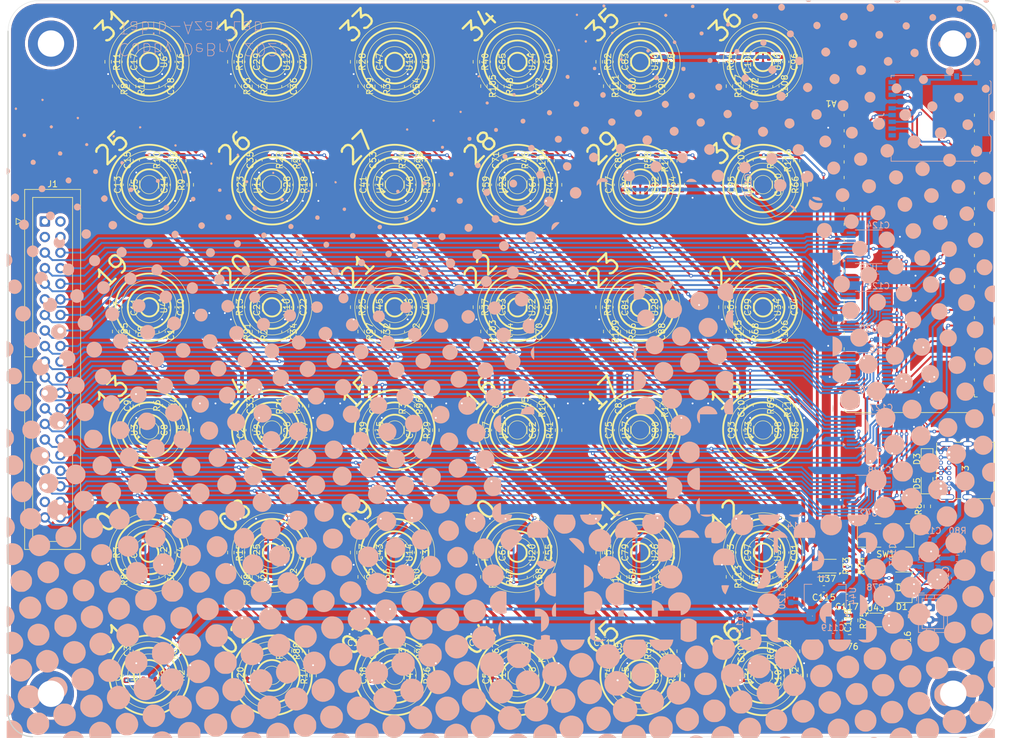
<source format=kicad_pcb>
(kicad_pcb (version 20241229) (generator "pcbnew") (generator_version "9.0")
  (layers (0 "F.Cu" signal) (2 "B.Cu" signal) (13 "F.Paste" user) (15 "B.Paste" user) (5 "F.SilkS" user "F.Silkscreen") (7 "B.SilkS" user "B.Silkscreen") (1 "F.Mask" user) (3 "B.Mask" user) (25 "Edge.Cuts" user))
  (net 0 "")
  (net 1 "+3V3")
  (net 2 "GND")
  (net 3 "Vref{slash}2")
  (net 4 "Net-(U1-OUT)")
  (net 5 "Net-(U2-OUT)")
  (net 6 "Net-(U3-OUT)")
  (net 7 "Net-(U4-OUT)")
  (net 8 "Net-(U5-OUT)")
  (net 9 "Net-(U6-OUT)")
  (net 10 "Net-(U8-OUT)")
  (net 11 "Net-(U9-OUT)")
  (net 12 "Net-(U10-OUT)")
  (net 13 "Net-(U11-OUT)")
  (net 14 "Net-(U12-OUT)")
  (net 15 "Net-(U7-OUT)")
  (net 16 "Net-(U14-OUT)")
  (net 17 "Net-(U15-OUT)")
  (net 18 "Net-(U16-OUT)")
  (net 19 "Net-(U17-OUT)")
  (net 20 "Net-(U18-OUT)")
  (net 21 "Net-(U13-OUT)")
  (net 22 "Net-(U20-OUT)")
  (net 23 "Net-(U21-OUT)")
  (net 24 "Net-(U22-OUT)")
  (net 25 "Net-(U23-OUT)")
  (net 26 "Net-(U24-OUT)")
  (net 27 "Net-(U19-OUT)")
  (net 28 "Net-(U26-OUT)")
  (net 29 "Net-(U27-OUT)")
  (net 30 "Net-(U28-OUT)")
  (net 31 "Net-(U29-OUT)")
  (net 32 "Net-(U30-OUT)")
  (net 33 "Net-(U25-OUT)")
  (net 34 "Net-(U32-OUT)")
  (net 35 "Net-(U33-OUT)")
  (net 36 "Net-(U34-OUT)")
  (net 37 "Net-(U35-OUT)")
  (net 38 "Net-(U36-OUT)")
  (net 39 "Net-(U31-OUT)")
  (net 40 "SPI1_MISO")
  (net 41 "SPI0_SCK")
  (net 44 "SPI1_MOSI")
  (net 45 "SPI0_MISO")
  (net 47 "+5v")
  (net 48 "D+")
  (net 49 "CS_5")
  (net 54 "CS_4")
  (net 55 "SPI1_SCK")
  (net 56 "Net-(C2-Pad2)")
  (net 57 "Net-(C5-Pad2)")
  (net 59 "D-")
  (net 60 "Net-(C8-Pad2)")
  (net 61 "SPI0_MOSI")
  (net 63 "CS_2")
  (net 64 "CS_1")
  (net 68 "SPI1_CS")
  (net 70 "Net-(C11-Pad2)")
  (net 73 "CS_3")
  (net 77 "Vref")
  (net 78 "Net-(U43-EN)")
  (net 80 "A1")
  (net 81 "A2")
  (net 82 "A3")
  (net 83 "A4")
  (net 84 "A5")
  (net 85 "A6")
  (net 86 "A7")
  (net 87 "A8")
  (net 88 "A9")
  (net 89 "A10")
  (net 90 "A11")
  (net 91 "A12")
  (net 92 "A13")
  (net 93 "A14")
  (net 94 "A15")
  (net 95 "A16")
  (net 96 "A17")
  (net 97 "A18")
  (net 98 "A19")
  (net 99 "A20")
  (net 100 "A21")
  (net 101 "A22")
  (net 102 "A23")
  (net 103 "A24")
  (net 104 "A25")
  (net 105 "A26")
  (net 106 "A27")
  (net 107 "A28")
  (net 108 "A29")
  (net 109 "A30")
  (net 110 "A31")
  (net 111 "A32")
  (net 112 "A33")
  (net 113 "A34")
  (net 114 "A35")
  (net 115 "A36")
  (net 116 "Net-(U37A--)")
  (net 117 "Net-(U37B-+)")
  (net 118 "Vin")
  (net 119 "Net-(J2-Pin_1)")
  (net 120 "Net-(D1-A)")
  (net 121 "Net-(D1-K)")
  (net 122 "Net-(D2-A)")
  (net 123 "Net-(D2-K)")
  (net 124 "Net-(D3-A)")
  (net 125 "Net-(C14-Pad2)")
  (net 126 "Net-(D5-A)")
  (net 127 "Net-(C17-Pad2)")
  (net 128 "Net-(C25-Pad2)")
  (net 129 "Net-(J3-CC1)")
  (net 134 "Net-(U43-SW)")
  (net 135 "Net-(U43-FB)")
  (net 136 "Net-(U45-TS)")
  (net 137 "Net-(U45-ISET)")
  (net 139 "Net-(SW1-B)")
  (net 144 "Net-(C26-Pad2)")
  (net 145 "Net-(C27-Pad2)")
  (net 146 "Net-(C28-Pad2)")
  (net 147 "Net-(C29-Pad2)")
  (net 148 "Net-(C30-Pad2)")
  (net 149 "Net-(C43-Pad2)")
  (net 150 "Net-(C44-Pad2)")
  (net 151 "Net-(C45-Pad2)")
  (net 152 "Net-(C46-Pad2)")
  (net 153 "Net-(C47-Pad2)")
  (net 154 "Net-(C48-Pad2)")
  (net 155 "Net-(C61-Pad2)")
  (net 156 "Net-(C62-Pad2)")
  (net 157 "Net-(C63-Pad2)")
  (net 158 "Net-(C64-Pad2)")
  (net 159 "Net-(C65-Pad2)")
  (net 160 "Net-(C66-Pad2)")
  (net 161 "Net-(C79-Pad2)")
  (net 162 "Net-(C80-Pad2)")
  (net 163 "Net-(C81-Pad2)")
  (net 164 "Net-(C82-Pad2)")
  (net 165 "Net-(C83-Pad2)")
  (net 166 "Net-(C84-Pad2)")
  (net 167 "Net-(C97-Pad2)")
  (net 168 "Net-(C98-Pad2)")
  (net 169 "Net-(C99-Pad2)")
  (net 170 "Net-(C100-Pad2)")
  (net 171 "Net-(C101-Pad2)")
  (net 172 "Net-(C102-Pad2)")
  (footprint "Resistor_SMD:R_0603_1608Metric" (layer "F.Cu") (at 80.843442 50.213601 90)
    (property "Reference" "R93")
    (property "Value" "1M")
  )
  (footprint "Package_TO_SOT_SMD:SOT-23" (layer "F.Cu") (at 146.309442 66.271601 90)
    (property "Reference" "U29")
    (property "Value" "DRV5055A1xDBZxQ1")
  )
  (footprint "Capacitor_SMD:C_0603_1608Metric" (layer "F.Cu") (at 170.204442 66.296601 90)
    (property "Reference" "C100")
    (property "Value" "4.7uF")
  )
  (footprint "Resistor_SMD:R_0603_1608Metric" (layer "F.Cu") (at 173.004442 66.296601 90)
    (property "Reference" "R66")
    (property "Value" "150K")
  )
  (footprint "Resistor_SMD:R_0603_1608Metric" (layer "F.Cu") (at 153.004442 146.296601 90)
    (property "Reference" "R50")
    (property "Value" "150K")
  )
  (footprint "Package_SON:WSON-6-1EP_2x2mm_P0.65mm_EP1x1.6mm" (layer "F.Cu") (at 184.676942 137.249601)
    (property "Reference" "U43")
    (property "Value" "TPS61099DRV")
  )
  (footprint "Resistor_SMD:R_0603_1608Metric" (layer "F.Cu") (at 163.614442 90.246601 -90)
    (property "Reference" "R68")
    (property "Value" "4.7K")
  )
  (footprint "Capacitor_SMD:C_0603_1608Metric" (layer "F.Cu") (at 90.014442 86.246601 -90)
    (property "Reference" "C22")
    (property "Value" ".1uF")
  )
  (footprint "Capacitor_SMD:C_0603_1608Metric" (layer "F.Cu") (at 124.204442 102.296601 90)
    (property "Reference" "C69")
    (property "Value" "68nF")
  )
  (footprint "Resistor_SMD:R_0603_1608Metric" (layer "F.Cu") (at 129.004442 142.296601 90)
    (property "Reference" "R43")
    (property "Value" "4.7K")
  )
  (footprint "Capacitor_SMD:C_0603_1608Metric" (layer "F.Cu") (at 164.204442 102.296601 90)
    (property "Reference" "C105")
    (property "Value" "68nF")
  )
  (footprint "Package_TO_SOT_SMD:SOT-23" (layer "F.Cu") (at 106.309442 46.271601 -90)
    (property "Reference" "U18")
    (property "Value" "DRV5055A1xDBZxQ1")
  )
  (footprint "Capacitor_SMD:C_0603_1608Metric" (layer "F.Cu") (at 142.604442 66.296601 90)
    (property "Reference" "C77")
    (property "Value" ".1uF")
  )
  (footprint "Capacitor_SMD:C_0603_1608Metric" (layer "F.Cu") (at 148.414442 130.246601 -90)
    (property "Reference" "C86")
    (property "Value" "68nF")
  )
  (footprint "Resistor_SMD:R_0603_1608Metric" (layer "F.Cu") (at 131.775442 62.329601 -90)
    (property "Reference" "R104")
    (property "Value" "1M")
  )
  (footprint "Button_Switch_SMD:SW_DPDT_CK_JS202011JCQN" (layer "F.Cu") (at 186.289442 123.463601 180)
    (property "Reference" "SW1")
    (property "Value" "SW_SPST")
  )
  (footprint "LED_SMD:LED_0805_2012Metric" (layer "F.Cu") (at 188.916942 130.391601 180)
    (property "Reference" "D2")
    (property "Value" "LED")
  )
  (footprint "Resistor_SMD:R_0603_1608Metric" (layer "F.Cu") (at 171.775442 102.329601 -90)
    (property "Reference" "R114")
    (property "Value" "1M")
  )
  (footprint "Capacitor_SMD:C_0603_1608Metric" (layer "F.Cu") (at 150.204442 106.296601 90)
    (property "Reference" "C80")
    (property "Value" "4.7uF")
  )
  (footprint "Resistor_SMD:R_0603_1608Metric" (layer "F.Cu") (at 111.775442 102.329601 -90)
    (property "Reference" "R96")
    (property "Value" "1M")
  )
  (footprint "Resistor_SMD:R_0603_1608Metric" (layer "F.Cu") (at 159.614442 86.246601 -90)
    (property "Reference" "R61")
    (property "Value" "150K")
  )
  (footprint "Capacitor_SMD:C_0603_1608Metric" (layer "F.Cu") (at 70.204442 66.296601 90)
    (property "Reference" "C14")
    (property "Value" "4.7uF")
  )
  (footprint "Package_TO_SOT_SMD:SOT-23" (layer "F.Cu") (at 126.309442 106.271601 90)
    (property "Reference" "U21")
    (property "Value" "DRV5055A1xDBZxQ1")
  )
  (footprint "Capacitor_SMD:C_0603_1608Metric" (layer "F.Cu") (at 148.414442 50.246601 -90)
    (property "Reference" "C90")
    (property "Value" "68nF")
  )
  (footprint "Resistor_SMD:R_0603_1608Metric" (layer "F.Cu") (at 143.614442 90.246601 -90)
    (property "Reference" "R56")
    (property "Value" "4.7K")
  )
  (footprint "Capacitor_SMD:C_0603_1608Metric" (layer "F.Cu") (at 110.014442 86.246601 -90)
    (property "Reference" "C40")
    (property "Value" ".1uF")
  )
  (footprint "Resistor_SMD:R_0603_1608Metric" (layer "F.Cu") (at 111.775442 62.329601 -90)
    (property "Reference" "R98")
    (property "Value" "1M")
  )
  (footprint "Capacitor_SMD:C_0603_1608Metric" (layer "F.Cu") (at 130.014442 126.246601 -90)
    (property "Reference" "C55")
    (property "Value" ".1uF")
  )
  (footprint "Capacitor_SMD:C_0603_1608Metric" (layer "F.Cu") (at 88.414442 130.246601 -90)
    (property "Reference" "C32")
    (property "Value" "68nF")
  )
  (footprint "Resistor_SMD:R_0603_1608Metric" (layer "F.Cu") (at 153.004442 66.296601 90)
    (property "Reference" "R54")
    (property "Value" "150K")
  )
  (footprint "Capacitor_SMD:C_0603_1608Metric" (layer "F.Cu") (at 110.204442 146.296601 90)
    (property "Reference" "C48")
    (property "Value" "4.7uF")
  )
  (footprint "Capacitor_SMD:C_0603_1608Metric" (layer "F.Cu") (at 64.204442 102.296601 90)
    (property "Reference" "C9")
    (property "Value" "68nF")
  )
  (footprint "Resistor_SMD:R_0603_1608Metric" (layer "F.Cu") (at 63.614442 130.246601 -90)
    (property "Reference" "R4")
    (property "Value" "4.7K")
  )
  (footprint "Resistor_SMD:R_0603_1608Metric" (layer "F.Cu") (at 183.795442 128.430601 90)
    (property "Reference" "R74")
    (property "Value" "150K")
  )
  (footprint "Package_TO_SOT_SMD:SOT-23" (layer "F.Cu") (at 146.309442 106.271601 90)
    (property "Reference" "U27")
    (property "Value" "DRV5055A1xDBZxQ1")
  )
  (footprint "Capacitor_SMD:C_0603_1608Metric" (layer "F.Cu") (at 122.604442 66.296601 90)
    (property "Reference" "C59")
    (property "Value" ".1uF")
  )
  (footprint "Diode_SMD:D_0805_2012Metric" (layer "F.Cu") (at 193.040442 114.994601 90)
    (property "Reference" "D5")
    (property "Value" "D_Small")
  )
  (footprint "Resistor_SMD:R_0603_1608Metric" (layer "F.Cu") (at 63.614442 50.246601 -90)
    (property "Reference" "R12")
    (property "Value" "4.7K")
  )
  (footprint "Capacitor_SMD:C_0603_1608Metric" (layer "F.Cu") (at 62.414442 86.246601 -90)
    (property "Reference" "C11")
    (property "Value" "4.7uF")
  )
  (footprint "Resistor_SMD:R_0603_1608Metric" (layer "F.Cu") (at 73.004442 106.296601 90)
    (property "Reference" "R5")
    (property "Value" "150K")
  )
  (footprint "Resistor_SMD:R_0603_1608Metric" (layer "F.Cu") (at 151.775442 142.329601 -90)
    (property "Reference" "R106")
    (property "Value" "1M")
  )
  (footprint "Capacitor_SMD:C_0603_1608Metric" (layer "F.Cu") (at 102.604442 146.296601 90)
    (property "Reference" "C38")
    (property "Value" ".1uF")
  )
  (footprint "Capacitor_SMD:C_0603_1608Metric" (layer "F.Cu") (at 110.014442 46.246601 -90)
    (property "Reference" "C42")
    (property "Value" ".1uF")
  )
  (footprint "Capacitor_SMD:C_0603_1608Metric" (layer "F.Cu") (at 142.604442 146.296601 90)
    (property "Reference" "C74")
    (property "Value" ".1uF")
  )
  (footprint "Capacitor_SMD:C_0603_1608Metric" (layer "F.Cu") (at 150.204442 146.296601 90)
    (property "Reference" "C84")
    (property "Value" "4.7uF")
  )
  (footprint "Capacitor_SMD:C_0603_1608Metric" (layer "F.Cu") (at 102.414442 46.246601 -90)
    (property "Reference" "C47")
    (property "Value" "4.7uF")
  )
  (footprint "Capacitor_SMD:C_0603_1608Metric" (layer "F.Cu") (at 142.414442 86.246601 -90)
    (property "Reference" "C81")
    (property "Value" "4.7uF")
  )
  (footprint "Capacitor_SMD:C_0603_1608Metric" (layer "F.Cu") (at 122.414442 126.246601 -90)
    (property "Reference" "C61")
    (property "Value" "4.7uF")
  )
  (footprint "Capacitor_SMD:C_0603_1608Metric" (layer "F.Cu") (at 176.222942 132.168101)
    (property "Reference" "C115")
    (property "Value" ".1uF")
  )
  (footprint "Resistor_SMD:R_0603_1608Metric" (layer "F.Cu") (at 113.004442 146.296601 90)
    (property "Reference" "R26")
    (property "Value" "150K")
  )
  (footprint "Capacitor_SMD:C_0603_1608Metric" (layer "F.Cu") (at 178.709442 137.348601 -90)
    (property "Reference" "C118")
    (property "Value" "10uF")
  )
  (footprint "Capacitor_SMD:C_0603_1608Metric" (layer "F.Cu") (at 168.414442 50.246601 -90)
    (property "Reference" "C108")
    (property "Value" "68nF")
  )
  (footprint "Package_TO_SOT_SMD:SOT-23" (layer "F.Cu") (at 126.309442 46.271601 -90)
    (property "Reference" "U24")
    (property "Value" "DRV5055A1xDBZxQ1")
  )
  (footprint "Package_DFN_QFN:DFN-8-1EP_3x2mm_P0.5mm_EP1.75x1.45mm" (layer "F.Cu") (at 176.747942 128.468101 180)
    (property "Reference" "U37")
    (property "Value" "MCP6002-xMC")
  )
  (footprint "Resistor_SMD:R_0603_1608Metric" (layer "F.Cu") (at 91.775442 102.329601 -90)
    (property "Reference" "R90")
    (property "Value" "1M")
  )
  (footprint "Resistor_SMD:R_0603_1608Metric" (layer "F.Cu") (at 160.843442 50.213601 90)
    (property "Reference" "R117")
    (property "Value" "1M")
  )
  (footprint "Connector_USB:USB_C_Receptacle_GCT_USB4085" (layer "F.Cu") (at 195.284442 115.840601 90)
    (property "Reference" "J3")
    (property "Value" "USB_C_Receptacle_USB2.0_14P")
  )
  (footprint "Resistor_SMD:R_0603_1608Metric" (layer "F.Cu") (at 133.004442 66.296601 90)
    (property "Reference" "R42")
    (property "Value" "150K")
  )
  (footprint "Package_TO_SOT_SMD:SOT-23" (layer "F.Cu") (at 166.309442 86.271601 -90)
    (property "Reference" "U34")
    (property "Value" "DRV5055A1xDBZxQ1")
  )
  (footprint "Capacitor_SMD:C_0603_1608Metric" (layer "F.Cu") (at 102.414442 86.246601 -90)
    (property "Reference" "C45")
    (property "Value" "4.7uF")
  )
  (footprint "Package_TO_SOT_SMD:SOT-23" (layer "F.Cu") (at 126.309442 86.271601 -90)
    (property "Reference" "U22")
    (property "Value" "DRV5055A1xDBZxQ1")
  )
  (footprint "Capacitor_SMD:C_0603_1608Metric" (layer "F.Cu") (at 82.604442 66.296601 90)
    (property "Reference" "C23")
    (property "Value" ".1uF")
  )
  (footprint "Resistor_SMD:R_0603_1608Metric" (layer "F.Cu") (at 83.614442 50.246601 -90)
    (property "Reference" "R24")
    (property "Value" "4.7K")
  )
  (footprint "Resistor_SMD:R_0603_1608Metric" (layer "F.Cu") (at 169.004442 142.296601 90)
    (property "Reference" "R67")
    (property "Value" "4.7K")
  )
  (footprint "Capacitor_SMD:C_0603_1608Metric" (layer "F.Cu") (at 148.414442 90.246601 -90)
    (property "Reference" "C88")
    (property "Value" "68nF")
  )
  (footprint "Package_TO_SOT_SMD:SOT-23" (layer "F.Cu") (at 86.309442 46.271601 -90)
    (property "Reference" "U12")
    (property "Value" "DRV5055A1xDBZxQ1")
  )
  (footprint "Package_TO_SOT_SMD:SOT-23" (layer "F.Cu") (at 86.309442 106.271601 90)
    (property "Reference" "U9")
    (property "Value" "DRV5055A1xDBZxQ1")
  )
  (footprint "Resistor_SMD:R_0603_1608Metric" (layer "F.Cu") (at 151.775442 102.329601 -90)
    (property "Reference" "R108")
    (property "Value" "1M")
  )
  (footprint "Capacitor_SMD:C_0603_1608Metric" (layer "F.Cu") (at 68.414442 130.246601 -90)
    (property "Reference" "C6")
    (property "Value" "68nF")
  )
  (footprint "Capacitor_SMD:C_0603_1608Metric" (layer "F.Cu") (at 150.014442 46.246601 -90)
    (property "Reference" "C78")
    (property "Value" ".1uF")
  )
  (footprint "Package_TO_SOT_SMD:SOT-23" (layer "F.Cu") (at 66.309442 86.271601 -90)
    (property "Reference" "U4")
    (property "Value" "DRV5055A1xDBZxQ1")
  )
  (footprint "Capacitor_SMD:C_0603_1608Metric" (layer "F.Cu") (at 68.414442 90.246601 -90)
    (property "Reference" "C12")
    (property "Value" "68nF")
  )
  (footprint "Capacitor_SMD:C_0603_1608Metric" (layer "F.Cu") (at 170.204442 106.296601 90)
    (property "Reference" "C98")
    (property "Value" "4.7uF")
  )
  (footprint "Package_TO_SOT_SMD:SOT-23" (layer "F.Cu") (at 106.309442 126.271601 -90)
    (property "Reference" "U14")
    (property "Value" "DRV5055A1xDBZxQ1")
  )
  (footprint "Resistor_SMD:R_0603_1608Metric" (layer "F.Cu") (at 93.004442 146.296601 90)
    (property "Reference" "R14")
    (property "Value" "150K")
  )
  (footprint "Resistor_SMD:R_0603_1608Metric" (layer "F.Cu") (at 100.843442 130.213601 90)
    (property "Reference" "R95")
    (property "Value" "1M")
  )
  (footprint "Resistor_SMD:R_0603_1608Metric" (layer "F.Cu") (at 79.614442 86.246601 -90)
    (property "Reference" "R13")
    (property "Value" "150K")
  )
  (footprint "Capacitor_SMD:C_0603_1608Metric" (layer "F.Cu") (at 70.014442 46.246601 -90)
    (property "Reference" "C16")
    (property "Value" ".1uF")
  )
  (footprint "Capacitor_SMD:C_0603_1608Metric" (layer "F.Cu") (at 110.204442 106.296601 90)
    (property "Reference" "C44")
    (property "Value" "4.7uF")
  )
  (footprint "Resistor_SMD:R_0603_1608Metric" (layer "F.Cu") (at 131.775442 142.329601 -90)
    (property "Reference" "R100")
    (property "Value" "1M")
  )
  (footprint "Capacitor_SMD:C_0603_1608Metric" (layer "F.Cu") (at 162.604442 106.296601 90)
    (property "Reference" "C93")
    (property "Value" ".1uF")
  )
  (footprint "Package_TO_SOT_SMD:SOT-23" (layer "F.Cu") (at 146.309442 146.271601 90)
    (property "Reference" "U25")
    (property "Value" "DRV5055A1xDBZxQ1")
  )
  (footprint "Resistor_SMD:R_0603_1608Metric" (layer "F.Cu") (at 59.614442 86.246601 -90)
    (property "Reference" "R7")
    (property "Value" "150K")
  )
  (footprint "Capacitor_SMD:C_0603_1608Metric" (layer "F.Cu") (at 62.604442 106.296601 90)
    (property "Reference" "C7")
    (property "Value" ".1uF")
  )
  (footprint "Capacitor_SMD:C_0603_1608Metric" (layer "F.Cu") (at 164.204442 62.296601 90)
    (property "Reference" "C107")
    (property "Value" "68nF")
  )
  (footprint "Resistor_SMD:R_0603_1608Metric" (layer "F.Cu") (at 79.614442 46.246601 -90)
    (property "Reference" "R16")
    (property "Value" "150K")
  )
  (footprint "Inductor_SMD:L_1008_2520Metric" (layer "F.Cu") (at 188.869442 136.658601 90)
    (property "Reference" "L1")
    (property "Value" "2.2uH")
  )
  (footprint "Resistor_SMD:R_0603_1608Metric" (layer "F.Cu") (at 111.775442 142.329601 -90)
    (property "Reference" "R94")
    (property "Value" "1M")
  )
  (footprint "Capacitor_SMD:C_0603_1608Metric" (layer "F.Cu") (at 122.604442 106.296601 90)
    (property "Reference" "C57")
    (property "Value" ".1uF")
  )
  (footprint "Capacitor_SMD:C_0603_1608Metric" (layer "F.Cu") (at 64.204442 142.296601 90)
    (property "Reference" "C3")
    (property "Value" "68nF")
  )
  (footprint "Capacitor_SMD:C_0603_1608Metric" (layer "F.Cu") (at 88.414442 90.246601 -90)
    (property "Reference" "C34")
    (property "Value" "68nF")
  )
  (footprint "Resistor_SMD:R_0603_1608Metric" (layer "F.Cu") (at 91.775442 62.329601 -90)
    (property "Reference" "R92")
    (property "Value" "1M")
  )
  (footprint "Capacitor_SMD:C_0603_1608Metric" (layer "F.Cu") (at 90.204442 66.296601 90)
    (property "Reference" "C28")
    (property "Value" "4.7uF")
  )
  (footprint "Resistor_SMD:R_0603_1608Metric" (layer "F.Cu") (at 119.614442 126.246601 -90)
    (property "Reference" "R39")
    (property "Value" "150K")
  )
  (footprint "Capacitor_SMD:C_0603_1608Metric" (layer "F.Cu") (at 110.204442 66.296601 90)
    (property "Reference" "C46")
    (property "Value" "4.7uF")
  )
  (footprint "Capacitor_SMD:C_0603_1608Metric" (layer "F.Cu") (at 162.604442 146.296601 90)
    (property "Reference" "C92")
    (property "Value" ".1uF")
  )
  (footprint "Package_TO_SOT_SMD:SOT-23" (layer "F.Cu") (at 166.309442 126.271601 -90)
    (property "Reference" "U32")
    (property "Value" "DRV5055A1xDBZxQ1")
  )
  (footprint "Capacitor_SMD:C_0603_1608Metric" (layer "F.Cu") (at 90.204442 146.296601 90)
    (property "Reference" "C30")
    (property "Value" "4.7uF")
  )
  (footprint "Capacitor_SMD:C_0603_1608Metric" (layer "F.Cu") (at 168.414442 90.246601 -90)
    (property "Reference" "C106")
    (property "Value" "68nF")
  )
  (footprint "Package_TO_SOT_SMD:SOT-23" (layer "F.Cu") (at 86.309442 146.271601 90)
    (property "Reference" "U7")
    (property "Value" "DRV5055A1xDBZxQ1")
  )
  (footprint "Resistor_SMD:R_0603_1608Metric" (layer "F.Cu") (at 103.614442 130.246601 -90)
    (property "Reference" "R35")
    (property "Value" "4.7K")
  )
  (footprint "Capacitor_SMD:C_0603_1608Metric" (layer "F.Cu") (at 68.414442 50.246601 -90)
    (property "Reference" "C18")
    (property "Value" "68nF")
  )
  (footprint "Resistor_SMD:R_0603_1608Metric" (layer "F.Cu") (at 93.004442 106.296601 90)
    (property "Reference" "R17")
    (property "Value" "150K")
  )
  (footprint "Capacitor_SMD:C_0603_1608Metric" (layer "F.Cu") (at 130.204442 106.296601 90)
    (property "Reference" "C62")
    (property "Value" "4.7uF")
  )
  (footprint "Resistor_SMD:R_0603_1608Metric" (layer "F.Cu") (at 180.424442 140.155601 180)
    (property "Reference" "R76")
    (property "Value" "240")
  )
  (footprint "Capacitor_SMD:C_0603_1608Metric" (layer "F.Cu") (at 62.414442 46.246601 -90)
    (property "Reference" "C17")
    (property "Value" "4.7uF")
  )
  (footprint "Resistor_SMD:R_0603_1608Metric" (layer "F.Cu") (at 71.775442 102.329601 -90)
    (property "Reference" "R84")
    (property "Value" "1M")
  )
  (footprint "Package_TO_SOT_SMD:SOT-23" (layer "F.Cu") (at 146.309442 126.271601 -90)
    (property "Reference" "U26")
    (property "Value" "DRV5055A1xDBZxQ1")
  )
  (footprint "Capacitor_SMD:C_0603_1608Metric" (layer "F.Cu") (at 90.014442 46.246601 -90)
    (property "Reference" "C24")
    (property "Value" ".1uF")
  )
  (footprint "Capacitor_SMD:C_0603_1608Metric" (layer "F.Cu") (at 70.014442 126.246601 -90)
    (property "Reference" "C4")
    (property "Value" ".1uF")
  )
  (footprint "Capacitor_SMD:C_0603_1608Metric" (layer "F.Cu") (at 110.014442 126.246601 -90)
    (property "Reference" "C37")
    (property "Value" ".1uF")
  )
  (footprint "Capacitor_SMD:C_0603_1608Metric" (layer "F.Cu") (at 170.204442 146.296601 90)
    (property "Reference" "C102")
    (property "Value" "4.7uF")
  )
  (footprint "Resistor_SMD:R_0603_1608Metric" (layer "F.Cu") (at 120.843442 130.213601 90)
    (property "Reference" "R101")
    (property "Value" "1M")
  )
  (footprint "Package_TO_SOT_SMD:SOT-23" (layer "F.Cu") (at 106.309442 106.271601 90)
    (property "Reference" "U15")
    (property "Value" "DRV5055A1xDBZxQ1")
  )
  (footprint "Capacitor_SMD:C_0603_1608Metric" (layer "F.Cu") (at 128.414442 50.246601 -90)
    (property "Reference" "C72")
    (property "Value" "68nF")
  )
  (footprint "Resistor_SMD:R_0603_1608Metric" (layer "F.Cu") (at 80.843442 130.213601 90)
    (property "Reference" "R89")
    (property "Value" "1M")
  )
  (footprint "Resistor_SMD:R_0603_1608Metric" (layer "F.Cu") (at 149.004442 62.296601 90)
    (property "Reference" "R58")
    (property "Value" "4.7K")
  )
  (footprint "Capacitor_SMD:C_0603_1608Metric" (layer "F.Cu") (at 120.289442 139.535601 180)
    (property "Reference" "C110")
    (property "Value" "1uF")
  )
  (footprint "Capacitor_SMD:C_0603_1608Metric" (layer "F.Cu") (at 104.204442 102.296601 90)
    (property "Reference" "C51")
    (property "Value" "68nF")
  )
  (footprint "Capacitor_SMD:C_0603_1608Metric" (layer "F.Cu") (at 188.361442 140.930601 -90)
    (property "Reference" "C116")
    (property "Value" "10uF")
  )
  (footprint "Resistor_SMD:R_0603_1608Metric" (layer "F.Cu") (at 193.078442 118.717601 90)
    (property "Reference" "R81")
    (property "Value" "5.1K")
  )
  (footprint "Package_TO_SOT_SMD:SOT-23" (layer "F.Cu") (at 146.309442 46.271601 -90)
    (property "Reference" "U30")
    (property "Value" "DRV5055A1xDBZxQ1")
  )
  (footprint "Resistor_SMD:R_0603_1608Metric" (layer "F.Cu") (at 89.004442 102.296601 90)
    (property "Reference" "R21")
    (property "Value" "4.7K")
  )
  (footprint "Resistor_SMD:R_0603_1608Metric" (layer "F.Cu") (at 151.775442 62.329601 -90)
    (property "Reference" "R110")
    (property "Value" "1M")
  )
  (footprint "Capacitor_SMD:C_0603_1608Metric" (layer "F.Cu") (at 90.014442 126.246601 -90)
    (property "Reference" "C19")
    (property "Value" ".1uF")
  )
  (footprint "LED_SMD:LED_0805_2012Metric" (layer "F.Cu") (at 188.916942 133.447601 180)
    (property "Reference" "D1")
    (property "Value" "LED")
  )
  (footprint "Capacitor_SMD:C_0603_1608Metric" (layer "F.Cu") (at 84.204442 142.296601 90)
    (property "Reference" "C31")
    (property "Value" "68nF")
  )
  (footprint "Resistor_SMD:R_0603_1608Metric" (layer "F.Cu") (at 120.843442 50.213601 90)
    (property "Reference" "R105")
    (property "Value" "1M")
  )
  (footprint "Resistor_SMD:R_0603_1608Metric" (layer "F.Cu") (at 123.614442 90.246601 -90)
    (property "Reference" "R44")
    (property "Value" "4.7K")
  )
  (footprint "Capacitor_SMD:C_0603_1608Metric" (layer "F.Cu") (at 104.204442 62.296601 90)
    (property "Reference" "C53")
    (property "Value" "68nF")
  )
  (footprint "Capacitor_SMD:C_0603_1608Metric" (layer "F.Cu") (at 168.414442 130.246601 -90)
    (property "Reference" "C104")
    (property "Value" "68nF")
  )
  (footprint "Capacitor_SMD:C_0603_1608Metric" (layer "F.Cu") (at 142.604442 106.296601 90)
    (property "Reference" "C75")
    (property "Value" ".1uF")
  )
  (footprint "Capacitor_SMD:C_0603_1608Metric" (layer "F.Cu") (at 82.414442 126.246601 -90)
    (property "Reference" "C25")
    (property "Value" "4.7uF")
  )
  (footprint "Package_TO_SOT_SMD:SOT-23" (layer "F.Cu") (at 166.309442 106.271601 90)
    (property "Reference" "U33")
    (property "Value" "DRV5055A1xDBZxQ1")
  )
  (footprint "MountingHole:MountingHole_4.3mm_M4_DIN965_Pad_TopBottom" (layer "F.Cu") (at 50.309442 149.271601 90)
    (property "Reference" "REF**" (hide yes))
    (property "Value" "MountingHole_4.3mm_M4_DIN965_Pad_TopBottom" (hide yes))
  )
  (footprint "MountingHole:MountingHole_4.3mm_M4_DIN965_Pad_TopBottom" (layer "F.Cu") (at 50.309442 43.271601 90)
    (property "Reference" "REF**" (hide yes))
    (property "Value" "MountingHole_4.3mm_M4_DIN965_Pad_TopBottom" (hide yes))
  )
  (footprint "Resistor_SMD:R_0603_1608Metric" (layer "F.Cu") (at 93.004442 66.296601 90)
    (property "Reference" "R18")
    (property "Value" "150K")
  )
  (footprint "Resistor_SMD:R_0603_1608Metric" (layer "F.Cu") (at 133.004442 106.296601 90)
    (property "Reference" "R41")
    (property "Value" "150K")
  )
  (footprint "Resistor_SMD:R_0603_1608Metric" (layer "F.Cu") (at 119.614442 46.246601 -90)
    (property "Reference" "R40")
    (property "Value" "150K")
  )
  (footprint "Package_TO_SOT_SMD:SOT-23" (layer "F.Cu") (at 166.309442 66.271601 90)
    (property "Reference" "U35")
    (property "Value" "DRV5055A1xDBZxQ1")
  )
  (footprint "Resistor_SMD:R_0603_1608Metric" (layer "F.Cu") (at 71.775442 142.329601 -90)
    (property "Reference" "R82")
    (property "Value" "1M")
  )
  (footprint "Capacitor_SMD:C_0603_1608Metric" (layer "F.Cu") (at 122.414442 46.246601 -90)
    (property "Reference" "C65")
    (property "Value" "4.7uF")
  )
  (footprint "Package_TO_SOT_SMD:SOT-23" (layer "F.Cu") (at 66.309442 66.271601 90)
    (property "Reference" "U5")
    (property "Value" "DRV5055A1xDBZxQ1")
  )
  (footprint "Package_TO_SOT_SMD:SOT-23" (layer "F.Cu") (at 66.309442 126.271601 -90)
    (property "Reference" "U2")
    (property "Value" "DRV5055A1xDBZxQ1")
  )
  (footprint "Capacitor_SMD:C_0603_1608Metric" (layer "F.Cu") (at 84.204442 62.296601 90)
    (property "Reference" "C35")
    (property "Value" "68nF")
  )
  (footprint "Capacitor_SMD:C_0603_1608Metric" (layer "F.Cu") (at 122.414442 86.246601 -90)
    (property "Reference" "C63")
    (property "Value" "4.7uF")
  )
  (footprint "Package_TO_SOT_SMD:SOT-23" (layer "F.Cu") (at 86.309442 126.271601 -90)
    (property "Reference" "U8")
    (property "Value" "DRV5055A1xDBZxQ1")
  )
  (footprint "Package_TO_SOT_SMD:SOT-23" (layer "F.Cu") (at 106.309442 146.271601 90)
    (property "Reference" "U13")
    (property "Value" "DRV5055A1xDBZxQ1")
  )
  (footprint "Resistor_SMD:R_0603_1608Metric" (layer "F.Cu") (at 91.775442 142.329601 -90)
    (property "Reference" "R88")
    (property "Value" "1M")
  )
  (footprint "Package_TO_SOT_SMD:SOT-23" (layer "F.Cu") (at 86.309442 66.271601 90)
    (property "Reference" "U11")
    (property "Value" "DRV5055A1xDBZxQ1")
  )
  (footprint "Capacitor_SMD:C_0603_1608Metric" (layer "F.Cu") (at 170.014442 86.246601 -90)
    (property "Reference" "C94")
    (property "Value" ".1uF")
  )
  (footprint "Capacitor_SMD:C_0603_1608Metric" (layer "F.Cu") (at 108.414442 50.246601 -90)
    (property "Reference" "C54")
    (property "Value" "68nF")
  )
  (footprint "Capacitor_SMD:C_0603_1608Metric" (layer "F.Cu") (at 108.414442 130.246601 -90)
    (property "Reference" "C50")
    (property "Value" "68nF")
  )
  (footprint "Resistor_SMD:R_0603_1608Metric" (layer "F.Cu") (at 69.004442 102.296601 90)
    (property "Reference" "R6")
    (property "Value" "4.7K")
  )
  (footprint "Capacitor_SMD:C_0603_1608Metric" (layer "F.Cu") (at 170.014442 46.246601 -90)
    (property "Reference" "C96")
    (property "Value" ".1uF")
  )
  (footprint "Capacitor_SMD:C_0603_1608Metric" (layer "F.Cu") (at 124.204442 142.296601 90)
    (property "Reference" "C67")
    (property "Value" "68nF")
  )
  (footprint "Package_TO_SOT_SMD:SOT-23" (layer "F.Cu") (at 66.309442 146.271601 90)
    (property "Reference" "U1")
    (property "Value" "DRV5055A1xDBZxQ1")
  )
  (footprint "Capacitor_SMD:C_0603_1608Metric" (layer "F.Cu") (at 82.604442 146.296601 90)
    (property "Reference" "C20")
    (property "Value" ".1uF")
  )
  (footprint "Capacitor_SMD:C_0603_1608Metric" (layer "F.Cu") (at 82.604442 106.296601 90)
    (property "Reference" "C21")
    (property "Value" ".1uF")
  )
  (footprint "Package_TO_SOT_SMD:SOT-23" (layer "F.Cu") (at 166.309442 46.271601 -90)
    (property "Reference" "U36")
    (property "Value" "DRV5055A1xDBZxQ1")
  )
  (footprint "Resistor_SMD:R_0603_1608Metric" (layer "F.Cu") (at 69.004442 142.296601 90)
    (property "Reference" "R1")
    (property "Value" "4.7K")
  )
  (footprint "Capacitor_SMD:C_0603_1608Metric" (layer "F.Cu") (at 82.414442 46.246601 -90)
    (property "Reference" "C29")
    (property "Value" "4.7uF")
  )
  (footprint "Resistor_SMD:R_0603_1608Metric" (layer "F.Cu") (at 123.614442 50.246601 -90)
    (property "Reference" "R48")
    (property "Value" "4.7K")
  )
  (footprint "Resistor_SMD:R_0603_1608Metric" (layer "F.Cu") (at 163.614442 50.246601 -90)
    (property "Reference" "R72")
    (property "Value" "4.7K")
  )
  (footprint "Resistor_SMD:R_0603_1608Metric" (layer "F.Cu") (at 120.843442 90.213601 90)
    (property "Reference" "R103")
    (property "Value" "1M")
  )
  (footprint "Resistor_SMD:R_0603_1608Metric" (layer "F.Cu") (at 80.843442 90.213601 90)
    (property "Reference" "R91")
    (property "Value" "1M")
  )
  (footprint "Capacitor_SMD:C_0603_1608Metric" (layer "F.Cu") (at 150.204442 66.296601 90)
    (property "Reference" "C82")
    (property "Value" "4.7uF")
  )
  (footprint "Capacitor_SMD:C_0603_1608Metric" (layer "F.Cu") (at 142.414442 126.246601 -90)
    (property "Reference" "C79")
    (property "Value" "4.7uF")
  )
  (footprint "Package_TO_SOT_SMD:SOT-23" (layer "F.Cu") (at 86.309442 86.271601 -90)
    (property "Reference" "U10")
    (property "Value" "DRV5055A1xDBZxQ1")
  )
  (footprint "Resistor_SMD:R_0603_1608Metric" (layer "F.Cu") (at 60.843442 50.213601 90)
    (property "Reference" "R87")
    (property "Value" "1M")
  )
  (footprint "Resistor_SMD:R_0603_1608Metric" (layer "F.Cu") (at 171.775442 142.329601 -90)
    (property "Reference" "R112")
    (property "Value" "1M")
  )
  (footprint "Capacitor_SMD:C_0603_1608Metric" (layer "F.Cu") (at 102.414442 126.246601 -90)
    (property "Reference" "C43")
    (property "Value" "4.7uF")
  )
  (footprint "Resistor_SMD:R_0603_1608Metric" (layer "F.Cu") (at 109.004442 102.296601 90)
    (property "Reference" "R33")
    (property "Value" "4.7K")
  )
  (footprint "Diode_SMD:D_0805_2012Metric" (layer "F.Cu") (at 193.040442 111.002101 -90)
    (property "Reference" "D3")
    (property "Value" "D_Small")
  )
  (footprint "Resistor_SMD:R_0603_1608Metric" (layer "F.Cu") (at 140.843442 130.213601 90)
    (property "Reference" "R107")
    (property "Value" "1M")
  )
  (footprint "Capacitor_SMD:C_0603_1608Metric" (layer "F.Cu") (at 128.414442 130.246601 -90)
    (property "Reference" "C68")
    (property "Value" "68nF")
  )
  (footprint "Resistor_SMD:R_0603_1608Metric" (layer "F.Cu") (at 149.004442 102.296601 90)
    (property "Reference" "R57")
    (property "Value" "4.7K")
  )
  (footprint "Capacitor_SMD:C_0603_1608Metric" (layer "F.Cu") (at 130.204442 66.296601 90)
    (property "Reference" "C64")
    (property "Value" "4.7uF")
  )
  (footprint "Resistor_SMD:R_0603_1608Metric" (layer "F.Cu") (at 79.614442 126.246601 -90)
    (property "Reference" "R15")
    (property "Value" "150K")
  )
  (footprint "Resistor_SMD:R_0603_1608Metric" (layer "F.Cu") (at 139.614442 86.246601 -90)
    (property "Reference" "R49")
    (property "Value" "150K")
  )
  (footprint "Resistor_SMD:R_0603_1608Metric" (layer "F.Cu") (at 169.004442 102.296601 90)
    (property "Reference" "R69")
    (property "Value" "4.7K")
  )
  (footprint "Resistor_SMD:R_0603_1608Metric" (layer "F.Cu") (at 89.004442 142.296601 90)
    (property "Reference" "R19")
    (property "Value" "4.7K")
  )
  (footprint "Resistor_SMD:R_0603_1608Metric" (layer "F.Cu") (at 139.614442 126.246601 -90)
    (property "Reference" "R51")
    (property "Value" "150K")
  )
  (footprint "Resistor_SMD:R_0603_1608Metric" (layer "F.Cu") (at 63.614442 90.246601 -90)
    (property "Reference" "R8")
    (property "Value" "4.7K")
  )
  (footprint "Resistor_SMD:R_0603_1608Metric" (layer "F.Cu") (at 149.004442 142.296601 90)
    (property "Reference" "R55")
    (property "Value" "4.7K")
  )
  (footprint "Capacitor_SMD:C_0603_1608Metric" (layer "F.Cu") (at 90.204442 106.296601 90)
    (property "Reference" "C26")
    (property "Value" "4.7uF")
  )
  (footprint "Capacitor_SMD:C_0603_1608Metric" (layer "F.Cu") (at 179.966442 133.551601)
    (property "Reference" "C117")
    (property "Value" "10uF")
  )
  (footprint "Capacitor_SMD:C_0603_1608Metric" (layer "F.Cu") (at 170.014442 126.246601 -90)
    (property "Reference" "C91")
    (property "Value" ".1uF")
  )
  (footprint "Resistor_SMD:R_0603_1608Metric" (layer "F.Cu") (at 99.614442 86.246601 -90)
    (property "Reference" "R25")
    (property "Value" "150K")
  )
  (footprint "Resistor_SMD:R_0603_1608Metric" (layer "F.Cu") (at 113.004442 106.296601 90)
    (property "Reference" "R29")
    (property "Value" "150K")
  )
  (footprint "Package_TO_SOT_SMD:SOT-23" (layer "F.Cu") (at 66.309442 46.271601 -90)
    (property "Reference" "U6")
    (property "Value" "DRV5055A1xDBZxQ1")
  )
  (footprint "Capacitor_SMD:C_0603_1608Metric" (layer "F.Cu") (at 150.014442 86.246601 -90)
    (property "Reference" "C76")
    (property "Value" ".1uF")
  )
  (footprint "Resistor_SMD:R_0603_1608Metric" (layer "F.Cu") (at 171.775442 62.329601 -90)
    (property "Reference" "R116")
    (property "Value" "1M")
  )
  (footprint "Capacitor_SMD:C_0603_1608Metric" (layer "F.Cu") (at 102.604442 66.296601 90)
    (property "Reference" "C41")
    (property "Value" ".1uF")
  )
  (footprint "Capacitor_SMD:C_0603_1608Metric" (layer "F.Cu") (at 64.204442 62.296601 90)
    (property "Reference" "C15")
    (property "Value" "68nF")
  )
  (footprint "Package_TO_SOT_SMD:SOT-23" (layer "F.Cu") (at 126.309442 66.271601 90)
    (property "Reference" "U23")
    (property "Value" "DRV5055A1xDBZxQ1")
  )
  (footprint "Resistor_SMD:R_0603_1608Metric" (layer "F.Cu") (at 100.843442 90.213601 90)
    (property "Reference" "R97")
    (property "Value" "1M")
  )
  (footprint "Capacitor_SMD:C_0603_1608Metric" (layer "F.Cu") (at 122.604442 146.296601 90)
    (property "Reference" "C56")
    (property "Value" ".1uF")
  )
  (footprint "Capacitor_SMD:C_0603_1608Metric" (layer "F.Cu") (at 70.204442 146.296601 90)
    (property "Reference" "C2")
    (property "Value" "4.7uF")
  )
  (footprint "Capacitor_SMD:C_0603_1608Metric" (layer "F.Cu") (at 104.204442 142.296601 90)
    (property "Reference" "C49")
    (property "Value" "68nF")
  )
  (footprint "Package_TO_SOT_SMD:SOT-23" (layer "F.Cu") (at 106.309442 66.271601 90)
    (property "Reference" "U17")
    (property "Value" "DRV5055A1xDBZxQ1")
  )
  (footprint "Capacitor_SMD:C_0603_1608Metric" (layer "F.Cu") (at 144.204442 142.296601 90)
    (property "Reference" "C85")
    (property "Value" "68nF")
  )
  (footprint "Resistor_SMD:R_0603_1608Metric" (layer "F.Cu") (at 181.285442 128.430601 90)
    (property "Reference" "R73")
    (property "Value" "150K")
  )
  (footprint "Package_TO_SOT_SMD:SOT-23" (layer "F.Cu") (at 106.309442 86.271601 -90)
    (property "Reference" "U16")
    (property "Value" "DRV5055A1xDBZxQ1")
  )
  (footprint "Capacitor_SMD:C_0603_1608Metric" (layer "F.Cu") (at 62.604442 66.296601 90)
    (property "Reference" "C13")
    (property "Value" ".1uF")
  )
  (footprint "Package_TO_SOT_SMD:SOT-23" (layer "F.Cu") (at 146.309442 86.271601 -90)
    (property "Reference" "U28")
    (property "Value" "DRV5055A1xDBZxQ1")
  )
  (footprint "Module:RaspberryPi_Pico_W_SMD" (layer "F.Cu") (at 190.139442 77.813601 180)
    (property "Reference" "A1")
    (property "Value" "RaspberryPi_Pico_W")
  )
  (footprint "Resistor_SMD:R_0603_1608Metric" (layer "F.Cu") (at 59.614442 126.246601 -90)
    (property "Reference" "R3")
    (property "Value" "150K")
  )
  (footprint "Resistor_SMD:R_0603_1608Metric" (layer "F.Cu") (at 73.004442 146.296601 90)
    (property "Reference" "R2")
    (property "Value" "150K")
  )
  (footprint "Package_TO_SOT_SMD:SOT-23" (layer "F.Cu") (at 66.309442 106.271601 90)
    (property "Reference" "U3")
    (property "Value" "DRV5055A1xDBZxQ1")
  )
  (footprint "Resistor_SMD:R_0603_1608Metric" (layer "F.Cu") (at 83.614442 130.246601 -90)
    (property "Reference" "R23")
    (property "Value" "4.7K")
  )
  (footprint "Capacitor_SMD:C_0603_1608Metric" (layer "F.Cu") (at 162.414442 126.246601 -90)
    (property "Reference" "C97")
    (property "Value" "4.7uF")
  )
  (footprint "Resistor_SMD:R_0603_1608Metric" (layer "F.Cu") (at 99.614442 126.246601 -90)
    (property "Reference" "R27")
    (property "Value" "150K")
  )
  (footprint "Package_TO_SOT_SMD:SOT-23" (layer "F.Cu") (at 126.309442 126.271601 -90)
    (property "Reference" "U20")
    (property "Value" "DRV5055A1xDBZxQ1")
  )
  (footprint "Capacitor_SMD:C_0603_1608Metric" (layer "F.Cu") (at 130.014442 86.246601 -90)
    (property "Reference" "C58")
    (property "Value" ".1uF")
  )
  (footprint "Resistor_SMD:R_0603_1608Metric" (layer "F.Cu") (at 159.614442 46.246601 -90)
    (property "Reference" "R64")
    (property "Value" "150K")
  )
  (footprint "Resistor_SMD:R_0603_1608Metric" (layer "F.Cu") (at 163.614442 130.246601 -90)
    (property "Reference" "R71")
    (property "Value" "4.7K")
  )
  (footprint "Resistor_SMD:R_0603_1608Metric" (layer "F.Cu") (at 159.614442 126.246601 -90)
    (property "Reference" "R63")
    (property "Value" "150K")
  )
  (footprint "Capacitor_SMD:C_0603_1608Metric" (layer "F.Cu") (at 88.414442 50.246601 -90)
    (property "Reference" "C36")
    (property "Value" "68nF")
  )
  (footprint "Resistor_SMD:R_0603_1608Metric" (layer "F.Cu") (at 103.614442 50.246601 -90)
    (property "Reference" "R36")
    (property "Value" "4.7K")
  )
  (footprint "Resistor_SMD:R_0603_1608Metric" (layer "F.Cu") (at 160.843442 90.213601 90)
    (property "Reference" "R115")
    (property "Value" "1M")
  )
  (footprint "Capacitor_SMD:C_0603_1608Metric" (layer "F.Cu") (at 70.014442 86.246601 -90)
    (property "Reference" "C10")
    (property "Value" ".1uF")
  )
  (footprint "Resistor_SMD:R_0603_1608Metric" (layer "F.Cu") (at 160.843442 130.213601 90)
    (property "Reference" "R113")
    (property "Value" "1M")
  )
  (footprint "Resistor_SMD:R_0603_1608Metric" (layer "F.Cu") (at 59.614442 46.246601 -90)
    (property "Reference" "R11")
    (property "Value" "150K")
  )
  (footprint "Capacitor_SMD:C_0603_1608Metric" (layer "F.Cu") (at 108.414442 90.246601 -90)
    (property "Reference" "C52")
    (property "Value" "68nF")
  )
  (footprint "Capacitor_SMD:C_0603_1608Metric" (layer "F.Cu") (at 84.204442 102.296601 90)
    (property "Reference" "C33")
    (property "Value" "68nF")
  )
  (footprint "Capacitor_SMD:C_0603_1608Metric" (layer "F.Cu") (at 162.414442 46.246601 -90)
    (property "Reference" "C101")
    (property "Value" "4.7uF")
  )
  (footprint "Capacitor_SMD:C_0603_1608Metric" (layer "F.Cu") (at 82.414442 86.246601 -90)
    (property "Reference" "C27")
    (property "Value" "4.7uF")
  )
  (footprint "Resistor_SMD:R_0603_1608Metric" (layer "F.Cu") (at 169.004442 62.296601 90)
    (property "Reference" "R70")
    (property "Value" "4.7K")
  )
  (footprint "Capacitor_SMD:C_0603_1608Metric" (layer "F.Cu") (at 62.604442 146.296601 90)
    (property "Reference" "C1")
    (property "Value" ".1uF")
  )
  (footprint "Resistor_SMD:R_0603_1608Metric" (layer "F.Cu") (at 113.004442 66.296601 90)
    (property "Reference" "R30")
    (property "Value" "150K")
  )
  (footprint "Resistor_SMD:R_0603_1608Metric" (layer "F.Cu") (at 119.614442 86.246601 -90)
    (property "Reference" "R37")
    (property "Value" "150K")
  )
  (footprint "Resistor_SMD:R_0603_1608Metric" (layer "F.Cu") (at 140.843442 90.213601 90)
    (property "Reference" "R109")
    (property "Value" "1M")
  )
  (footprint "Connector_IDC:IDC-Header_2x20_P2.54mm_Vertical" (layer "F.Cu") (at 49.309442 72.271601)
    (property "Reference" "J1")
    (property "Value" "Conn_02x20_Odd_Even")
  )
  (footprint "Resistor_SMD:R_0603_1608Metric" (layer "F.Cu") (at 89.004442 62.296601 90)
    (property "Reference" "R22")
    (property "Value" "4.7K")
  )
  (footprint "Capacitor_SMD:C_0603_1608Metric" (layer "F.Cu") (at 102.604442 106.296601 90)
    (property "Reference" "C39")
    (property "Value" ".1uF")
  )
  (footprint "Resistor_SMD:R_0603_1608Metric" (layer "F.Cu") (at 103.614442 90.246601 -90)
    (property "Reference" "R32")
    (property "Value" "4.7K")
  )
  (footprint "Resistor_SMD:R_0603_1608Metric" (layer "F.Cu") (at 60.843442 90.213601 90)
    (property "Reference" "R85")
    (property "Value" "1M")
  )
  (footprint "Capacitor_SMD:C_0603_1608Metric" (layer "F.Cu") (at 128.414442 90.246601 -90)
    (property "Reference" "C70")
    (property "Value" "68nF")
  )
  (footprint "Resistor_SMD:R_0603_1608Metric" (layer "F.Cu") (at 99.614442 46.246601 -90)
    (property "Reference" "R28")
    (property "Value" "150K")
  )
  (footprint "Resistor_SMD:R_0603_1608Metric" (layer "F.Cu") (at 140.843442 50.213601 90)
    (property "Reference" "R111")
    (property "Value" "1M")
  )
  (footprint "Capacitor_SMD:C_0603_1608Metric" (layer "F.Cu") (at 142.414442 46.246601 -90)
    (property "Reference" "C83")
    (property "Value" "4.7uF")
  )
  (footprint "Resistor_SMD:R_0603_1608Metric" (layer "F.Cu") (at 73.004442 66.296601 90)
    (property "Reference" "R9")
    (property "Value" "150K")
  )
  (footprint "Capacitor_SMD:C_0603_1608Metric" (layer "F.Cu") (at 144.204442 102.296601 90)
    (property "Reference" "C87")
    (property "Value" "68nF")
  )
  (footprint "Resistor_SMD:R_0603_1608Metric" (layer "F.Cu") (at 60.843442 130.213601 90)
    (property "Reference" "R83")
    (property "Value" "1M")
  )
  (footprint "Resistor_SMD:R_0603_1608Metric" (layer "F.Cu") (at 143.614442 50.246601 -90)
    (property "Reference" "R60")
    (property "Value" "4.7K")
  )
  (footprint "Capacitor_SMD:C_0603_1608Metric" (layer "F.Cu") (at 70.204442 106.296601 90)
    (property "Reference" "C8")
    (property "Value" "4.7uF")
  )
  (footprint "Package_TO_SOT_SMD:SOT-23" (layer "F.Cu") (at 166.309442 146.271601 90)
    (property "Reference" "U31")
    (property "Value" "DRV5055A1xDBZxQ1")
  )
  (footprint "Resistor_SMD:R_0603_1608Metric" (layer "F.Cu") (at 109.004442 142.296601 90)
    (property "Reference" "R31")
    (property "Value" "4.7K")
  )
  (footprint "Resistor_SMD:R_0603_1608Metric" (layer "F.Cu") (at 173.004442 106.296601 90)
    (property "Reference" "R65")
    (property "Value" "150K" (hide yes))
  )
  (footprint "MountingHole:MountingHole_4.3mm_M4_DIN965_Pad_TopBottom" (layer "F.Cu") (at 197.309442 149.271601 90)
    (property "Reference" "REF**" (hide yes))
    (property "Value" "MountingHole_4.3mm_M4_DIN965_Pad_TopBottom" (hide yes))
  )
  (footprint "Resistor_SMD:R_0603_1608Metric" (layer "F.Cu") (at 143.614442 130.246601 -90)
    (property "Reference" "R59")
    (property "Value" "4.7K")
  )
  (footprint "Capacitor_SMD:C_0603_1608Metric" (layer "F.Cu") (at 162.414442 86.246601 -90)
    (property "Reference" "C99")
    (property "Value" "4.7uF")
  )
  (footprint "Resistor_SMD:R_0603_1608Metric" (layer "F.Cu") (at 133.004442 146.296601 90)
    (property "Reference" "R38")
    (property "Value" "150K")
  )
  (footprint "Capacitor_SMD:C_0603_1608Metric" (layer "F.Cu") (at 130.204442 146.296601 90)
    (property "Reference" "C66")
    (property "Value" "4.7uF")
  )
  (footprint "Resistor_SMD:R_0603_1608Metric" (layer "F.Cu") (at 109.004442 62.296601 90)
    (property "Reference" "R34")
    (property "Value" "4.7K")
  )
  (footprint "Resistor_SMD:R_0603_1608Metric" (layer "F.Cu") (at 83.614442 90.246601 -90)
    (property "Reference" "R20")
    (property "Value" "4.7K")
  )
  (footprint "Resistor_SMD:R_0603_1608Metric" (layer "F.Cu") (at 123.614442 130.246601 -90)
    (property "Reference" "R47")
    (property "Value" "4.7K")
  )
  (footprint "Capacitor_SMD:C_0603_1608Metric" (layer "F.Cu") (at 130.014442 46.246601 -90)
    (property "Reference" "C60")
    (property "Value" ".1uF")
  )
  (footprint "MountingHole:MountingHole_4.3mm_M4_DIN965_Pad_TopBottom" (layer "F.Cu") (at 197.309442 43.271601 90)
    (property "Reference" "REF**" (hide yes))
    (property "Value" "MountingHole_4.3mm_M4_DIN965_Pad_TopBottom" (hide yes))
  )
  (footprint "Resistor_SMD:R_0603_1608Metric" (layer "F.Cu") (at 173.004442 146.296601 90)
    (property "Reference" "R62")
    (property "Value" "150K" (hide yes))
  )
  (footprint "Resistor_SMD:R_0603_1608Metric" (layer "F.Cu") (at 153.004442 106.296601 90)
    (property "Reference" "R53")
    (property "Value" "150K")
  )
  (footprint "Resistor_SMD:R_0603_1608Metric" (layer "F.Cu") (at 181.249442 137.298601 -90)
    (property "Reference" "R75")
    (property "Value" "1M")
  )
  (footprint "Resistor_SMD:R_0603_1608Metric" (layer "F.Cu") (at 131.775442 102.329601 -90)
    (property "Reference" "R102")
    (property "Value" "1M")
  )
  (footprint "Resistor_SMD:R_0603_1608Metric" (layer "F.Cu") (at 69.004442 62.296601 90)
    (property "Reference" "R10")
    (property "Value" "4.7K")
  )
  (footprint "Capacitor_SMD:C_0603_1608Metric" (layer "F.Cu") (at 124.204442 62.296601 90)
    (property "Reference" "C71")
    (property "Value" "68nF")
  )
  (footprint "Capacitor_SMD:C_0603_1608Metric" (layer "F.Cu") (at 140.609442 139.535601 180)
    (property "Reference" "C111")
    (property "Value" "1uF")
  )
  (footprint "Package_TO_SOT_SMD:SOT-23" (layer "F.Cu") (at 126.309442 146.271601 90)
    (property "Reference" "U19")
    (property "Value" "DRV5055A1xDBZxQ1")
  )
  (footprint "Capacitor_SMD:C_0603_1608Metric" (layer "F.Cu") (at 164.204442 142.296601 90)
    (property "Reference" "C103")
    (property "Value" "68nF")
  )
  (footprint "Resistor_SMD:R_0603_1608Metric" (layer "F.Cu") (at 129.004442 62.296601 90)
    (property "Reference" "R46")
    (property "Value" "4.7K")
  )
  (footprint "Resistor_SMD:R_0603_1608Metric" (layer "F.Cu") (at 71.775442 62.329601 -90)
    (property "Reference" "R86")
    (property "Value" "1M")
  )
  (footprint "Capacitor_SMD:C_0603_1608Metric" (layer "F.Cu") (at 150.014442 126.246601 -90)
    (property "Reference" "C73")
    (property "Value" ".1uF")
  )
  (footprint "Capacitor_SMD:C_0603_1608Metric" (layer "F.Cu") (at 162.604442 66.296601 90)
    (property "Reference" "C95")
    (property "Value" ".1uF")
  )
  (footprint "Capacitor_SMD:C_0603_1608Metric" (layer "F.Cu") (at 62.414442 126.246601 -90)
    (property "Reference" "C5")
    (property "Value" "4.7uF")
  )
  (footprint "Resistor_SMD:R_0603_1608Metric" (layer "F.Cu") (at 129.004442 102.296601 90)
    (property "Reference" "R45")
    (property "Value" "4.7K")
  )
  (footprint "Resistor_SMD:R_0603_1608Metric" (layer "F.Cu") (at 100.843442 50.213601 90)
    (property "Reference" "R99")
    (property "Value" "1M")
  )
  (footprint "Capacitor_SMD:C_0603_1608Metric" (layer "F.Cu") (at 100.477442 139.535601 180)
    (property "Reference" "C109")
    (property "Value" "1uF")
  )
  (footprint "Capacitor_SMD:C_0603_1608Metric" (layer "F.Cu") (at 144.204442 62.296601 90)
    (property "Reference" "C89")
    (property "Value" "68nF")
  )
  (footprint "Resistor_SMD:R_0603_1608Metric" (layer "F.Cu") (at 139.614442 46.246601 -90)
    (property "Reference" "R52")
    (property "Value" "150K")
  )
  (footprint "Resistor_SMD:R_0603_1608Metric" (layer "B.Cu") (at 184.614442 130.391601)
    (property "Reference" "R79")
    (property "Value" "160")
  )
  (footprint "Capacitor_SMD:C_0603_1608Metric" (layer "B.Cu") (at 193.441442 124.217133)
    (property "Reference" "C121")
    (property "Value" "1uF")
  )
  (footprint "Package_TO_SOT_SMD:SOT-223-3_TabPin2" (layer "B.Cu") (at 176.437442 133.337601 90)
    (property "Reference" "U44")
    (property "Value" "MCP1703Ax-120xxDB")
  )
  (footprint "Package_SO:TSSOP-16_4.4x5mm_P0.65mm" (layer "B.Cu") (at 183.535442 106.401601)
    (property "Reference" "U41")
    (property "Value" "ADC1283" (hide yes))
  )
  (footprint "Package_SO:TSSOP-16_4.4x5mm_P0.65mm" (layer "B.Cu") (at 183.535442 116.401601)
    (property "Reference" "U42")
    (property "Value" "ADC1283")
  )
  (footprint "Package_SO:TSSOP-16_4.4x5mm_P0.65mm" (layer "B.Cu") (at 183.535442 86.401601)
    (property "Reference" "U39")
    (property "Value" "ADC1283")
  )
  (footprint "Capacitor_SMD:C_0603_1608Metric" (layer "B.Cu") (at 185.059442 81.369601)
    (property "Reference" "C125")
    (property "Value" "1uF")
  )
  (footprint "Capacitor_SMD:C_0603_1608Metric" (layer "B.Cu") (at 185.567442 101.181601)
    (property "Reference" "C127")
    (property "Value" "1uF")
  )
  (footprint "Connector_JST:JST_PH_B2B-PH-K_1x02_P2.00mm_Vertical" (layer "B.Cu") (at 193.441442 135.217601 -90)
    (property "Reference" "J2")
    (property "Value" "BATT")
  )
  (footprint "Capacitor_SMD:C_0603_1608Metric" (layer "B.Cu") (at 172.105442 123.279601 180)
    (property "Reference" "C114")
    (property "Value" "1uF")
  )
  (footprint "Capacitor_SMD:C_0603_1608Metric" (layer "B.Cu") (at 162.453442 66.383601 90)
    (property "Reference" "C113")
    (property "Value" "1uF")
  )
  (footprint "Resistor_SMD:R_0603_1608Metric" (layer "B.Cu") (at 198.013442 124.217133)
    (property "Reference" "R80")
    (property "Value" "3.3K")
  )
  (footprint "Capacitor_SMD:C_0603_1608Metric" (layer "B.Cu") (at 185.313442 111.341601)
    (property "Reference" "C128")
    (property "Value" "1uF")
  )
  (footprint "Capacitor_SMD:C_0603_1608Metric" (layer "B.Cu") (at 197.505442 130.391601 -90)
    (property "Reference" "C122")
    (property "Value" "4.7uF")
  )
  (footprint "Capacitor_SMD:C_0603_1608Metric" (layer "B.Cu") (at 185.567442 91.529601)
    (property "Reference" "C126")
    (property "Value" "1uF")
  )
  (footprint "Resistor_SMD:R_0603_1608Metric" (layer "B.Cu") (at 198.013442 127.201601 180)
    (property "Reference" "R77")
    (property "Value" "10K")
  )
  (footprint "LOGO" (layer "B.Cu") (at 123.591442 96.355601)
    (property "Reference" "G***" (hide yes))
    (property "Value" "LOGO" (hide yes))
  )
  (footprint "Capacitor_SMD:C_0603_1608Metric" (layer "B.Cu") (at 185.059442 71.463601)
    (property "Reference" "C124")
    (property "Value" "1uF")
  )
  (footprint "Capacitor_SMD:C_0603_1608Metric" (layer "B.Cu") (at 170.849442 133.604601 90)
    (property "Reference" "C120")
    (property "Value" "1uF")
  )
  (footprint "Package_SO:TSSOP-16_4.4x5mm_P0.65mm" (layer "B.Cu") (at 183.535442 76.401601)
    (property "Reference" "U38")
    (property "Value" "ADC1283")
  )
  (footprint "Capacitor_SMD:C_0603_1608Metric" (layer "B.Cu") (at 163.977442 137.503601 -90)
    (property "Reference" "C112")
    (property "Value" "1uF")
  )
  (footprint "Resistor_SMD:R_0603_1608Metric" (layer "B.Cu") (at 184.614442 133.439601)
    (property "Reference" "R78")
    (property "Value" "100")
  )
  (footprint "Package_DFN_QFN:VQFN-16-1EP_3x3mm_P0.5mm_EP1.6x1.6mm" (layer "B.Cu") (at 193.354942 128.601601 180)
    (property "Reference" "U45")
    (property "Value" "BQ24075RGT")
  )
  (footprint "Capacitor_SMD:C_0603_1608Metric" (layer "B.Cu") (at 177.694442 139.941601 180)
    (property "Reference" "C119")
    (property "Value" "1uF")
  )
  (footprint "Package_SO:TSSOP-16_4.4x5mm_P0.65mm" (layer "B.Cu") (at 183.535442 96.401601)
    (property "Reference" "U40")
    (property "Value" "ADC1283")
  )
  (footprint "Connector_Card:microSD_HC_Hirose_DM3AT-SF-PEJM5" (layer "B.Cu") (at 195.070442 55.454601 -90)
    (property "Reference" "J4")
    (property "Value" "Micro_SD_Card_Det_Hirose_DM3AT")
  )
  (footprint "Capacitor_SMD:C_0603_1608Metric" (layer "B.Cu") (at 188.869442 126.594601 90)
    (property "Reference" "C123")
    (property "Value" "4.7uF")
  )
  (gr_circle (center 126.309442 46.271601) (end 126.309442 44.771601) (stroke (width 0.3)) (fill no) (layer "F.SilkS"))
  (gr_circle (center 126.309442 86.271601) (end 126.309442 79.771601) (stroke (width 0.1)) (fill no) (layer "F.SilkS"))
  (gr_circle (center 146.309442 126.271601) (end 146.309442 123.771601) (stroke (width 0.1)) (fill no) (layer "F.SilkS"))
  (gr_circle (center 106.309442 46.271601) (end 106.309442 39.771601) (stroke (width 0.1)) (fill no) (layer "F.SilkS"))
  (gr_circle (center 86.309442 66.271601) (end 86.309442 62.771601) (stroke (width 0.1)) (fill no) (layer "F.SilkS"))
  (gr_circle (center 106.309442 146.271601) (end 106.309442 143.771601) (stroke (width 0.3)) (fill no) (layer "F.SilkS"))
  (gr_circle (center 86.309442 106.271601) (end 86.309442 99.771601) (stroke (width 0.3)) (fill no) (layer "F.SilkS"))
  (gr_circle (center 126.309442 126.271601) (end 126.309442 123.771601) (stroke (width 0.1)) (fill no) (layer "F.SilkS"))
  (gr_circle (center 126.309442 126.271601) (end 126.309442 122.771601) (stroke (width 0.3)) (fill no) (layer "F.SilkS"))
  (gr_circle (center 66.309442 66.271601) (end 66.309442 59.771601) (stroke (width 0.3)) (fill no) (layer "F.SilkS"))
  (gr_circle (center 126.309442 66.271601) (end 126.309442 62.771601) (stroke (width 0.1)) (fill no) (layer "F.SilkS"))
  (gr_circle (center 86.309442 86.271601) (end 86.309442 80.771601) (stroke (width 0.3)) (fill no) (layer "F.SilkS"))
  (gr_circle (center 66.309442 126.271601) (end 66.309442 119.771601) (stroke (width 0.1)) (fill no) (layer "F.SilkS"))
  (gr_circle (center 66.309442 146.271601) (end 66.309442 139.771601) (stroke (width 0.3)) (fill no) (layer "F.SilkS"))
  (gr_circle (center 66.309442 46.271601) (end 66.309442 39.771601) (stroke (width 0.1)) (fill no) (layer "F.SilkS"))
  (gr_circle (center 166.309442 106.271601) (end 166.309442 104.771601) (stroke (width 0.1)) (fill no) (layer "F.SilkS"))
  (gr_circle (center 66.309442 126.271601) (end 66.309442 124.771601) (stroke (width 0.3)) (fill no) (layer "F.SilkS"))
  (gr_circle (center 126.309442 46.271601) (end 126.309442 41.771601) (stroke (width 0.1)) (fill no) (layer "F.SilkS"))
  (gr_circle (center 106.309442 66.271601) (end 106.309442 63.771601) (stroke (width 0.3)) (fill no) (layer "F.SilkS"))
  (gr_circle (center 66.309442 126.271601) (end 66.309442 122.771601) (stroke (width 0.3)) (fill no) (layer "F.SilkS"))
  (gr_circle (center 86.309442 106.271601) (end 86.309442 104.771601) (stroke (width 0.1)) (fill no) (layer "F.SilkS"))
  (gr_circle (center 166.309442 86.271601) (end 166.309442 79.771601) (stroke (width 0.1)) (fill no) (layer "F.SilkS"))
  (gr_circle (center 106.309442 106.271601) (end 106.309442 99.771601) (stroke (width 0.3)) (fill no) (layer "F.SilkS"))
  (gr_circle (center 106.309442 66.271601) (end 106.309442 61.771601) (stroke (width 0.3)) (fill no) (layer "F.SilkS"))
  (gr_circle (center 86.309442 146.271601) (end 86.309442 140.771601) (stroke (width 0.1)) (fill no) (layer "F.SilkS"))
  (gr_circle (center 166.309442 126.271601) (end 166.309442 122.771601) (stroke (width 0.3)) (fill no) (layer "F.SilkS"))
  (gr_circle (center 86.309442 46.271601) (end 86.309442 44.771601) (stroke (width 0.3)) (fill no) (layer "F.SilkS"))
  (gr_circle (center 106.309442 86.271601) (end 106.309442 82.771601) (stroke (width 0.3)) (fill no) (layer "F.SilkS"))
  (gr_circle (center 166.309442 126.271601) (end 166.309442 124.771601) (stroke (width 0.3)) (fill no) (layer "F.SilkS"))
  (gr_circle (center 146.309442 46.271601) (end 146.309442 44.771601) (stroke (width 0.3)) (fill no) (layer "F.SilkS"))
  (gr_circle (center 106.309442 146.271601) (end 106.309442 141.771601) (stroke (width 0.3)) (fill no) (layer "F.SilkS"))
  (gr_circle (center 126.309442 146.271601) (end 126.309442 144.771601) (stroke (width 0.1)) (fill no) (layer "F.SilkS"))
  (gr_circle (center 66.309442 86.271601) (end 66.309442 80.771601) (stroke (width 0.3)) (fill no) (layer "F.SilkS"))
  (gr_circle (center 106.309442 146.271601) (end 106.309442 140.771601) (stroke (width 0.1)) (fill no) (layer "F.SilkS"))
  (gr_circle (center 86.309442 126.271601) (end 86.309442 122.771601) (stroke (width 0.3)) (fill no) (layer "F.SilkS"))
  (gr_circle (center 86.309442 86.271601) (end 86.309442 81.771601) (stroke (width 0.1)) (fill no) (layer "F.SilkS"))
  (gr_circle (center 166.309442 46.271601) (end 166.309442 44.771601) (stroke (width 0.3)) (fill no) (layer "F.SilkS"))
  (gr_circle (center 146.309442 46.271601) (end 146.309442 41.771601) (stroke (width 0.1)) (fill no) (layer "F.SilkS"))
  (gr_circle (center 66.309442 66.271601) (end 66.309442 60.771601) (stroke (width 0.1)) (fill no) (layer "F.SilkS"))
  (gr_circle (center 146.309442 146.271601) (end 146.309442 139.771601) (stroke (width 0.3)) (fill no) (layer "F.SilkS"))
  (gr_circle (center 146.309442 46.271601) (end 146.309442 39.771601) (stroke (width 0.1)) (fill no) (layer "F.SilkS"))
  (gr_circle (center 146.309442 146.271601) (end 146.309442 141.771601) (stroke (width 0.3)) (fill no) (layer "F.SilkS"))
  (gr_circle (center 126.309442 46.271601) (end 126.309442 40.771601) (stroke (width 0.3)) (fill no) (layer "F.SilkS"))
  (gr_circle (center 166.309442 66.271601) (end 166.309442 59.771601) (stroke (width 0.3)) (fill no) (layer "F.SilkS"))
  (gr_circle (center 106.309442 106.271601) (end 106.309442 103.771601) (stroke (width 0.3)) (fill no) (layer "F.SilkS"))
  (gr_circle (center 66.309442 66.271601) (end 66.309442 62.771601) (stroke (width 0.1)) (fill no) (layer "F.SilkS"))
  (gr_circle (center 86.309442 146.271601) (end 86.309442 141.771601) (stroke (width 0.3)) (fill no) (layer "F.SilkS"))
  (gr_circle (center 166.309442 126.271601) (end 166.309442 123.771601) (stroke (width 0.1)) (fill no) (layer "F.SilkS"))
  (gr_circle (center 86.309442 126.271601) (end 86.309442 121.771601) (stroke (width 0.1)) (fill no) (layer "F.SilkS"))
  (gr_circle (center 86.309442 86.271601) (end 86.309442 83.771601) (stroke (width 0.1)) (fill no) (layer "F.SilkS"))
  (gr_circle (center 126.309442 106.271601) (end 126.309442 102.771601) (stroke (width 0.1)) (fill no) (layer "F.SilkS"))
  (gr_circle (center 166.309442 106.271601) (end 166.309442 103.771601) (stroke (width 0.3)) (fill no) (layer "F.SilkS"))
  (gr_circle (center 106.309442 106.271601) (end 106.309442 101.771601) (stroke (width 0.3)) (fill no) (layer "F.SilkS"))
  (gr_circle (center 126.309442 146.271601) (end 126.309442 139.771601) (stroke (width 0.3)) (fill no) (layer "F.SilkS"))
  (gr_circle (center 166.309442 146.271601) (end 166.309442 142.771601) (stroke (width 0.1)) (fill no) (layer "F.SilkS"))
  (gr_circle (center 126.309442 126.271601) (end 126.309442 120.771601) (stroke (width 0.3)) (fill no) (layer "F.SilkS"))
  (gr_circle (center 146.309442 66.271601) (end 146.309442 64.771601) (stroke (width 0.1)) (fill no) (layer "F.SilkS"))
  (gr_circle (center 106.309442 66.271601) (end 106.309442 62.771601) (stroke (width 0.1)) (fill no) (layer "F.SilkS"))
  (gr_circle (center 126.309442 66.271601) (end 126.309442 61.771601) (stroke (width 0.3)) (fill no) (layer "F.SilkS"))
  (gr_circle (center 86.309442 146.271601) (end 86.309442 139.771601) (stroke (width 0.3)) (fill no) (layer "F.SilkS"))
  (gr_circle (center 146.309442 46.271601) (end 146.309442 43.771601) (stroke (width 0.1)) (fill no) (layer "F.SilkS"))
  (gr_circle (center 166.309442 46.271601) (end 166.309442 39.771601) (stroke (width 0.1)) (fill no) (layer "F.SilkS"))
  (gr_circle (center 86.309442 126.271601) (end 86.309442 123.771601) (stroke (width 0.1)) (fill no) (layer "F.SilkS"))
  (gr_circle (center 106.309442 86.271601) (end 106.309442 79.771601) (stroke (width 0.1)) (fill no) (layer "F.SilkS"))
  (gr_circle (center 146.309442 126.271601) (end 146.309442 120.771601) (stroke (width 0.3)) (fill no) (layer "F.SilkS"))
  (gr_circle (center 66.309442 106.271601) (end 66.309442 102.771601) (stroke (width 0.1)) (fill no) (layer "F.SilkS"))
  (gr_circle (center 106.309442 146.271601) (end 106.309442 139.771601) (stroke (width 0.3)) (fill no) (layer "F.SilkS"))
  (gr_circle (center 66.309442 146.271601) (end 66.309442 144.771601) (stroke (width 0.1)) (fill no) (layer "F.SilkS"))
  (gr_circle (center 126.309442 86.271601) (end 126.309442 82.771601) (stroke (width 0.3)) (fill no) (layer "F.SilkS"))
  (gr_circle (center 146.309442 126.271601) (end 146.309442 121.771601) (stroke (width 0.1)) (fill no) (layer "F.SilkS"))
  (gr_circle (center 86.309442 126.271601) (end 86.309442 119.771601) (stroke (width 0.1)) (fill no) (layer "F.SilkS"))
  (gr_circle (center 66.309442 66.271601) (end 66.309442 61.771601) (stroke (width 0.3)) (fill no) (layer "F.SilkS"))
  (gr_circle (center 126.309442 86.271601) (end 126.309442 84.771601) (stroke (width 0.3)) (fill no) (layer "F.SilkS"))
  (gr_circle (center 146.309442 86.271601) (end 146.309442 84.771601) (stroke (width 0.3)) (fill no) (layer "F.SilkS"))
  (gr_circle (center 66.309442 146.271601) (end 66.309442 141.771601) (stroke (width 0.3)) (fill no) (layer "F.SilkS"))
  (gr_circle (center 166.309442 86.271601) (end 166.309442 81.771601) (stroke (width 0.1)) (fill no) (layer "F.SilkS"))
  (gr_circle (center 166.309442 146.271601) (end 166.309442 144.771601) (stroke (width 0.1)) (fill no) (layer "F.SilkS"))
  (gr_circle (center 126.309442 66.271601) (end 126.309442 59.771601) (stroke (width 0.3)) (fill no) (layer "F.SilkS"))
  (gr_circle (center 66.309442 46.271601) (end 66.309442 43.771601) (stroke (width 0.1)) (fill no) (layer "F.SilkS"))
  (gr_circle (center 126.309442 126.271601) (end 126.309442 124.771601) (stroke (width 0.3)) (fill no) (layer "F.SilkS"))
  (gr_circle (center 126.309442 106.271601) (end 126.309442 104.771601) (stroke (width 0.1)) (fill no) (layer "F.SilkS"))
  (gr_circle (center 146.309442 126.271601) (end 146.309442 122.771601) (stroke (width 0.3)) (fill no) (layer "F.SilkS"))
  (gr_circle (center 106.309442 106.271601) (end 106.309442 104.771601) (stroke (width 0.1)) (fill no) (layer "F.SilkS"))
  (gr_circle (center 106.309442 46.271601) (end 106.309442 44.771601) (stroke (width 0.3)) (fill no) (layer "F.SilkS"))
  (gr_circle (center 146.309442 66.271601) (end 146.309442 61.771601) (stroke (width 0.3)) (fill no) (layer "F.SilkS"))
  (gr_circle (center 166.309442 46.271601) (end 166.309442 40.771601) (stroke (width 0.3)) (fill no) (layer "F.SilkS"))
  (gr_circle (center 166.309442 66.271601) (end 166.309442 63.771601) (stroke (width 0.3)) (fill no) (layer "F.SilkS"))
  (gr_circle (center 166.309442 106.271601) (end 166.309442 102.771601) (stroke (width 0.1)) (fill no) (layer "F.SilkS"))
  (gr_circle (center 146.309442 106.271601) (end 146.309442 100.771601) (stroke (width 0.1)) (fill no) (layer "F.SilkS"))
  (gr_circle (center 126.309442 146.271601) (end 126.309442 143.771601) (stroke (width 0.3)) (fill no) (layer "F.SilkS"))
  (gr_circle (center 146.309442 106.271601) (end 146.309442 102.771601) (stroke (width 0.1)) (fill no) (layer "F.SilkS"))
  (gr_circle (center 126.309442 106.271601) (end 126.309442 100.771601) (stroke (width 0.1)) (fill no) (layer "F.SilkS"))
  (gr_circle (center 166.309442 86.271601) (end 166.309442 83.771601) (stroke (width 0.1)) (fill no) (layer "F.SilkS"))
  (gr_circle (center 126.309442 146.271601) (end 126.309442 142.771601) (stroke (width 0.1)) (fill no) (layer "F.SilkS"))
  (gr_circle (center 146.309442 66.271601) (end 146.309442 62.771601) (stroke (width 0.1)) (fill no) (layer "F.SilkS"))
  (gr_circle (center 66.309442 86.271601) (end 66.309442 82.771601) (stroke (width 0.3)) (fill no) (layer "F.SilkS"))
  (gr_circle (center 66.309442 106.271601) (end 66.309442 99.771601) (stroke (width 0.3)) (fill no) (layer "F.SilkS"))
  (gr_circle (center 166.309442 66.271601) (end 166.309442 60.771601) (stroke (width 0.1)) (fill no) (layer "F.SilkS"))
  (gr_circle (center 126.309442 66.271601) (end 126.309442 64.771601) (stroke (width 0.1)) (fill no) (layer "F.SilkS"))
  (gr_circle (center 66.309442 126.271601) (end 66.309442 123.771601) (stroke (width 0.1)) (fill no) (layer "F.SilkS"))
  (gr_circle (center 166.309442 86.271601) (end 166.309442 82.771601) (stroke (width 0.3)) (fill no) (layer "F.SilkS"))
  (gr_circle (center 126.309442 106.271601) (end 126.309442 101.771601) (stroke (width 0.3)) (fill no) (layer "F.SilkS"))
  (gr_circle (center 86.309442 46.271601) (end 86.309442 41.771601) (stroke (width 0.1)) (fill no) (layer "F.SilkS"))
  (gr_circle (center 166.309442 106.271601) (end 166.309442 99.771601) (stroke (width 0.3)) (fill no) (layer "F.SilkS"))
  (gr_circle (center 146.309442 86.271601) (end 146.309442 80.771601) (stroke (width 0.3)) (fill no) (layer "F.SilkS"))
  (gr_circle (center 66.309442 66.271601) (end 66.309442 63.771601) (stroke (width 0.3)) (fill no) (layer "F.SilkS"))
  (gr_circle (center 86.309442 86.271601) (end 86.309442 84.771601) (stroke (width 0.3)) (fill no) (layer "F.SilkS"))
  (gr_circle (center 166.309442 46.271601) (end 166.309442 42.771601) (stroke (width 0.3)) (fill no) (layer "F.SilkS"))
  (gr_circle (center 66.309442 146.271601) (end 66.309442 140.771601) (stroke (width 0.1)) (fill no) (layer "F.SilkS"))
  (gr_circle (center 166.309442 106.271601) (end 166.309442 100.771601) (stroke (width 0.1)) (fill no) (layer "F.SilkS"))
  (gr_circle (center 146.309442 126.271601) (end 146.309442 124.771601) (stroke (width 0.3)) (fill no) (layer "F.SilkS"))
  (gr_circle (center 166.309442 126.271601) (end 166.309442 121.771601) (stroke (width 0.1)) (fill no) (layer "F.SilkS"))
  (gr_circle (center 86.309442 46.271601) (end 86.309442 40.771601) (stroke (width 0.3)) (fill no) (layer "F.SilkS"))
  (gr_circle (center 166.309442 66.271601) (end 166.309442 62.771601) (stroke (width 0.1)) (fill no) (layer "F.SilkS"))
  (gr_circle (center 146.309442 86.271601) (end 146.309442 82.771601) (stroke (width 0.3)) (fill no) (layer "F.SilkS"))
  (gr_circle (center 106.309442 126.271601) (end 106.309442 121.771601) (stroke (width 0.1)) (fill no) (layer "F.SilkS"))
  (gr_circle (center 106.309442 66.271601) (end 106.309442 64.771601) (stroke (width 0.1)) (fill no) (layer "F.SilkS"))
  (gr_circle (center 106.309442 66.271601) (end 106.309442 60.771601) (stroke (width 0.1)) (fill no) (layer "F.SilkS"))
  (gr_circle (center 106.309442 86.271601) (end 106.309442 83.771601) (stroke (width 0.1)) (fill no) (layer "F.SilkS"))
  (gr_circle (center 66.309442 86.271601) (end 66.309442 81.771601) (stroke (width 0.1)) (fill no) (layer "F.SilkS"))
  (gr_circle (center 66.309442 146.271601) (end 66.309442 143.771601) (stroke (width 0.3)) (fill no) (layer "F.SilkS"))
  (gr_circle (center 166.309442 126.271601) (end 166.309442 120.771601) (stroke (width 0.3)) (fill no) (layer "F.SilkS"))
  (gr_circle (center 86.309442 146.271601) (end 86.309442 144.771601) (stroke (width 0.1)) (fill no) (layer "F.SilkS"))
  (gr_circle (center 126.309442 126.271601) (end 126.309442 121.771601) (stroke (width 0.1)) (fill no) (layer "F.SilkS"))
  (gr_circle (center 126.309442 146.271601) (end 126.309442 140.771601) (stroke (width 0.1)) (fill no) (layer "F.SilkS"))
  (gr_circle (center 166.309442 126.271601) (end 166.309442 119.771601) (stroke (width 0.1)) (fill no) (layer "F.SilkS"))
  (gr_circle (center 166.309442 66.271601) (end 166.309442 61.771601) (stroke (width 0.3)) (fill no) (layer "F.SilkS"))
  (gr_circle (center 146.309442 146.271601) (end 146.309442 143.771601) (stroke (width 0.3)) (fill no) (layer "F.SilkS"))
  (gr_circle (center 106.309442 46.271601) (end 106.309442 42.771601) (stroke (width 0.3)) (fill no) (layer "F.SilkS"))
  (gr_circle (center 146.309442 86.271601) (end 146.309442 79.771601) (stroke (width 0.1)) (fill no) (layer "F.SilkS"))
  (gr_circle (center 146.309442 66.271601) (end 146.309442 63.771601) (stroke (width 0.3)) (fill no) (layer "F.SilkS"))
  (gr_circle (center 86.309442 46.271601) (end 86.309442 39.771601) (stroke (width 0.1)) (fill no) (layer "F.SilkS"))
  (gr_circle (center 106.309442 66.271601) (end 106.309442 59.771601) (stroke (width 0.3)) (fill no) (layer "F.SilkS"))
  (gr_circle (center 86.309442 66.271601) (end 86.309442 60.771601) (stroke (width 0.1)) (fill no) (layer "F.SilkS"))
  (gr_circle (center 106.309442 146.271601) (end 106.309442 142.771601) (stroke (width 0.1)) (fill no) (layer "F.SilkS"))
  (gr_circle (center 66.309442 46.271601) (end 66.309442 40.771601) (stroke (width 0.3)) (fill no) (layer "F.SilkS"))
  (gr_circle (center 66.309442 106.271601) (end 66.309442 100.771601) (stroke (width 0.1)) (fill no) (layer "F.SilkS"))
  (gr_circle (center 86.309442 66.271601) (end 86.309442 61.771601) (stroke (width 0.3)) (fill no) (layer "F.SilkS"))
  (gr_circle (center 126.309442 46.271601) (end 126.309442 42.771601) (stroke (width 0.3)) (fill no) (layer "F.SilkS"))
  (gr_circle (center 166.309442 146.271601) (end 166.309442 140.771601) (stroke (width 0.1)) (fill no) (layer "F.SilkS"))
  (gr_circle (center 106.309442 106.271601) (end 106.309442 102.771601) (stroke (width 0.1)) (fill no) (layer "F.SilkS"))
  (gr_circle (center 106.309442 86.271601) (end 106.309442 81.771601) (stroke (width 0.1)) (fill no) (layer "F.SilkS"))
  (gr_circle (center 166.309442 146.271601) (end 166.309442 143.771601) (stroke (width 0.3)) (fill no) (layer "F.SilkS"))
  (gr_circle (center 106.309442 126.271601) (end 106.309442 123.771601) (stroke (width 0.1)) (fill no) (layer "F.SilkS"))
  (gr_circle (center 146.309442 86.271601) (end 146.309442 81.771601) (stroke (width 0.1)) (fill no) (layer "F.SilkS"))
  (gr_circle (center 106.309442 126.271601) (end 106.309442 119.771601) (stroke (width 0.1)) (fill no) (layer "F.SilkS"))
  (gr_circle (center 166.309442 46.271601) (end 166.309442 41.771601) (stroke (width 0.1)) (fill no) (layer "F.SilkS"))
  (gr_circle (center 126.309442 46.271601) (end 126.309442 43.771601) (stroke (width 0.1)) (fill no) (layer "F.SilkS"))
  (gr_circle (center 86.309442 106.271601) (end 86.309442 102.771601) (stroke (width 0.1)) (fill no) (layer "F.SilkS"))
  (gr_circle (center 126.309442 66.271601) (end 126.309442 60.771601) (stroke (width 0.1)) (fill no) (layer "F.SilkS"))
  (gr_circle (center 106.309442 146.271601) (end 106.309442 144.771601) (stroke (width 0.1)) (fill no) (layer "F.SilkS"))
  (gr_circle (center 86.309442 66.271601) (end 86.309442 63.771601) (stroke (width 0.3)) (fill no) (layer "F.SilkS"))
  (gr_circle (center 126.309442 106.271601) (end 126.309442 103.771601) (stroke (width 0.3)) (fill no) (layer "F.SilkS"))
  (gr_circle (center 66.309442 86.271601) (end 66.309442 84.771601) (stroke (width 0.3)) (fill no) (layer "F.SilkS"))
  (gr_circle (center 86.309442 66.271601) (end 86.309442 64.771601) (stroke (width 0.1)) (fill no) (layer "F.SilkS"))
  (gr_circle (center 146.309442 146.271601) (end 146.309442 140.771601) (stroke (width 0.1)) (fill no) (layer "F.SilkS"))
  (gr_circle (center 66.309442 106.271601) (end 66.309442 104.771601) (stroke (width 0.1)) (fill no) (layer "F.SilkS"))
  (gr_circle (center 166.309442 66.271601) (end 166.309442 64.771601) (stroke (width 0.1)) (fill no) (layer "F.SilkS"))
  (gr_circle (center 66.309442 46.271601) (end 66.309442 44.771601) (stroke (width 0.3)) (fill no) (layer "F.SilkS"))
  (gr_circle (center 66.309442 46.271601) (end 66.309442 41.771601) (stroke (width 0.1)) (fill no) (layer "F.SilkS"))
  (gr_circle (center 66.309442 126.271601) (end 66.309442 120.771601) (stroke (width 0.3)) (fill no) (layer "F.SilkS"))
  (gr_circle (center 86.309442 106.271601) (end 86.309442 103.771601) (stroke (width 0.3)) (fill no) (layer "F.SilkS"))
  (gr_circle (center 166.309442 86.271601) (end 166.309442 80.771601) (stroke (width 0.3)) (fill no) (layer "F.SilkS"))
  (gr_circle (center 146.309442 106.271601) (end 146.309442 99.771601) (stroke (width 0.3)) (fill no) (layer "F.SilkS"))
  (gr_circle (center 106.309442 46.271601) (end 106.309442 43.771601) (stroke (width 0.1)) (fill no) (layer "F.SilkS"))
  (gr_circle (center 66.309442 106.271601) (end 66.309442 103.771601) (stroke (width 0.3)) (fill no) (layer "F.SilkS"))
  (gr_circle (center 146.309442 86.271601) (end 146.309442 83.771601) (stroke (width 0.1)) (fill no) (layer "F.SilkS"))
  (gr_circle (center 66.309442 66.271601) (end 66.309442 64.771601) (stroke (width 0.1)) (fill no) (layer "F.SilkS"))
  (gr_circle (center 146.309442 46.271601) (end 146.309442 40.771601) (stroke (width 0.3)) (fill no) (layer "F.SilkS"))
  (gr_circle (center 66.309442 86.271601) (end 66.309442 79.771601) (stroke (width 0.1)) (fill no) (layer "F.SilkS"))
  (gr_circle (center 126.309442 86.271601) (end 126.309442 81.771601) (stroke (width 0.1)) (fill no) (layer "F.SilkS"))
  (gr_circle (center 126.309442 146.271601) (end 126.309442 141.771601) (stroke (width 0.3)) (fill no) (layer "F.SilkS"))
  (gr_circle (center 146.309442 106.271601) (end 146.309442 103.771601) (stroke (width 0.3)) (fill no) (layer "F.SilkS"))
  (gr_circle (center 126.309442 126.271601) (end 126.309442 119.771601) (stroke (width 0.1)) (fill no) (layer "F.SilkS"))
  (gr_circle (center 66.309442 46.271601) (end 66.309442 42.771601) (stroke (width 0.3)) (fill no) (layer "F.SilkS"))
  (gr_circle (center 106.309442 126.271601) (end 106.309442 124.771601) (stroke (width 0.3)) (fill no) (layer "F.SilkS"))
  (gr_circle (center 146.309442 106.271601) (end 146.309442 104.771601) (stroke (width 0.1)) (fill no) (layer "F.SilkS"))
  (gr_circle (center 126.309442 86.271601) (end 126.309442 83.771601) (stroke (width 0.1)) (fill no) (layer "F.SilkS"))
  (gr_circle (center 86.309442 66.271601) (end 86.309442 59.771601) (stroke (width 0.3)) (fill no) (layer "F.SilkS"))
  (gr_circle (center 146.309442 146.271601) (end 146.309442 142.771601) (stroke (width 0.1)) (fill no) (layer "F.SilkS"))
  (gr_circle (center 86.309442 126.271601) (end 86.309442 120.771601) (stroke (width 0.3)) (fill no) (layer "F.SilkS"))
  (gr_circle (center 86.309442 126.271601) (end 86.309442 124.771601) (stroke (width 0.3)) (fill no) (layer "F.SilkS"))
  (gr_circle (center 166.309442 146.271601) (end 166.309442 141.771601) (stroke (width 0.3)) (fill no) (layer "F.SilkS"))
  (gr_circle (center 86.309442 106.271601) (end 86.309442 100.771601) (stroke (width 0.1)) (fill no) (layer "F.SilkS"))
  (gr_circle (center 166.309442 146.271601) (end 166.309442 139.771601) (stroke (width 0.3)) (fill no) (layer "F.SilkS"))
  (gr_circle (center 86.309442 106.271601) (end 86.309442 101.771601) (stroke (width 0.3)) (fill no) (layer "F.SilkS"))
  (gr_circle (center 126.309442 106.271601) (end 126.309442 99.771601) (stroke (width 0.3)) (fill no) (layer "F.SilkS"))
  (gr_circle (center 126.309442 66.271601) (end 126.309442 63.771601) (stroke (width 0.3)) (fill no) (layer "F.SilkS"))
  (gr_circle (center 66.309442 86.271601) (end 66.309442 83.771601) (stroke (width 0.1)) (fill no) (layer "F.SilkS"))
  (gr_circle (center 166.309442 46.271601) (end 166.309442 43.771601) (stroke (width 0.1)) (fill no) (layer "F.SilkS"))
  (gr_circle (center 106.309442 86.271601) (end 106.309442 84.771601) (stroke (width 0.3)) (fill no) (layer "F.SilkS"))
  (gr_circle (center 146.309442 66.271601) (end 146.309442 60.771601) (stroke (width 0.1)) (fill no) (layer "F.SilkS"))
  (gr_circle (center 86.309442 146.271601) (end 86.309442 143.771601) (stroke (width 0.3)) (fill no) (layer "F.SilkS"))
  (gr_circle (center 126.309442 46.271601) (end 126.309442 39.771601) (stroke (width 0.1)) (fill no) (layer "F.SilkS"))
  (gr_circle (center 86.309442 146.271601) (end 86.309442 142.771601) (stroke (width 0.1)) (fill no) (layer "F.SilkS"))
  (gr_circle (center 166.309442 106.271601) (end 166.309442 101.771601) (stroke (width 0.3)) (fill no) (layer "F.SilkS"))
  (gr_circle (center 106.309442 46.271601) (end 106.309442 41.771601) (stroke (width 0.1)) (fill no) (layer "F.SilkS"))
  (gr_circle (center 106.309442 86.271601) (end 106.309442 80.771601) (stroke (width 0.3)) (fill no) (layer "F.SilkS"))
  (gr_circle (center 126.309442 86.271601) (end 126.309442 80.771601) (stroke (width 0.3)) (fill no) (layer "F.SilkS"))
  (gr_circle (center 66.309442 146.271601) (end 66.309442 142.771601) (stroke (width 0.1)) (fill no) (layer "F.SilkS"))
  (gr_circle (center 166.309442 86.271601) (end 166.309442 84.771601) (stroke (width 0.3)) (fill no) (layer "F.SilkS"))
  (gr_circle (center 66.309442 106.271601) (end 66.309442 101.771601) (stroke (width 0.3)) (fill no) (layer "F.SilkS"))
  (gr_circle (center 86.309442 46.271601) (end 86.309442 43.771601) (stroke (width 0.1)) (fill no) (layer "F.SilkS"))
  (gr_circle (center 146.309442 146.271601) (end 146.309442 144.771601) (stroke (width 0.1)) (fill no) (layer "F.SilkS"))
  (gr_circle (center 106.309442 126.271601) (end 106.309442 120.771601) (stroke (width 0.3)) (fill no) (layer "F.SilkS"))
  (gr_circle (center 86.309442 86.271601) (end 86.309442 82.771601) (stroke (width 0.3)) (fill no) (layer "F.SilkS"))
  (gr_circle (center 146.309442 106.271601) (end 146.309442 101.771601) (stroke (width 0.3)) (fill no) (layer "F.SilkS"))
  (gr_circle (center 86.309442 46.271601) (end 86.309442 42.771601) (stroke (width 0.3)) (fill no) (layer "F.SilkS"))
  (gr_circle (center 66.309442 126.271601) (end 66.309442 121.771601) (stroke (width 0.1)) (fill no) (layer "F.SilkS"))
  (gr_circle (center 106.309442 106.271601) (end 106.309442 100.771601) (stroke (width 0.1)) (fill no) (layer "F.SilkS"))
  (gr_circle (center 106.309442 126.271601) (end 106.309442 122.771601) (stroke (width 0.3)) (fill no) (layer "F.SilkS"))
  (gr_circle (center 86.309442 86.271601) (end 86.309442 79.771601) (stroke (width 0.1)) (fill no) (layer "F.SilkS"))
  (gr_circle (center 146.309442 126.271601) (end 146.309442 119.771601) (stroke (width 0.1)) (fill no) (layer "F.SilkS"))
  (gr_circle (center 106.309442 46.271601) (end 106.309442 40.771601) (stroke (width 0.3)) (fill no) (layer "F.SilkS"))
  (gr_circle (center 146.309442 66.271601) (end 146.309442 59.771601) (stroke (width 0.3)) (fill no) (layer "F.SilkS"))
  (gr_circle (center 146.309442 46.271601) (end 146.309442 42.771601) (stroke (width 0.3)) (fill no) (layer "F.SilkS"))
  (gr_line (start 199.309442 156.271601) (end 47.309442 156.271601) (stroke (width 0.05)) (layer "Edge.Cuts"))
  (gr_line (start 48.309442 36.271601) (end 199.309442 36.271601) (stroke (width 0.05)) (layer "Edge.Cuts"))
  (gr_arc (start 47.309442 156.271601) (mid 44.481015 155.100028) (end 43.309442 152.271601) (stroke (width 0.2)) (layer "Edge.Cuts"))
  (gr_arc (start 204.309442 151.271601) (mid 202.844976 154.807135) (end 199.309442 156.271601) (stroke (width 0.05)) (layer "Edge.Cuts"))
  (gr_line (start 43.309442 152.271601) (end 43.309442 41.271601) (stroke (width 0.2)) (layer "Edge.Cuts"))
  (gr_arc (start 199.309442 36.271601) (mid 202.844976 37.736067) (end 204.309442 41.271601) (stroke (width 0.2)) (layer "Edge.Cuts"))
  (gr_line (start 204.309442 41.271601) (end 204.309442 151.271601) (stroke (width 0.05)) (layer "Edge.Cuts"))
  (gr_arc (start 43.309442 41.271601) (mid 44.773908 37.736067) (end 48.309442 36.271601) (stroke (width 0.05)) (layer "Edge.Cuts"))
  (gr_text "08" (at 79.314 123.688 45) (layer "F.SilkS") (effects (font (size 3 3) (thickness 0.375)) (justify left bottom)))
  (gr_text "28" (at 119.314 63.688 45) (layer "F.SilkS") (effects (font (size 3 3) (thickness 0.375)) (justify left bottom)))
  (gr_text "23" (at 139.314 83.688 45) (layer "F.SilkS") (effects (font (size 3 3) (thickness 0.375)) (justify left bottom)))
  (gr_text "29" (at 139.314 63.688 45) (layer "F.SilkS") (effects (font (size 3 3) (thickness 0.375)) (justify left bottom)))
  (gr_text "15" (at 99.314 103.688 45) (layer "F.SilkS") (effects (font (size 3 3) (thickness 0.375)) (justify left bottom)))
  (gr_text "01" (at 59.314 143.688 45) (layer "F.SilkS") (effects (font (size 3 3) (thickness 0.375)) (justify left bottom)))
  (gr_text "21" (at 99.314 83.688 45) (layer "F.SilkS") (effects (font (size 3 3) (thickness 0.375)) (justify left bottom)))
  (gr_text "05" (at 139.314 143.688 45) (layer "F.SilkS") (effects (font (size 3 3) (thickness 0.375)) (justify left bottom)))
  (gr_text "25" (at 59.314 63.688 45) (layer "F.SilkS") (effects (font (size 3 3) (thickness 0.375)) (justify left bottom)))
  (gr_text "02" (at 79.314 143.688 45) (layer "F.SilkS") (effects (font (size 3 3) (thickness 0.375)) (justify left bottom)))
  (gr_text "20" (at 79.314 83.688 45) (layer "F.SilkS") (effects (font (size 3 3) (thickness 0.375)) (justify left bottom)))
  (gr_text "07" (at 59.314 123.688 45) (layer "F.SilkS") (effects (font (size 3 3) (thickness 0.375)) (justify left bottom)))
  (gr_text "10" (at 119.314 123.688 45) (layer "F.SilkS") (effects (font (size 3 3) (thickness 0.375)) (justify left bottom)))
  (gr_text "18" (at 159.314 103.688 45) (layer "F.SilkS") (effects (font (size 3 3) (thickness 0.375)) (justify left bottom)))
  (gr_text "31" (at 59.314 43.688 45) (layer "F.SilkS") (effects (font (size 3 3) (thickness 0.375)) (justify left bottom)))
  (gr_text "12" (at 159.314 123.688 45) (layer "F.SilkS") (effects (font (size 3 3) (thickness 0.375)) (justify left bottom)))
  (gr_text "03" (at 99.314 143.688 45) (layer "F.SilkS") (effects (font (size 3 3) (thickness 0.375)) (justify left bottom)))
  (gr_text "06" (at 159.314 143.688 45) (layer "F.SilkS") (effects (font (size 3 3) (thickness 0.375)) (justify left bottom)))
  (gr_text "33" (at 99.314 43.688 45) (layer "F.SilkS") (effects (font (size 3 3) (thickness 0.375)) (justify left bottom)))
  (gr_text "13" (at 59.314 103.688 45) (layer "F.SilkS") (effects (font (size 3 3) (thickness 0.375)) (justify left bottom)))
  (gr_text "24" (at 159.314 83.688 45) (layer "F.SilkS") (effects (font (size 3 3) (thickness 0.375)) (justify left bottom)))
  (gr_text "27" (at 99.314 63.688 45) (layer "F.SilkS") (effects (font (size 3 3) (thickness 0.375)) (justify left bottom)))
  (gr_text "32" (at 79.314 43.688 45) (layer "F.SilkS") (effects (font (size 3 3) (thickness 0.375)) (justify left bottom)))
  (gr_text "14" (at 79.314 103.688 45) (layer "F.SilkS") (effects (font (size 3 3) (thickness 0.375)) (justify left bottom)))
  (gr_text "30" (at 159.314 63.688 45) (layer "F.SilkS") (effects (font (size 3 3) (thickness 0.375)) (justify left bottom)))
  (gr_text "19" (at 59.314 83.688 45) (layer "F.SilkS") (effects (font (size 3 3) (thickness 0.375)) (justify left bottom)))
  (gr_text "22" (at 119.314 83.688 45) (layer "F.SilkS") (effects (font (size 3 3) (thickness 0.375)) (justify left bottom)))
  (gr_text "16" (at 119.314 103.688 45) (layer "F.SilkS") (effects (font (size 3 3) (thickness 0.375)) (justify left bottom)))
  (gr_text "04" (at 119.314 143.688 45) (layer "F.SilkS") (effects (font (size 3 3) (thickness 0.375)) (justify left bottom)))
  (gr_text "35" (at 139.314 43.688 45) (layer "F.SilkS") (effects (font (size 3 3) (thickness 0.375)) (justify left bottom)))
  (gr_text "17" (at 139.314 103.688 45) (layer "F.SilkS") (effects (font (size 3 3) (thickness 0.375)) (justify left bottom)))
  (gr_text "09" (at 99.314 123.688 45) (layer "F.SilkS") (effects (font (size 3 3) (thickness 0.375)) (justify left bottom)))
  (gr_text "11" (at 139.314 123.688 45) (layer "F.SilkS") (effects (font (size 3 3) (thickness 0.375)) (justify left bottom)))
  (gr_text "34" (at 119.314 43.688 45) (layer "F.SilkS") (effects (font (size 3 3) (thickness 0.375)) (justify left bottom)))
  (gr_text "36" (at 159.314 43.688 45) (layer "F.SilkS") (effects (font (size 3 3) (thickness 0.375)) (justify left bottom)))
  (gr_text "26" (at 79.314 63.688 45) (layer "F.SilkS") (effects (font (size 3 3) (thickness 0.375)) (justify left bottom)))
  (gr_text "Cubby DeBry 2025" (at 61.107442 43.015601 180) (layer "B.SilkS") (effects (font (size 2 2) (thickness 0.1)) (justify left bottom mirror)))
  (gr_text "Tabib-Azar Lab" (at 61.361442 39.459601 180) (layer "B.SilkS") (effects (font (size 2 2) (thickness 0.1)) (justify left bottom mirror)))
  (segment (start 182.519442 77.813601) (end 182.519442 57.061601) (width 0.3048) (layer "F.Cu") (net 1))
  (segment (start 185.059442 97.879601) (end 185.059442 90.513601) (width 0.3048) (layer "F.Cu") (net 1))
  (segment (start 185.059442 90.513601) (end 184.043442 89.497601) (width 0.3048) (layer "F.Cu") (net 1))
  (segment (start 185.306842 118.714201) (end 185.306842 109.557001) (width 0.3048) (layer "F.Cu") (net 1))
  (segment (start 185.059442 109.309601) (end 185.059442 97.879601) (width 0.3048) (layer "F.Cu") (net 1))
  (segment (start 183.606442 76.726601) (end 184.297442 76.726601) (width 0.3048) (layer "F.Cu") (net 1))
  (segment (start 180.449442 91.783601) (end 182.519442 89.713601) (width 0.3048) (layer "F.Cu") (net 1))
  (segment (start 182.519442 57.061601) (end 184.309442 55.271601) (width 0.3048) (layer "F.Cu") (net 1))
  (segment (start 182.519442 77.813601) (end 183.606442 76.726601) (width 0.3048) (layer "F.Cu") (net 1))
  (segment (start 184.805442 119.215601) (end 185.306842 118.714201) (width 0.3048) (layer "F.Cu") (net 1))
  (segment (start 182.735442 89.497601) (end 182.519442 89.713601) (width 0.3048) (layer "F.Cu") (net 1))
  (segment (start 184.043442 89.497601) (end 182.735442 89.497601) (width 0.3048) (layer "F.Cu") (net 1))
  (segment (start 185.306842 109.557001) (end 185.059442 109.309601) (width 0.3048) (layer "F.Cu") (net 1))
  (segment (start 182.519442 89.713601) (end 182.519442 77.813601) (width 0.3048) (layer "F.Cu") (net 1))
  (via (at 184.297442 76.726601) (size 0.6) (drill 0.3) (layers "F.Cu" "B.Cu") (net 1))
  (via (at 184.309442 55.271601) (size 0.6) (drill 0.3) (layers "F.Cu" "B.Cu") (net 1))
  (via (at 185.306842 109.557001) (size 0.6) (drill 0.3) (layers "F.Cu" "B.Cu") (net 1))
  (via (at 184.805442 119.215601) (size 0.6) (drill 0.3) (layers "F.Cu" "B.Cu") (net 1))
  (via (at 185.059442 97.879601) (size 0.6) (drill 0.3) (layers "F.Cu" "B.Cu") (net 1))
  (via (at 184.043442 89.497601) (size 0.6) (drill 0.3) (layers "F.Cu" "B.Cu") (net 1))
  (segment (start 185.660443 116.726601) (end 185.057242 117.329802) (width 0.3048) (layer "B.Cu") (net 1))
  (segment (start 184.651442 54.929601) (end 187.345442 54.929601) (width 0.3048) (layer "B.Cu") (net 1))
  (segment (start 185.660443 96.726601) (end 185.059442 97.327602) (width 0.3048) (layer "B.Cu") (net 1))
  (segment (start 185.307042 88.234001) (end 184.043442 89.497601) (width 0.3048) (layer "B.Cu") (net 1))
  (segment (start 185.660443 86.726601) (end 185.307042 87.080002) (width 0.3048) (layer "B.Cu") (net 1))
  (segment (start 184.297442 76.726601) (end 186.397942 76.726601) (width 0.3048) (layer "B.Cu") (net 1))
  (segment (start 185.660443 106.726601) (end 185.306842 107.080202) (width 0.3048) (layer "B.Cu") (net 1))
  (segment (start 186.397942 86.726601) (end 185.660443 86.726601) (width 0.3048) (layer "B.Cu") (net 1))
  (segment (start 186.397942 106.726601) (end 185.660443 106.726601) (width 0.3048) (layer "B.Cu") (net 1))
  (segment (start 185.057242 118.963801) (end 184.805442 119.215601) (width 0.3048) (layer "B.Cu") (net 1))
  (segment (start 185.057242 117.329802) (end 185.057242 118.963801) (width 0.3048) (layer "B.Cu") (net 1))
  (segment (start 185.059442 97.327602) (end 185.059442 97.879601) (width 0.3048) (layer "B.Cu") (net 1))
  (segment (start 185.307042 87.080002) (end 185.307042 88.234001) (width 0.3048) (layer "B.Cu") (net 1))
  (segment (start 186.397942 116.726601) (end 185.660443 116.726601) (width 0.3048) (layer "B.Cu") (net 1))
  (segment (start 185.306842 107.080202) (end 185.306842 109.557001) (width 0.3048) (layer "B.Cu") (net 1))
  (segment (start 184.309442 55.271601) (end 184.651442 54.929601) (width 0.3048) (layer "B.Cu") (net 1))
  (segment (start 186.397942 96.726601) (end 185.660443 96.726601) (width 0.3048) (layer "B.Cu") (net 1))
  (segment (start 99.614442 88.246601) (end 99.614442 87.071601) (width 0.6096) (layer "F.Cu") (net 2))
  (segment (start 85.241942 105.334101) (end 84.204442 104.296601) (width 0.6096) (layer "F.Cu") (net 2))
  (segment (start 153.004442 104.296601) (end 153.004442 105.471601) (width 0.6096) (layer "F.Cu") (net 2))
  (segment (start 69.639442 47.021601) (end 68.414442 48.246601) (width 0.6096) (layer "F.Cu") (net 2))
  (segment (start 148.414442 89.471601) (end 148.414442 88.246601) (width 0.6096) (layer "F.Cu") (net 2))
  (segment (start 70.014442 127.021601) (end 69.639442 127.021601) (width 0.6096) (layer "F.Cu") (net 2))
  (segment (start 195.284442 115.840601) (end 195.284442 116.210601) (width 0.3048) (layer "F.Cu") (net 2))
  (segment (start 108.414442 49.471601) (end 108.414442 48.246601) (width 0.6096) (layer "F.Cu") (net 2))
  (segment (start 87.376942 87.209101) (end 88.414442 88.246601) (width 0.6096) (layer "F.Cu") (net 2))
  (segment (start 183.795442 127.605601) (end 183.795442 126.320601) (width 0.6096) (layer "F.Cu") (net 2))
  (segment (start 173.004442 144.296601) (end 173.004442 145.471601) (width 0.6096) (layer "F.Cu") (net 2))
  (segment (start 169.639442 47.021601) (end 168.414442 48.246601) (width 0.6096) (layer "F.Cu") (net 2))
  (segment (start 127.376942 47.209101) (end 128.414442 48.246601) (width 0.6096) (layer "F.Cu") (net 2))
  (segment (start 146.309442 65.334101) (end 145.241942 65.334101) (width 0.6096) (layer "F.Cu") (net 2))
  (segment (start 66.309442 47.209101) (end 67.376942 47.209101) (width 0.6096) (layer "F.Cu") (net 2))
  (segment (start 126.309442 145.334101) (end 125.241942 145.334101) (width 0.6096) (layer "F.Cu") (net 2))
  (segment (start 162.604442 145.521601) (end 162.979442 145.521601) (width 0.6096) (layer "F.Cu") (net 2))
  (segment (start 84.204442 143.071601) (end 84.204442 144.296601) (width 0.6096) (layer "F.Cu") (net 2))
  (segment (start 113.004442 104.296601) (end 113.004442 105.471601) (width 0.6096) (layer "F.Cu") (net 2))
  (segment (start 90.014442 127.021601) (end 89.639442 127.021601) (width 0.6096) (layer "F.Cu") (net 2))
  (segment (start 62.604442 105.521601) (end 62.979442 105.521601) (width 0.6096) (layer "F.Cu") (net 2))
  (segment (start 125.241942 105.334101) (end 124.204442 104.296601) (width 0.6096) (layer "F.Cu") (net 2))
  (segment (start 102.979442 65.521601) (end 104.204442 64.296601) (width 0.6096) (layer "F.Cu") (net 2))
  (segment (start 149.639442 47.021601) (end 148.414442 48.246601) (width 0.6096) (layer "F.Cu") (net 2))
  (segment (start 173.004442 104.296601) (end 173.004442 105.471601) (width 0.6096) (layer "F.Cu") (net 2))
  (segment (start 93.004442 64.296601) (end 93.004442 65.471601) (width 0.6096) (layer "F.Cu") (net 2))
  (segment (start 85.241942 145.334101) (end 84.204442 144.296601) (width 0.6096) (layer "F.Cu") (net 2))
  (segment (start 170.014442 127.021601) (end 169.639442 127.021601) (width 0.6096) (layer "F.Cu") (net 2))
  (segment (start 178.318442 127.597601) (end 178.197942 127.718101) (width 0.254) (layer "F.Cu") (net 2))
  (segment (start 180.449442 96.863601) (end 178.844442 96.863601) (width 0.6096) (layer "F.Cu") (net 2))
  (segment (start 64.204442 143.071601) (end 64.204442 144.296601) (width 0.6096) (layer "F.Cu") (net 2))
  (segment (start 113.004442 64.296601) (end 113.004442 65.471601) (width 0.6096) (layer "F.Cu") (net 2))
  (segment (start 126.309442 47.209101) (end 127.376942 47.209101) (width 0.6096) (layer "F.Cu") (net 2))
  (segment (start 119.614442 128.246601) (end 119.614442 127.071601) (width 0.6096) (layer "F.Cu") (net 2))
  (segment (start 64.204442 103.071601) (end 64.204442 104.296601) (width 0.6096) (layer "F.Cu") (net 2))
  (segment (start 139.834442 139.535601) (end 139.085442 139.535601) (width 0.4572) (layer "F.Cu") (net 2))
  (segment (start 178.709442 58.763601) (end 176.931442 56.985601) (width 0.6096) (layer "F.Cu") (net 2))
  (segment (start 66.309442 87.209101) (end 67.376942 87.209101) (width 0.6096) (layer "F.Cu") (net 2))
  (segment (start 66.309442 127.209101) (end 67.376942 127.209101) (width 0.6096) (layer "F.Cu") (net 2))
  (segment (start 195.284442 116.210601) (end 196.264442 117.190601) (width 0.3048) (layer "F.Cu") (net 2))
  (segment (start 106.309442 87.209101) (end 107.376942 87.209101) (width 0.6096) (layer "F.Cu") (net 2))
  (segment (start 82.979442 65.521601) (end 84.204442 64.296601) (width 0.6096) (layer "F.Cu") (net 2))
  (segment (start 146.309442 127.209101) (end 147.376942 127.209101) (width 0.6096) (layer "F.Cu") (net 2))
  (segment (start 144.204442 103.071601) (end 144.204442 104.296601) (width 0.6096) (layer "F.Cu") (net 2))
  (segment (start 166.309442 87.209101) (end 167.376942 87.209101) (width 0.6096) (layer "F.Cu") (net 2))
  (segment (start 99.614442 128.246601) (end 99.614442 127.071601) (width 0.6096) (layer "F.Cu") (net 2))
  (segment (start 176.747942 128.468101) (end 176.747942 129.802701) (width 0.6096) (layer "F.Cu") (net 2))
  (segment (start 165.241942 105.334101) (end 164.204442 104.296601) (width 0.6096) (layer "F.Cu") (net 2))
  (segment (start 73.004442 144.615601) (end 73.004442 145.471601) (width 0.6096) (layer "F.Cu") (net 2))
  (segment (start 124.204442 63.071601) (end 124.204442 64.296601) (width 0.6096) (layer "F.Cu") (net 2))
  (segment (start 167.376942 127.209101) (end 168.414442 128.246601) (width 0.6096) (layer "F.Cu") (net 2))
  (segment (start 145.241942 65.334101) (end 144.204442 64.296601) (width 0.6096) (layer "F.Cu") (net 2))
  (segment (start 106.309442 127.209101) (end 107.376942 127.209101) (width 0.6096) (layer "F.Cu") (net 2))
  (segment (start 89.639442 87.021601) (end 88.414442 88.246601) (width 0.6096) (layer "F.Cu") (net 2))
  (segment (start 196.634442 109.890601) (end 196.634442 108.910601) (width 0.3048) (layer "F.Cu") (net 2))
  (segment (start 110.014442 127.021601) (end 109.639442 127.021601) (width 0.6096) (layer "F.Cu") (net 2))
  (segment (start 166.309442 47.209101) (end 167.376942 47.209101) (width 0.6096) (layer "F.Cu") (net 2))
  (segment (start 128.414442 89.471601) (end 128.414442 88.246601) (width 0.6096) (layer "F.Cu") (net 2))
  (segment (start 130.014442 127.021601) (end 129.639442 127.021601) (width 0.6096) (layer "F.Cu") (net 2))
  (segment (start 169.639442 127.021601) (end 168.414442 128.246601) (width 0.6096) (layer "F.Cu") (net 2))
  (segment (start 85.241942 65.334101) (end 84.204442 64.296601) (width 0.6096) (layer "F.Cu") (net 2))
  (segment (start 166.309442 127.209101) (end 167.376942 127.209101) (width 0.6096) (layer "F.Cu") (net 2))
  (segment (start 130.014442 47.021601) (end 129.639442 47.021601) (width 0.6096) (layer "F.Cu") (net 2))
  (segment (start 162.604442 65.521601) (end 162.979442 65.521601) (width 0.6096) (layer "F.Cu") (net 2))
  (segment (start 108.414442 129.471601) (end 108.414442 128.246601) (width 0.6096) (layer "F.Cu") (net 2))
  (segment (start 149.639442 87.021601) (end 148.414442 88.246601) (width 0.6096) (layer "F.Cu") (net 2))
  (segment (start 159.614442 88.246601) (end 159.614442 87.071601) (width 0.6096) (layer "F.Cu") (net 2))
  (segment (start 153.004442 64.296601) (end 153.004442 65.471601) (width 0.6096) (layer "F.Cu") (net 2))
  (segment (start 82.604442 65.521601) (end 82.979442 65.521601) (width 0.6096) (layer "F.Cu") (net 2))
  (segment (start 59.614442 128.246601) (end 59.614442 127.071601) (width 0.6096) (layer "F.Cu") (net 2))
  (segment (start 149.639442 127.021601) (end 148.414442 128.246601) (width 0.6096) (layer "F.Cu") (net 2))
  (segment (start 110.014442 47.021601) (end 109.639442 47.021601) (width 0.6096) (layer "F.Cu") (net 2))
  (segment (start 169.639442 87.021601) (end 168.414442 88.246601) (width 0.6096) (layer "F.Cu") (net 2))
  (segment (start 129.639442 127.021601) (end 128.414442 128.246601) (width 0.6096) (layer "F.Cu") (net 2))
  (segment (start 196.634442 116.820601) (end 196.264442 117.190601) (width 0.3048) (layer "F.Cu") (net 2))
  (segment (start 90.014442 47.021601) (end 89.639442 47.021601) (width 0.6096) (layer "F.Cu") (net 2))
  (segment (start 179.777442 127.597601) (end 178.318442 127.597601) (width 0.254) (layer "F.Cu") (net 2))
  (segment (start 199.829442 71.463601) (end 195.981442 71.463601) (width 0.6096) (layer "F.Cu") (net 2))
  (segment (start 88.414442 49.471601) (end 88.414442 48.246601) (width 0.6096) (layer "F.Cu") (net 2))
  (segment (start 87.376942 47.209101) (end 88.414442 48.246601) (width 0.6096) (layer "F.Cu") (net 2))
  (segment (start 159.614442 128.246601) (end 159.614442 127.071601) (width 0.6096) (layer "F.Cu") (net 2))
  (segment (start 178.098842 131.153601) (end 179.471442 131.153601) (width 0.6096) (layer "F.Cu") (net 2))
  (segment (start 106.309442 47.209101) (end 107.376942 47.209101) (width 0.6096) (layer "F.Cu") (net 2))
  (segment (start 167.376942 87.209101) (end 168.414442 88.246601) (width 0.6096) (layer "F.Cu") (net 2))
  (segment (start 107.376942 47.209101) (end 108.414442 48.246601) (width 0.6096) (layer "F.Cu") (net 2))
  (segment (start 122.979442 105.521601) (end 124.204442 104.296601) (width 0.6096) (layer "F.Cu") (net 2))
  (segment (start 119.614442 88.246601) (end 119.614442 87.071601) (width 0.6096) (layer "F.Cu") (net 2))
  (segment (start 142.979442 145.521601) (end 144.204442 144.296601) (width 0.6096) (layer "F.Cu") (net 2))
  (segment (start 195.284442 109.520601) (end 196.264442 108.540601) (width 0.3048) (layer "F.Cu") (net 2))
  (segment (start 139.614442 128.246601) (end 139.614442 127.071601) (width 0.6096) (layer "F.Cu") (net 2))
  (segment (start 139.614442 88.246601) (end 139.614442 87.071601) (width 0.6096) (layer "F.Cu") (net 2))
  (segment (start 107.376942 127.209101) (end 108.414442 128.246601) (width 0.6096) (layer "F.Cu") (net 2))
  (segment (start 102.979442 105.521601) (end 104.204442 104.296601) (width 0.6096) (layer "F.Cu") (net 2))
  (segment (start 82.979442 145.521601) (end 84.204442 144.296601) (width 0.6096) (layer "F.Cu") (net 2))
  (segment (start 162.979442 145.521601) (end 164.204442 144.296601) (width 0.6096) (layer "F.Cu") (net 2))
  (segment (start 150.014442 87.021601) (end 149.639442 87.021601) (width 0.6096) (layer "F.Cu") (net 2))
  (segment (start 106.309442 65.334101) (end 105.241942 65.334101) (width 0.6096) (layer "F.Cu") (net 2))
  (segment (start 142.604442 65.521601) (end 142.979442 65.521601) (width 0.6096) (layer "F.Cu") (net 2))
  (segment (start 84.204442 103.071601) (end 84.204442 104.296601) (width 0.6096) (layer "F.Cu") (net 2))
  (segment (start 133.004442 144.296601) (end 133.004442 145.471601) (width 0.6096) (layer "F.Cu") (net 2))
  (segment (start 168.414442 49.471601) (end 168.414442 48.246601) (width 0.6096) (layer "F.Cu") (net 2))
  (segment (start 126.309442 65.334101) (end 125.241942 65.334101) (width 0.6096) (layer "F.Cu") (net 2))
  (segment (start 180.449442 58.763601) (end 178.709442 58.763601) (width 0.6096) (layer "F.Cu") (net 2))
  (segment (start 113.004442 144.296601) (end 113.004442 145.471601) (width 0.6096) (layer "F.Cu") (net 2))
  (segment (start 196.634442 108.910601) (end 196.264442 108.540601) (width 0.3048) (layer "F.Cu") (net 2))
  (segment (start 150.014442 127.021601) (end 149.639442 127.021601) (width 0.6096) (layer "F.Cu") (net 2))
  (segment (start 106.309442 105.334101) (end 105.241942 105.334101) (width 0.6096) (layer "F.Cu") (net 2))
  (segment (start 70.014442 87.021601) (end 69.639442 87.021601) (width 0.6096) (layer "F.Cu") (net 2))
  (segment (start 164.204442 63.071601) (end 164.204442 64.296601) (width 0.6096) (layer "F.Cu") (net 2))
  (segment (start 110.014442 87.021601) (end 109.639442 87.021601) (width 0.6096) (layer "F.Cu") (net 2))
  (segment (start 67.376942 127.209101) (end 68.414442 128.246601) (width 0.6096) (layer "F.Cu") (net 2))
  (segment (start 86.309442 47.209101) (end 87.376942 47.209101) (width 0.6096) (layer "F.Cu") (net 2))
  (segment (start 66.309442 145.334101) (end 65.241942 145.334101) (width 0.6096) (layer "F.Cu") (net 2))
  (segment (start 165.241942 65.334101) (end 164.204442 64.296601) (width 0.6096) (layer "F.Cu") (net 2))
  (segment (start 119.614442 48.246601) (end 119.614442 47.071601) (width 0.6096) (layer "F.Cu") (net 2))
  (segment (start 148.414442 129.471601) (end 148.414442 128.246601) (width 0.6096) (layer "F.Cu") (net 2))
  (segment (start 68.414442 129.471601) (end 68.414442 128.246601) (width 0.6096) (layer "F.Cu") (net 2))
  (segment (start 199.829442 96.863601) (end 194.965442 96.863601) (width 0.6096) (layer "F.Cu") (net 2))
  (segment (start 127.376942 127.209101) (end 128.414442 128.246601) (width 0.6096) (layer "F.Cu") (net 2))
  (segment (start 129.639442 47.021601) (end 128.414442 48.246601) (width 0.6096) (layer "F.Cu") (net 2))
  (segment (start 162.979442 105.521601) (end 164.204442 104.296601) (width 0.6096) (layer "F.Cu") (net 2))
  (segment (start 106.309442 145.334101) (end 105.241942 145.334101) (width 0.6096) (layer "F.Cu") (net 2))
  (segment (start 86.309442 127.209101) (end 87.376942 127.209101) (width 0.6096) (layer "F.Cu") (net 2))
  (segment (start 127.376942 87.209101) (end 128.414442 88.246601) (width 0.6096) (layer "F.Cu") (net 2))
  (segment (start 79.614442 88.246601) (end 79.614442 87.071601) (width 0.6096) (layer "F.Cu") (net 2))
  (segment (start 70.014442 47.021601) (end 69.639442 47.021601) (width 0.6096) (layer "F.Cu") (net 2))
  (segment (start 62.979442 145.521601) (end 64.204442 144.296601) (width 0.6096) (layer "F.Cu") (net 2))
  (segment (start 109.639442 87.021601) (end 108.414442 88.246601) (width 0.6096) (layer "F.Cu") (net 2))
  (segment (start 82.979442 105.521601) (end 84.204442 104.296601) (width 0.6096) (layer "F.Cu") (net 2))
  (segment (start 162.604442 105.521601) (end 162.979442 105.521601) (width 0.6096) (layer "F.Cu") (net 2))
  (segment (start 128.414442 49.471601) (end 128.414442 48.246601) (width 0.6096) (layer "F.Cu") (net 2))
  (segment (start 69.639442 127.021601) (end 68.414442 128.246601) (width 0.6096) (layer "F.Cu") (net 2))
  (segment (start 126.309442 87.209101) (end 127.376942 87.209101) (width 0.6096) (layer "F.Cu") (net 2))
  (segment (start 67.376942 87.209101) (end 68.414442 88.246601) (width 0.6096) (layer "F.Cu") (net 2))
  (segment (start 65.241942 105.334101) (end 64.204442 104.296601) (width 0.6096) (layer "F.Cu") (net 2))
  (segment (start 122.979442 65.521601) (end 124.204442 64.296601) (width 0.6096) (layer "F.Cu") (net 2))
  (segment (start 69.639442 87.021601) (end 68.414442 88.246601) (width 0.6096) (layer "F.Cu") (net 2))
  (segment (start 125.241942 145.334101) (end 124.204442 144.296601) (width 0.6096) (layer "F.Cu") (net 2))
  (segment (start 68.414442 89.471601) (end 68.414442 88.246601) (width 0.6096) (layer "F.Cu") (net 2))
  (segment (start 146.309442 87.209101) (end 147.376942 87.209101) (width 0.6096) (layer "F.Cu") (net 2))
  (segment (start 88.414442 129.471601) (end 88.414442 128.246601) (width 0.6096) (layer "F.Cu") (net 2))
  (segment (start 125.241942 65.334101) (end 124.204442 64.296601) (width 0.6096) (layer "F.Cu") (net 2))
  (segment (start 86.309442 65.334101) (end 85.241942 65.334101) (width 0.6096) (layer "F.Cu") (net 2))
  (segment (start 89.639442 127.021601) (end 88.414442 128.246601) (width 0.6096) (layer "F.Cu") (net 2))
  (segment (start 129.639442 87.021601) (end 128.414442 88.246601) (width 0.6096) (layer "F.Cu") (net 2))
  (segment (start 73.004442 104.296601) (end 73.004442 105.471601) (width 0.6096) (layer "F.Cu") (net 2))
  (segment (start 142.604442 145.521601) (end 142.979442 145.521601) (width 0.6096) (layer "F.Cu") (net 2))
  (segment (start 178.844442 96.863601) (end 176.931442 94.950601) (width 0.6096) (layer "F.Cu") (net 2))
  (segment (start 122.604442 105.521601) (end 122.979442 105.521601) (width 0.6096) (layer "F.Cu") (net 2))
  (segment (start 102.979442 145.521601) (end 104.204442 144.296601) (width 0.6096) (layer "F.Cu") (net 2))
  (segment (start 145.241942 145.334101) (end 144.204442 144.296601) (width 0.6096) (layer "F.Cu") (net 2))
  (segment (start 62.979442 65.521601) (end 64.204442 64.296601) (width 0.6096) (layer "F.Cu") (net 2))
  (segment (start 142.604442 105.521601) (end 142.979442 105.521601) (width 0.6096) (layer "F.Cu") (net 2))
  (segment (start 133.004442 104.296601) (end 133.004442 105.471601) (width 0.6096) (layer "F.Cu") (net 2))
  (segment (start 124.204442 103.071601) (end 124.204442 104.296601) (width 0.6096) (layer "F.Cu") (net 2))
  (segment (start 196.634442 115.840601) (end 196.634442 116.820601) (width 0.3048) (layer "F.Cu") (net 2))
  (segment (start 148.414442 49.471601) (end 148.414442 48.246601) (width 0.6096) (layer "F.Cu") (net 2))
  (segment (start 133.004442 64.296601) (end 133.004442 65.471601) (width 0.6096) (layer "F.Cu") (net 2))
  (segment (start 165.241942 145.334101) (end 164.204442 144.296601) (width 0.6096) (layer "F.Cu") (net 2))
  (segment (start 126.309442 127.209101) (end 127.376942 127.209101) (width 0.6096) (layer "F.Cu") (net 2))
  (segment (start 66.309442 105.334101) (end 65.241942 105.334101) (width 0.6096) (layer "F.Cu") (net 2))
  (segment (start 139.614442 48.246601) (end 139.614442 47.071601) (width 0.6096) (layer "F.Cu") (net 2))
  (segment (start 102.604442 105.521601) (end 102.979442 105.521601) (width 0.6096) (layer "F.Cu") (net 2))
  (segment (start 67.376942 47.209101) (end 68.414442 48.246601) (width 0.6096) (layer "F.Cu") (net 2))
  (segment (start 102.604442 65.521601) (end 102.979442 65.521601) (width 0.6096) (layer "F.Cu") (net 2))
  (segment (start 176.931442 94.950601) (end 176.931442 92.545601) (width 0.6096) (layer "F.Cu") (net 2))
  (segment (start 89.639442 47.021601) (end 88.414442 48.246601) (width 0.6096) (layer "F.Cu") (net 2))
  (segment (start 167.376942 47.209101) (end 168.414442 48.246601) (width 0.6096) (layer "F.Cu") (net 2))
  (segment (start 126.309442 105.334101) (end 125.241942 105.334101) (width 0.6096) (layer "F.Cu") (net 2))
  (segment (start 142.979442 105.521601) (end 144.204442 104.296601) (width 0.6096) (layer "F.Cu") (net 2))
  (segment (start 166.309442 65.334101) (end 165.241942 65.334101) (width 0.6096) (layer "F.Cu") (net 2))
  (segment (start 162.979442 65.521601) (end 164.204442 64.296601) (width 0.6096) (layer "F.Cu") (net 2))
  (segment (start 86.309442 105.334101) (end 85.241942 105.334101) (width 0.6096) (layer "F.Cu") (net 2))
  (segment (start 194.965442 96.863601) (end 194.203442 97.625601) (width 0.6096) (layer "F.Cu") (net 2))
  (segment (start 108.414442 89.471601) (end 108.414442 88.246601) (width 0.6096) (layer "F.Cu") (net 2))
  (segment (start 68.414442 49.471601) (end 68.414442 48.246601) (width 0.6096) (layer "F.Cu") (net 2))
  (segment (start 176.747942 129.802701) (end 178.098842 131.153601) (width 0.6096) (layer "F.Cu") (net 2))
  (segment (start 153.004442 144.296601) (end 153.004442 145.471601) (width 0.6096) (layer "F.Cu") (net 2))
  (segment (start 195.284442 109.890601) (end 195.284442 109.520601) (width 0.3048) (layer "F.Cu") (net 2))
  (segment (start 79.614442 128.246601) (end 79.614442 127.071601) (width 0.6096) (layer "F.Cu") (net 2))
  (segment (start 105.241942 105.334101) (end 104.204442 104.296601) (width 0.6096) (layer "F.Cu") (net 2))
  (segment (start 59.614442 48.246601) (end 59.614442 47.071601) (width 0.6096) (layer "F.Cu") (net 2))
  (segment (start 166.309442 145.334101) (end 165.241942 145.334101) (width 0.6096) (layer "F.Cu") (net 2))
  (segment (start 144.204442 63.071601) (end 144.204442 64.296601) (width 0.6096) (layer "F.Cu") (net 2))
  (segment (start 59.614442 88.246601) (end 59.614442 87.071601) (width 0.6096) (layer "F.Cu") (net 2))
  (segment (start 104.204442 103.071601) (end 104.204442 104.296601) (width 0.6096) (layer "F.Cu") (net 2))
  (segment (start 122.604442 145.521601) (end 122.979442 145.521601) (width 0.6096) (layer "F.Cu") (net 2))
  (segment (start 105.241942 65.334101) (end 104.204442 64.296601) (width 0.6096) (layer "F.Cu") (net 2))
  (segment (start 168.414442 129.471601) (end 168.414442 128.246601) (width 0.6096) (layer "F.Cu") (net 2))
  (segment (start 109.639442 127.021601) (end 108.414442 128.246601) (width 0.6096) (layer "F.Cu") (net 2))
  (segment (start 107.376942 87.209101) (end 108.414442 88.246601) (width 0.6096) (layer "F.Cu") (net 2))
  (segment (start 109.639442 47.021601) (end 108.414442 48.246601) (width 0.6096) (layer "F.Cu") (net 2))
  (segment (start 124.204442 143.071601) (end 124.204442 144.296601) (width 0.6096) (layer "F.Cu") (net 2))
  (segment (start 150.014442 47.021601) (end 149.639442 47.021601) (width 0.6096) (layer "F.Cu") (net 2))
  (segment (start 146.309442 47.209101) (end 147.376942 47.209101) (width 0.6096) (layer "F.Cu") (net 2))
  (segment (start 66.309442 65.334101) (end 65.241942 65.334101) (width 0.6096) (layer "F.Cu") (net 2))
  (segment (start 93.004442 144.615601) (end 93.004442 145.471601) (width 0.6096) (layer "F.Cu") (net 2))
  (segment (start 179.878442 127.698601) (end 179.777442 127.597601) (width 0.254) (layer "F.Cu") (net 2))
  (segment (start 79.614442 48.246601) (end 79.614442 47.071601) (width 0.6096) (layer "F.Cu") (net 2))
  (segment (start 102.604442 145.521601) (end 102.979442 145.521601) (width 0.6096) (layer "F.Cu") (net 2))
  (segment (start 62.979442 105.521601) (end 64.204442 104.296601) (width 0.6096) (layer "F.Cu") (net 2))
  (segment (start 64.204442 63.071601) (end 64.204442 64.296601) (width 0.6096) (layer "F.Cu") (net 2))
  (segment (start 147.376942 127.209101) (end 148.414442 128.246601) (width 0.6096) (layer "F.Cu") (net 2))
  (segment (start 145.241942 105.334101) (end 144.204442 104.296601) (width 0.6096) (layer "F.Cu") (net 2))
  (segment (start 170.014442 87.021601) (end 169.639442 87.021601) (width 0.6096) (layer "F.Cu") (net 2))
  (segment (start 82.604442 105.521601) (end 82.979442 105.521601) (width 0.6096) (layer "F.Cu") (net 2))
  (segment (start 147.376942 47.209101) (end 148.414442 48.246601) (width 0.6096) (layer "F.Cu") (net 2))
  (segment (start 144.204442 143.071601) (end 144.204442 144.296601) (width 0.6096) (layer "F.Cu") (net 2))
  (segment (start 147.376942 87.209101) (end 148.414442 88.246601) (width 0.6096) (layer "F.Cu") (net 2))
  (segment (start 119.514442 139.535601) (end 118.765442 139.535601) (width 0.4572) (layer "F.Cu") (net 2))
  (segment (start 90.014442 87.021601) (end 89.639442 87.021601) (width 0.6096) (layer "F.Cu") (net 2))
  (segment (start 84.204442 63.071601) (end 84.204442 64.296601) (width 0.6096) (layer "F.Cu") (net 2))
  (segment (start 62.604442 145.521601) (end 62.979442 145.521601) (width 0.6096) (layer "F.Cu") (net 2))
  (segment (start 105.241942 145.334101) (end 104.204442 144.296601) (width 0.6096) (layer "F.Cu") (net 2))
  (segment (start 173.004442 64.296601) (end 173.004442 65.471601) (width 0.6096) (layer "F.Cu") (net 2))
  (segment (start 82.604442 145.521601) (end 82.979442 145.521601) (width 0.6096) (layer "F.Cu") (net 2))
  (segment (start 86.309442 87.209101) (end 87.376942 87.209101) (width 0.6096) (layer "F.Cu") (net 2))
  (segment (start 73.004442 64.296601) (end 73.004442 65.471601) (width 0.6096) (layer "F.Cu") (net 2))
  (segment (start 93.004442 104.296601) (end 93.004442 105.471601) (width 0.6096) (layer "F.Cu") (net 2))
  (segment (start 130.014442 87.021601) (end 129.639442 87.021601) (width 0.6096) (layer "F.Cu") (net 2))
  (segment (start 99.702442 139.535601) (end 98.953442 139.535601) (width 0.4572) (layer "F.Cu") (net 2))
  (segment (start 170.014442 47.021601) (end 169.639442 47.021601) (width 0.6096) (layer "F.Cu") (net 2))
  (segment (start 87.376942 127.209101) (end 88.414442 128.246601) (width 0.6096) (layer "F.Cu") (net 2))
  (segment (start 164.204442 143.071601) (end 164.204442 144.296601) (width 0.6096) (layer "F.Cu") (net 2))
  (segment (start 142.979442 65.521601) (end 144.204442 64.296601) (width 0.6096) (layer "F.Cu") (net 2))
  (segment (start 104.204442 63.071601) (end 104.204442 64.296601) (width 0.6096) (layer "F.Cu") (net 2))
  (segment (start 62.604442 65.521601) (end 62.979442 65.521601) (width 0.6096) (layer "F.Cu") (net 2))
  (segment (start 168.414442 89.471601) (end 168.414442 88.246601) (width 0.6096) (layer "F.Cu") (net 2))
  (segment (start 128.414442 129.471601) (end 128.414442 128.246601) (width 0.6096) (layer "F.Cu") (net 2))
  (segment (start 166.309442 105.334101) (end 165.241942 105.334101) (width 0.6096) (layer "F.Cu") (net 2))
  (segment (start 146.309442 145.334101) (end 145.241942 145.334101) (width 0.6096) (layer "F.Cu") (net 2))
  (segment (start 104.204442 143.071601) (end 104.204442 144.296601) (width 0.6096) (layer "F.Cu") (net 2))
  (segment (start 99.614442 48.246601) (end 99.614442 47.071601) (width 0.6096) (layer "F.Cu") (net 2))
  (segment (start 122.979442 145.521601) (end 124.204442 144.296601) (width 0.6096) (layer "F.Cu") (net 2))
  (segment (start 86.309442 145.334101) (end 85.241942 145.334101) (width 0.6096) (layer "F.Cu") (net 2))
  (segment (start 122.604442 65.521601) (end 122.979442 65.521601) (width 0.6096) (layer "F.Cu") (net 2))
  (segment (start 65.241942 65.334101) (end 64.204442 64.296601) (width 0.6096) (layer "F.Cu") (net 2))
  (segment (start 164.204442 103.071601) (end 164.204442 104.296601) (width 0.6096) (layer "F.Cu") (net 2))
  (segment (start 146.309442 105.334101) (end 145.241942 105.334101) (width 0.6096) (layer "F.Cu") (net 2))
  (segment (start 65.241942 145.334101) (end 64.204442 144.296601) (width 0.6096) (layer "F.Cu") (net 2))
  (segment (start 88.414442 89.471601) (end 88.414442 88.246601) (width 0.6096) (layer "F.Cu") (net 2))
  (via (at 93.004442 104.296601) (size 0.6) (drill 0.3) (layers "F.Cu" "B.Cu") (net 2))
  (via (at 134.513442 101.943601) (size 0.6) (drill 0.3) (layers "F.Cu" "B.Cu") (net 2))
  (via (at 98.953442 120.739601) (size 0.6) (drill 0.3) (layers "F.Cu" "B.Cu") (net 2))
  (via (at 104.033442 120.739601) (size 0.6) (drill 0.3) (layers "F.Cu" "B.Cu") (net 2))
  (via (at 76.093442 87.211601) (size 0.6) (drill 0.3) (layers "F.Cu" "B.Cu") (net 2))
  (via (at 67.965442 68.923601) (size 0.6) (drill 0.3) (layers "F.Cu" "B.Cu") (net 2))
  (via (at 191.155442 85.179601) (size 0.6) (drill 0.3) (layers "F.Cu" "B.Cu") (net 2))
  (via (at 164.204442 64.296601) (size 0.6) (drill 0.3) (layers "F.Cu" "B.Cu") (net 2))
  (via (at 179.878442 127.698601) (size 0.6) (drill 0.3) (layers "F.Cu" "B.Cu") (net 2))
  (via (at 108.414442 128.246601) (size 0.6) (drill 0.3) (layers "F.Cu" "B.Cu") (net 2))
  (via (at 78.633442 87.211601) (size 0.6) (drill 0.3) (layers "F.Cu" "B.Cu") (net 2))
  (via (at 144.204442 64.296601) (size 0.6) (drill 0.3) (layers "F.Cu" "B.Cu") (net 2))
  (via (at 114.701442 101.943601) (size 0.6) (drill 0.3) (layers "F.Cu" "B.Cu") (net 2))
  (via (at 193.441442 98.387601) (size 0.6) (drill 0.3) (layers "F.Cu" "B.Cu") (net 2))
  (via (at 139.614442 128.246601) (size 0.6) (drill 0.3) (layers "F.Cu" "B.Cu") (net 2))
  (via (at 64.204442 104.296601) (size 0.6) (drill 0.3) (layers "F.Cu" "B.Cu") (net 2))
  (via (at 79.649442 101.943601) (size 0.6) (drill 0.3) (layers "F.Cu" "B.Cu") (net 2))
  (via (at 194.203442 97.625601) (size 0.6) (drill 0.3) (layers "F.Cu" "B.Cu") (net 2))
  (via (at 195.219442 129.883601) (size 0.6) (drill 0.3) (layers "F.Cu" "B.Cu") (net 2))
  (via (at 153.004442 144.296601) (size 0.6) (drill 0.3) (layers "F.Cu" "B.Cu") (net 2))
  (via (at 130.957442 68.923601) (size 0.6) (drill 0.3) (layers "F.Cu" "B.Cu") (net 2))
  (via (at 192.552442 99.276601) (size 0.6) (drill 0.3) (layers "F.Cu" "B.Cu") (net 2))
  (via (at 119.614442 48.246601) (size 0.6) (drill 0.3) (layers "F.Cu" "B.Cu") (net 2))
  (via (at 128.414442 48.246601) (size 0.6) (drill 0.3) (layers "F.Cu" "B.Cu") (net 2))
  (via (at 195.981442 71.463601) (size 0.6) (drill 0.3) (layers "F.Cu" "B.Cu") (net 2))
  (via (at 139.614442 88.246601) (size 0.6) (drill 0.3) (layers "F.Cu" "B.Cu") (net 2))
  (via (at 118.765442 139.535601) (size 0.6) (drill 0.3) (layers "F.Cu" "B.Cu") (net 2))
  (via (at 190.901442 105.753601) (size 0.6) (drill 0.3) (layers "F.Cu" "B.Cu") (net 2))
  (via (at 99.614442 48.246601) (size 0.6) (drill 0.3) (layers "F.Cu" "B.Cu") (net 2))
  (via (at 133.004442 104.296601) (size 0.6) (drill 0.3) (layers "F.Cu" "B.Cu") (net 2))
  (via (at 139.593442 101.943601) (size 0.6) (drill 0.3) (layers "F.Cu" "B.Cu") (net 2))
  (via (at 187.091442 90.513601) (size 0.6) (drill 0.3) (layers "F.Cu" "B.Cu") (net 2))
  (via (at 133.497442 68.923601) (size 0.6) (drill 0.3) (layers "F.Cu" "B.Cu") (net 2))
  (via (at 168.414442 88.246601) (size 0.6) (drill 0.3) (layers "F.Cu" "B.Cu") (net 2))
  (via (at 73.045442 68.923601) (size 0.6) (drill 0.3) (layers "F.Cu" "B.Cu") (net 2))
  (via (at 124.353442 120.739601) (size 0.6) (drill 0.3) (layers "F.Cu" "B.Cu") (net 2))
  (via (at 99.614442 88.246601) (size 0.6) (drill 0.3) (layers "F.Cu" "B.Cu") (net 2))
  (via (at 113.004442 104.296601) (size 0.6) (drill 0.3) (layers "F.Cu" "B.Cu") (net 2))
  (via (at 68.414442 128.246601) (size 0.6) (drill 0.3) (layers "F.Cu" "B.Cu") (net 2))
  (via (at 173.004442 64.296601) (size 0.6) (drill 0.3) (layers "F.Cu" "B.Cu") (net 2))
  (via (at 59.614442 48.246601) (size 0.6) (drill 0.3) (layers "F.Cu" "B.Cu") (net 2))
  (via (at 98.953442 139.535601) (size 0.6) (drill 0.3) (layers "F.Cu" "B.Cu") (net 2))
  (via (at 188.615442 74.765601) (size 0.6) (drill 0.3) (layers "F.Cu" "B.Cu") (net 2))
  (via (at 119.614442 88.246601) (size 0.6) (drill 0.3) (layers "F.Cu" "B.Cu") (net 2))
  (via (at 68.414442 88.246601) (size 0.6) (drill 0.3) (layers "F.Cu" "B.Cu") (net 2))
  (via (at 139.085442 139.535601) (size 0.6) (drill 0.3) (layers "F.Cu" "B.Cu") (net 2))
  (via (at 73.004442 64.296601) (size 0.6) (drill 0.3) (layers "F.Cu" "B.Cu") (net 2))
  (via (at 104.204442 104.296601) (size 0.6) (drill 0.3) (layers "F.Cu" "B.Cu") (net 2))
  (via (at 64.204442 64.296601) (size 0.6) (drill 0.3) (layers "F.Cu" "B.Cu") (net 2))
  (via (at 148.414442 48.246601) (size 0.6) (drill 0.3) (layers "F.Cu" "B.Cu") (net 2))
  (via (at 93.004442 144.615601) (size 0.6) (drill 0.3) (layers "F.Cu" "B.Cu") (net 2))
  (via (at 77.109442 101.943601) (size 0.6) (drill 0.3) (layers "F.Cu" "B.Cu") (net 2))
  (via (at 113.004442 144.296601) (size 0.6) (drill 0.3) (layers "F.Cu" "B.Cu") (net 2))
  (via (at 88.414442 48.246601) (size 0.6) (drill 0.3) (layers "F.Cu" "B.Cu") (net 2))
  (via (at 88.414442 88.246601) (size 0.6) (drill 0.3) (layers "F.Cu" "B.Cu") (net 2))
  (via (at 164.204442 144.296601) (size 0.6) (drill 0.3) (layers "F.Cu" "B.Cu") (net 2))
  (via (at 113.004442 64.296601) (size 0.6) (drill 0.3) (layers "F.Cu" "B.Cu") (net 2))
  (via (at 99.969442 101.943601) (size 0.6) (drill 0.3) (layers "F.Cu" "B.Cu") (net 2))
  (via (at 179.471442 131.153601) (size 0.6) (drill 0.3) (layers "F.Cu" "B.Cu") (net 2))
  (via (at 144.204442 104.296601) (size 0.6) (drill 0.3) (layers "F.Cu" "B.Cu") (net 2))
  (via (at 159.913442 101.943601) (size 0.6) (drill 0.3) (layers "F.Cu" "B.Cu") (net 2))
  (via (at 133.004442 144.296601) (size 0.6) (drill 0.3) (layers "F.Cu" "B.Cu") (net 2))
  (via (at 164.204442 104.296601) (size 0.6) (drill 0.3) (layers "F.Cu" "B.Cu") (net 2))
  (via (at 176.931442 92.545601) (size 0.6) (drill 0.3) (layers "F.Cu" "B.Cu") (net 2))
  (via (at 148.414442 128.246601) (size 0.6) (drill 0.3) (layers "F.Cu" "B.Cu") (net 2))
  (via (at 159.405442 120.739601) (size 0.6) (drill 0.3) (layers "F.Cu" "B.Cu") (net 2))
  (via (at 139.614442 48.246601) (size 0.6) (drill 0.3) (layers "F.Cu" "B.Cu") (net 2))
  (via (at 94.889442 101.943601) (size 0.6) (drill 0.3) (layers "F.Cu" "B.Cu") (net 2))
  (via (at 78.633442 120.739601) (size 0.6) (drill 0.3) (layers "F.Cu" "B.Cu") (net 2))
  (via (at 161.945442 120.739601) (size 0.6) (drill 0.3) (layers "F.Cu" "B.Cu") (net 2))
  (via (at 183.795442 126.320601) (size 0.6) (drill 0.3) (layers "F.Cu" "B.Cu") (net 2))
  (via (at 159.614442 88.246601) (size 0.6) (drill 0.3) (layers "F.Cu" "B.Cu") (net 2))
  (via (at 154.833442 101.943601) (size 0.6) (drill 0.3) (layers "F.Cu" "B.Cu") (net 2))
  (via (at 144.165442 120.739601) (size 0.6) (drill 0.3) (layers "F.Cu" "B.Cu") (net 2))
  (via (at 93.873442 68.923601) (size 0.6) (drill 0.3) (layers "F.Cu" "B.Cu") (net 2))
  (via (at 91.333442 68.923601) (size 0.6) (drill 0.3) (layers "F.Cu" "B.Cu") (net 2))
  (via (at 64.204442 144.296601) (size 0.6) (drill 0.3) (layers "F.Cu" "B.Cu") (net 2))
  (via (at 159.614442 128.246601) (size 0.6) (drill 0.3) (layers "F.Cu" "B.Cu") (net 2))
  (via (at 70.505442 68.923601) (size 0.6) (drill 0.3) (layers "F.Cu" "B.Cu") (net 2))
  (via (at 153.004442 104.296601) (size 0.6) (drill 0.3) (layers "F.Cu" "B.Cu") (net 2))
  (via (at 81.173442 120.739601) (size 0.6) (drill 0.3) (layers "F.Cu" "B.Cu") (net 2))
  (via (at 108.414442 48.246601) (size 0.6) (drill 0.3) (layers "F.Cu" "B.Cu") (net 2))
  (via (at 59.614442 88.246601) (size 0.6) (drill 0.3) (layers "F.Cu" "B.Cu") (net 2))
  (via (at 79.614442 48.246601) (size 0.6) (drill 0.3) (layers "F.Cu" "B.Cu") (net 2))
  (via (at 124.204442 64.296601) (size 0.6) (drill 0.3) (layers "F.Cu" "B.Cu") (net 2))
  (via (at 124.204442 104.296601) (size 0.6) (drill 0.3) (layers "F.Cu" "B.Cu") (net 2))
  (via (at 121.813442 120.739601) (size 0.6) (drill 0.3) (layers "F.Cu" "B.Cu") (net 2))
  (via (at 84.204442 64.296601) (size 0.6) (drill 0.3) (layers "F.Cu" "B.Cu") (net 2))
  (via (at 144.204442 144.296601) (size 0.6) (drill 0.3) (layers "F.Cu" "B.Cu") (net 2))
  (via (at 178.963442 107.691601) (size 0.6) (drill 0.3) (layers "F.Cu" "B.Cu") (net 2))
  (via (at 108.414442 88.246601) (size 0.6) (drill 0.3) (layers "F.Cu" "B.Cu") (net 2))
  (via (at 124.204442 144.296601) (size 0.6) (drill 0.3) (layers "F.Cu" "B.Cu") (net 2))
  (via (at 84.204442 104.296601) (size 0.6) (drill 0.3) (layers "F.Cu" "B.Cu") (net 2))
  (via (at 176.931442 56.985601) (size 0.6) (drill 0.3) (layers "F.Cu" "B.Cu") (net 2))
  (via (at 99.614442 128.246601) (size 0.6) (drill 0.3) (layers "F.Cu" "B.Cu") (net 2))
  (via (at 83.713442 120.739601) (size 0.6) (drill 0.3) (layers "F.Cu" "B.Cu") (net 2))
  (via (at 128.414442 88.246601) (size 0.6) (drill 0.3) (layers "F.Cu" "B.Cu") (net 2))
  (via (at 74.569442 101.943601) (size 0.6) (drill 0.3) (layers "F.Cu" "B.Cu") (net 2))
  (via (at 79.614442 128.246601) (size 0.6) (drill 0.3) (layers "F.Cu" "B.Cu") (net 2))
  (via (at 104.204442 144.296601) (size 0.6) (drill 0.3) (layers "F.Cu" "B.Cu") (net 2))
  (via (at 176.470126 86.402917) (size 0.6) (drill 0.3) (layers "F.Cu" "B.Cu") (net 2))
  (via (at 141.625442 120.739601) (size 0.6) (drill 0.3) (layers "F.Cu" "B.Cu") (net 2))
  (via (at 88.414442 128.246601) (size 0.6) (drill 0.3) (layers "F.Cu" "B.Cu") (net 2))
  (via (at 173.004442 104.296601) (size 0.6) (drill 0.3) (layers "F.Cu" "B.Cu") (net 2))
  (via (at 154.833442 68.415601) (size 0.6) (drill 0.3) (layers "F.Cu" "B.Cu") (net 2))
  (via (at 88.793442 68.923601) (size 0.6) (drill 0.3) (layers "F.Cu" "B.Cu") (net 2))
  (via (at 93.004442 64.296601) (size 0.6) (drill 0.3) (layers "F.Cu" "B.Cu") (net 2))
  (via (at 73.004442 144.615601) (size 0.6) (drill 0.3) (layers "F.Cu" "B.Cu") (net 2))
  (via (at 191.155442 81.115601) (size 0.6) (drill 0.3) (layers "F.Cu" "B.Cu") (net 2))
  (via (at 149.753442 68.415601) (size 0.6) (drill 0.3) (layers "F.Cu" "B.Cu") (net 2))
  (via (at 73.553442 87.211601) (size 0.6) (drill 0.3) (layers "F.Cu" "B.Cu") (net 2))
  (via (at 177.185442 97.625601) (size 0.6) (drill 0.3) (layers "F.Cu" "B.Cu") (net 2))
  (via (at 148.414442 88.246601) (size 0.6) (drill 0.3) (layers "F.Cu" "B.Cu") (net 2))
  (via (at 119.614442 128.246601) (size 0.6) (drill 0.3) (layers "F.Cu" "B.Cu") (net 2))
  (via (at 133.004442 64.296601) (size 0.6) (drill 0.3) (layers "F.Cu" "B.Cu") (net 2))
  (via (at 119.273442 120.739601) (size 0.6) (drill 0.3) (layers "F.Cu" "B.Cu") (net 2))
  (via (at 177.693442 78.829601) (size 0.6) (drill 0.3) (layers "F.Cu" "B.Cu") (net 2))
  (via (at 187.385345 112.634742) (size 0.6) (drill 0.3) (layers "F.Cu" "B.Cu") (net 2))
  (via (at 101.493442 120.739601) (size 0.6) (drill 0.3) (layers "F.Cu" "B.Cu") (net 2))
  (via (at 137.053442 101.943601) (size 0.6) (drill 0.3) (layers "F.Cu" "B.Cu") (net 2))
  (via (at 128.414442 128.246601) (size 0.6) (drill 0.3) (layers "F.Cu" "B.Cu") (net 2))
  (via (at 119.781442 101.943601) (size 0.6) (drill 0.3) (layers "F.Cu" "B.Cu") (net 2))
  (via (at 84.204442 144.296601) (size 0.6) (drill 0.3) (layers "F.Cu" "B.Cu") (net 2))
  (via (at 168.414442 128.246601) (size 0.6) (drill 0.3) (layers "F.Cu" "B.Cu") (net 2))
  (via (at 152.293442 68.415601) (size 0.6) (drill 0.3) (layers "F.Cu" "B.Cu") (net 2))
  (via (at 164.485442 120.739601) (size 0.6) (drill 0.3) (layers "F.Cu" "B.Cu") (net 2))
  (via (at 139.085442 120.739601) (size 0.6) (drill 0.3) (layers "F.Cu" "B.Cu") (net 2))
  (via (at 173.004442 144.296601) (size 0.6) (drill 0.3) (layers "F.Cu" "B.Cu") (net 2))
  (via (at 68.414442 48.246601) (size 0.6) (drill 0.3) (layers "F.Cu" "B.Cu") (net 2))
  (via (at 191.663442 100.165601) (size 0.6) (drill 0.3) (layers "F.Cu" "B.Cu") (net 2))
  (via (at 110.637442 68.923601) (size 0.6) (drill 0.3) (layers "F.Cu" "B.Cu") (net 2))
  (via (at 178.963442 117.691601) (size 0.6) (drill 0.3) (layers "F.Cu" "B.Cu") (net 2))
  (via (at 108.097442 68.923601) (size 0.6) (drill 0.3) (layers "F.Cu" "B.Cu") (net 2))
  (via (at 191.155442 91.529601) (size 0.6) (drill 0.3) (layers "F.Cu" "B.Cu") (net 2))
  (via (at 59.614442 128.246601) (size 0.6) (drill 0.3) (layers "F.Cu" "B.Cu") (net 2))
  (via (at 79.614442 88.246601) (size 0.6) (drill 0.3) (layers "F.Cu" "B.Cu") (net 2))
  (via (at 117.241442 101.943601) (size 0.6) (drill 0.3) (layers "F.Cu" "B.Cu") (net 2))
  (via (at 157.373442 101.943601) (size 0.6) (drill 0.3) (layers "F.Cu" "B.Cu") (net 2))
  (via (at 187.345442 110.071601) (size 0.6) (drill 0.3) (layers "F.Cu" "B.Cu") (net 2))
  (via (at 168.414442 48.246601) (size 0.6) (drill 0.3) (layers "F.Cu" "B.Cu") (net 2))
  (via (at 113.177442 68.923601) (size 0.6) (drill 0.3) (layers "F.Cu" "B.Cu") (net 2))
  (via (at 128.417442 68.923601) (size 0.6) (drill 0.3) (layers "F.Cu" "B.Cu") (net 2))
  (via (at 153.004442 64.296601) (size 0.6) (drill 0.3) (layers "F.Cu" "B.Cu") (net 2))
  (via (at 73.004442 104.296601) (size 0.6) (drill 0.3) (layers "F.Cu" "B.Cu") (net 2))
  (via (at 97.429442 101.943601) (size 0.6) (drill 0.3) (layers "F.Cu" "B.Cu") (net 2))
  (via (at 194.711442 130.645601) (size 0.6) (drill 0.3) (layers "F.Cu" "B.Cu") (net 2))
  (via (at 104.204442 64.296601) (size 0.6) (drill 0.3) (layers "F.Cu" "B.Cu") (net 2))
  (segment (start 193.441442 98.387601) (end 194.203442 97.625601) (width 0.3048) (layer "B.Cu") (net 2))
  (segment (start 187.488842 115.770201) (end 187.488842 112.755001) (width 0.3048) (layer "B.Cu") (net 2))
  (segment (start 176.470126 86.402917) (end 177.758809 87.691601) (width 0.3048) (layer "B.Cu") (net 2))
  (segment (start 185.834442 81.369601) (end 190.901442 81.369601) (width 0.3048) (layer "B.Cu") (net 2))
  (segment (start 192.604942 130.039101) (end 192.657542 129.986501) (width 0.2032) (layer "B.Cu") (net 2))
  (segment (start 194.104942 130.039101) (end 194.711442 130.645601) (width 0.2032) (layer "B.Cu") (net 2))
  (segment (start 194.104942 129.351601) (end 193.354942 128.601601) (width 0.2032) (layer "B.Cu") (net 2))
  (segment (start 186.342442 91.529601) (end 186.342442 91.262601) (width 0.3048) (layer "B.Cu") (net 2))
  (segment (start 179.278442 117.376601) (end 178.963442 117.691601) (width 0.3048) (layer "B.Cu") (net 2))
  (segment (start 187.488842 112.755001) (end 187.345442 112.611601) (width 0.3048) (layer "B.Cu") (net 2))
  (segment (start 194.792442 129.456601) (end 195.219442 129.883601) (width 0.2032) (layer "B.Cu") (net 2))
  (segment (start 187.182442 116.076601) (end 187.488842 115.770201) (width 0.3048) (layer "B.Cu") (net 2))
  (segment (start 190.258442 86.076601) (end 191.155442 85.179601) (width 0.3048) (layer "B.Cu") (net 2))
  (segment (start 179.278442 97.376601) (end 180.672942 97.376601) (width 0.3048) (layer "B.Cu") (net 2))
  (segment (start 187.304442 76.076601) (end 188.615442 74.765601) (width 0.3048) (layer "B.Cu") (net 2))
  (segment (start 192.657542 129.299001) (end 193.354942 128.601601) (width 0.2032) (layer "B.Cu") (net 2))
  (segment (start 190.901442 81.369601) (end 191.155442 81.115601) (width 0.3048) (layer "B.Cu") (net 2))
  (segment (start 177.758809 87.691601) (end 178.963442 87.691601) (width 0.3048) (layer "B.Cu") (net 2))
  (segment (start 186.397942 96.076601) (end 187.370442 96.076601) (width 0.3048) (layer "B.Cu") (net 2))
  (segment (start 186.088442 111.341601) (end 186.088442 111.328601) (width 0.3048) (layer "B.Cu") (net 2))
  (segment (start 186.397942 106.076601) (end 190.578442 106.076601) (width 0.3048) (layer "B.Cu") (net 2))
  (segment (start 192.657542 129.986501) (end 192.657542 129.299001) (width 0.2032) (layer "B.Cu") (net 2))
  (segment (start 176.919442 136.969601) (end 176.437442 136.487601) (width 0.6096) (layer "B.Cu") (net 2))
  (segment (start 186.342442 101.181601) (end 190.647442 101.181601) (width 0.3048) (layer "B.Cu") (net 2))
  (segment (start 179.278442 87.376601) (end 180.672942 87.376601) (width 0.3048) (layer "B.Cu") (net 2))
  (segment (start 179.146442 77.376601) (end 177.693442 78.829601) (width 0.3048) (layer "B.Cu") (net 2))
  (segment (start 180.672942 77.376601) (end 179.146442 77.376601) (width 0.3048) (layer "B.Cu") (net 2))
  (segment (start 194.792442 129.351601) (end 194.792442 129.456601) (width 0.2032) (layer "B.Cu") (net 2))
  (segment (start 191.155442 92.291601) (end 191.155442 91.529601) (width 0.3048) (layer "B.Cu") (net 2))
  (segment (start 180.672942 107.376601) (end 179.278442 107.376601) (width 0.3048) (layer "B.Cu") (net 2))
  (segment (start 186.342442 91.262601) (end 187.091442 90.513601) (width 0.3048) (layer "B.Cu") (net 2))
  (segment (start 194.104942 130.039101) (end 194.104942 129.351601) (width 0.2032) (layer "B.Cu") (net 2))
  (segment (start 192.657542 127.904201) (end 193.354942 128.601601) (width 0.2032) (layer "B.Cu") (net 2))
  (segment (start 186.088442 111.328601) (end 187.345442 110.071601) (width 0.3048) (layer "B.Cu") (net 2))
  (segment (start 179.029442 97.625601) (end 179.278442 97.376601) (width 0.3048) (layer "B.Cu") (net 2))
  (segment (start 170.849442 132.829601) (end 173.795442 132.829601) (width 0.6096) (layer "B.Cu") (net 2))
  (segment (start 191.917442 127.851601) (end 191.970042 127.904201) (width 0.2032) (layer "B.Cu") (net 2))
  (segment (start 179.278442 107.376601) (end 178.963442 107.691601) (width 0.3048) (layer "B.Cu") (net 2))
  (segment (start 178.963442 87.691601) (end 179.278442 87.376601) (width 0.3048) (layer "B.Cu") (net 2))
  (segment (start 190.578442 106.076601) (end 190.901442 105.753601) (width 0.3048) (layer "B.Cu") (net 2))
  (segment (start 173.795442 132.829601) (end 176.437442 130.187601) (width 0.6096) (layer "B.Cu") (net 2))
  (segment (start 180.672942 117.376601) (end 179.278442 117.376601) (width 0.3048) (layer "B.Cu") (net 2))
  (segment (start 176.919442 139.941601) (end 176.919442 136.969601) (width 0.6096) (layer "B.Cu") (net 2))
  (segment (start 177.185442 97.625601) (end 179.029442 97.625601) (width 0.3048) (layer "B.Cu") (net 2))
  (segment (start 186.397942 76.076601) (end 187.304442 76.076601) (width 0.3048) (layer "B.Cu") (net 2))
  (segment (start 192.552442 99.276601) (end 193.441442 98.387601) (width 0.3048) (layer "B.Cu") (net 2))
  (segment (start 187.370442 96.076601) (end 191.155442 92.291601) (width 0.3048) (layer "B.Cu") (net 2))
  (segment (start 191.970042 127.904201) (end 192.657542 127.904201) (width 0.2032) (layer "B.Cu") (net 2))
  (segment (start 191.663442 100.165601) (end 192.552442 99.276601) (width 0.3048) (layer "B.Cu") (net 2))
  (segment (start 186.397942 86.076601) (end 190.258442 86.076601) (width 0.3048) (layer "B.Cu") (net 2))
  (segment (start 194.792442 129.351601) (end 194.104942 129.351601) (width 0.2032) (layer "B.Cu") (net 2))
  (segment (start 190.647442 101.181601) (end 191.663442 100.165601) (width 0.3048) (layer "B.Cu") (net 2))
  (segment (start 186.397942 116.076601) (end 187.182442 116.076601) (width 0.3048) (layer "B.Cu") (net 2))
  (segment (start 171.542442 141.504601) (end 171.775442 141.504601) (width 0.4572) (layer "F.Cu") (net 3))
  (segment (start 175.153442 64.882601) (end 175.153442 104.991601) (width 0.4572) (layer "F.Cu") (net 3))
  (segment (start 171.775442 101.504601) (end 171.775442 101.613601) (width 0.4572) (layer "F.Cu") (net 3))
  (segment (start 60.843442 131.038601) (end 61.309442 131.038601) (width 0.4572) (layer "F.Cu") (net 3))
  (segment (start 175.297942 128.218101) (end 174.532942 128.218101) (width 0.254) (layer "F.Cu") (net 3))
  (segment (start 175.297942 128.718101) (end 174.749942 128.718101) (width 0.254) (layer "F.Cu") (net 3))
  (segment (start 174.899442 124.907671) (end 174.899442 125.057601) (width 0.4572) (layer "F.Cu") (net 3))
  (segment (start 80.843442 91.038601) (end 81.122512 91.038601) (width 0.4572) (layer "F.Cu") (net 3))
  (segment (start 81.122512 91.038601) (end 131.588512 141.504601) (width 0.4572) (layer "F.Cu") (net 3))
  (segment (start 174.493342 125.565601) (end 174.493342 128.218101) (width 0.4572) (layer "F.Cu") (net 3))
  (segment (start 80.843442 131.038601) (end 81.309442 131.038601) (width 0.4572) (layer "F.Cu") (net 3))
  (segment (start 171.775442 61.504601) (end 175.153442 64.882601) (width 0.4572) (layer "F.Cu") (net 3))
  (segment (start 81.076442 51.038601) (end 171.542442 141.504601) (width 0.4572) (layer "F.Cu") (net 3))
  (segment (start 171.496372 101.504601) (end 171.775442 101.504601) (width 0.4572) (layer "F.Cu") (net 3))
  (segment (start 111.496372 141.504601) (end 111.775442 141.504601) (width 0.4572) (layer "F.Cu") (net 3))
  (segment (start 160.843442 51.038601) (end 161.309442 51.038601) (width 0.4572) (layer "F.Cu") (net 3))
  (segment (start 60.843442 91.038601) (end 61.030372 91.038601) (width 0.4572) (layer "F.Cu") (net 3))
  (segment (start 61.030372 51.038601) (end 151.496372 141.504601) (width 0.4572) (layer "F.Cu") (net 3))
  (segment (start 171.775442 101.504601) (end 175.153442 104.882601) (width 0.4572) (layer "F.Cu") (net 3))
  (segment (start 141.318442 51.038601) (end 175.153442 84.873601) (width 0.4572) (layer "F.Cu") (net 3))
  (segment (start 101.030372 51.038601) (end 174.899442 124.907671) (width 0.4572) (layer "F.Cu") (net 3))
  (segment (start 174.493342 125.463701) (end 174.493342 125.565601) (width 0.4572) (layer "F.Cu") (net 3))
  (segment (start 61.030372 91.038601) (end 111.496372 141.504601) (width 0.4572) (layer "F.Cu") (net 3))
  (segment (start 70.790942 140.520101) (end 71.775442 141.504601) (width 0.4572) (layer "F.Cu") (net 3))
  (segment (start 140.843442 51.038601) (end 141.318442 51.038601) (width 0.4572) (layer "F.Cu") (net 3))
  (segment (start 61.309442 131.038601) (end 70.790942 140.520101) (width 0.4572) (layer "F.Cu") (net 3))
  (segment (start 174.749942 128.718101) (end 174.391442 128.359601) (width 0.254) (layer "F.Cu") (net 3))
  (segment (start 151.496372 141.504601) (end 151.775442 141.504601) (width 0.4572) (layer "F.Cu") (net 3))
  (segment (start 175.153442 104.991601) (end 175.153442 105.245601) (width 0.4572) (layer "F.Cu") (net 3))
  (segment (start 175.153442 124.803601) (end 174.493342 125.463701) (width 0.4572) (layer "F.Cu") (net 3))
  (segment (start 155.891407 85.899636) (end 171.496372 101.504601) (width 0.4572) (layer "F.Cu") (net 3))
  (segment (start 161.309442 51.038601) (end 171.775442 61.504601) (width 0.4572) (layer "F.Cu") (net 3))
  (segment (start 175.153442 104.882601) (end 175.153442 105.245601) (width 0.4572) (layer "F.Cu") (net 3))
  (segment (start 80.843442 51.038601) (end 81.076442 51.038601) (width 0.4572) (layer "F.Cu") (net 3))
  (segment (start 120.843442 51.038601) (end 121.030372 51.038601) (width 0.4572) (layer "F.Cu") (net 3))
  (segment (start 175.153442 105.245601) (end 175.153442 124.803601) (width 0.4572) (layer "F.Cu") (net 3))
  (segment (start 121.030372 51.038601) (end 154.113407 84.121636) (width 0.4572) (layer "F.Cu") (net 3))
  (segment (start 60.843442 51.038601) (end 61.030372 51.038601) (width 0.4572) (layer "F.Cu") (net 3))
  (segment (start 131.588512 141.504601) (end 131.775442 141.504601) (width 0.4572) (layer "F.Cu") (net 3))
  (segment (start 100.843442 51.038601) (end 101.030372 51.038601) (width 0.4572) (layer "F.Cu") (net 3))
  (segment (start 81.309442 131.038601) (end 91.775442 141.504601) (width 0.4572) (layer "F.Cu") (net 3))
  (segment (start 174.532942 128.218101) (end 174.391442 128.359601) (width 0.254) (layer "F.Cu") (net 3))
  (via (at 70.790942 140.520101) (size 0.6) (drill 0.3) (layers "F.Cu" "B.Cu") (net 3))
  (via (at 165.501442 135.471601) (size 0.6) (drill 0.3) (layers "F.Cu" "B.Cu") (net 3))
  (via (at 154.113407 84.121636) (size 0.6) (drill 0.3) (layers "F.Cu" "B.Cu") (net 3))
  (via (at 105.557442 135.471601) (size 0.6) (drill 0.3) (layers "F.Cu" "B.Cu") (net 3))
  (via (at 125.623442 135.471601) (size 0.6) (drill 0.3) (layers "F.Cu" "B.Cu") (net 3))
  (via (at 145.435442 135.471601) (size 0.6) (drill 0.3) (layers "F.Cu" "B.Cu") (net 3))
  (via (at 155.891407 85.899636) (size 0.6) (drill 0.3) (layers "F.Cu" "B.Cu") (net 3))
  (via (at 174.493342 125.565601) (size 0.6) (drill 0.3) (layers "F.Cu" "B.Cu") (net 3))
  (via (at 85.745442 135.471601) (size 0.6) (drill 0.3) (layers "F.Cu" "B.Cu") (net 3))
  (segment (start 154.113407 84.121636) (end 155.891407 85.899636) (width 0.4572) (layer "B.Cu") (net 3))
  (segment (start 174.493342 126.479701) (end 165.501442 135.471601) (width 0.4572) (layer "B.Cu") (net 3))
  (segment (start 174.493342 125.565601) (end 174.493342 126.479701) (width 0.4572) (layer "B.Cu") (net 3))
  (segment (start 85.745442 135.471601) (end 105.557442 135.471601) (width 0.4572) (layer "B.Cu") (net 3))
  (segment (start 125.623442 135.471601) (end 145.435442 135.471601) (width 0.4572) (layer "B.Cu") (net 3))
  (segment (start 70.790942 140.520101) (end 75.839442 135.471601) (width 0.4572) (layer "B.Cu") (net 3))
  (segment (start 75.839442 135.471601) (end 85.745442 135.471601) (width 0.4572) (layer "B.Cu") (net 3))
  (segment (start 105.557442 135.471601) (end 125.623442 135.471601) (width 0.4572) (layer "B.Cu") (net 3))
  (segment (start 145.435442 135.471601) (end 165.501442 135.471601) (width 0.4572) (layer "B.Cu") (net 3))
  (segment (start 67.259442 147.209101) (end 70.066942 147.209101) (width 0.3048) (layer "F.Cu") (net 4))
  (segment (start 70.066942 147.209101) (end 70.204442 147.071601) (width 0.3048) (layer "F.Cu") (net 4))
  (segment (start 65.359442 125.334101) (end 62.551942 125.334101) (width 0.3048) (layer "F.Cu") (net 5))
  (segment (start 62.551942 125.334101) (end 62.414442 125.471601) (width 0.3048) (layer "F.Cu") (net 5))
  (segment (start 67.259442 107.209101) (end 70.066942 107.209101) (width 0.3048) (layer "F.Cu") (net 6))
  (segment (start 70.066942 107.209101) (end 70.204442 107.071601) (width 0.3048) (layer "F.Cu") (net 6))
  (segment (start 62.551942 85.334101) (end 62.414442 85.471601) (width 0.3048) (layer "F.Cu") (net 7))
  (segment (start 65.359442 85.334101) (end 62.551942 85.334101) (width 0.3048) (layer "F.Cu") (net 7))
  (segment (start 67.259442 67.209101) (end 70.066942 67.209101) (width 0.3048) (layer "F.Cu") (net 8))
  (segment (start 70.066942 67.209101) (end 70.204442 67.071601) (width 0.3048) (layer "F.Cu") (net 8))
  (segment (start 62.551942 45.334101) (end 62.414442 45.471601) (width 0.3048) (layer "F.Cu") (net 9))
  (segment (start 65.359442 45.334101) (end 62.551942 45.334101) (width 0.3048) (layer "F.Cu") (net 9))
  (segment (start 82.551942 125.334101) (end 82.414442 125.471601) (width 0.3048) (layer "F.Cu") (net 10))
  (segment (start 85.359442 125.334101) (end 82.551942 125.334101) (width 0.3048) (layer "F.Cu") (net 10))
  (segment (start 87.259442 107.209101) (end 90.066942 107.209101) (width 0.3048) (layer "F.Cu") (net 11))
  (segment (start 90.066942 107.209101) (end 90.204442 107.071601) (width 0.3048) (layer "F.Cu") (net 11))
  (segment (start 82.551942 85.334101) (end 82.414442 85.471601) (width 0.3048) (layer "F.Cu") (net 12))
  (segment (start 85.359442 85.334101) (end 82.551942 85.334101) (width 0.3048) (layer "F.Cu") (net 12))
  (segment (start 90.066942 67.209101) (end 90.204442 67.071601) (width 0.3048) (layer "F.Cu") (net 13))
  (segment (start 87.259442 67.209101) (end 90.066942 67.209101) (width 0.3048) (layer "F.Cu") (net 13))
  (segment (start 85.359442 45.334101) (end 82.551942 45.334101) (width 0.3048) (layer "F.Cu") (net 14))
  (segment (start 82.551942 45.334101) (end 82.414442 45.471601) (width 0.3048) (layer "F.Cu") (net 14))
  (segment (start 90.066942 147.209101) (end 90.204442 147.071601) (width 0.3048) (layer "F.Cu") (net 15))
  (segment (start 87.259442 147.209101) (end 90.066942 147.209101) (width 0.3048) (layer "F.Cu") (net 15))
  (segment (start 105.359442 125.334101) (end 102.551942 125.334101) (width 0.3048) (layer "F.Cu") (net 16))
  (segment (start 102.551942 125.334101) (end 102.414442 125.471601) (width 0.3048) (layer "F.Cu") (net 16))
  (segment (start 110.066942 107.209101) (end 110.204442 107.071601) (width 0.3048) (layer "F.Cu") (net 17))
  (segment (start 107.259442 107.209101) (end 110.066942 107.209101) (width 0.3048) (layer "F.Cu") (net 17))
  (segment (start 102.551942 85.334101) (end 102.414442 85.471601) (width 0.3048) (layer "F.Cu") (net 18))
  (segment (start 105.359442 85.334101) (end 102.551942 85.334101) (width 0.3048) (layer "F.Cu") (net 18))
  (segment (start 107.259442 67.209101) (end 110.066942 67.209101) (width 0.3048) (layer "F.Cu") (net 19))
  (segment (start 110.066942 67.209101) (end 110.204442 67.071601) (width 0.3048) (layer "F.Cu") (net 19))
  (segment (start 105.359442 45.334101) (end 102.551942 45.334101) (width 0.3048) (layer "F.Cu") (net 20))
  (segment (start 102.551942 45.334101) (end 102.414442 45.471601) (width 0.3048) (layer "F.Cu") (net 20))
  (segment (start 110.066942 147.209101) (end 110.204442 147.071601) (width 0.3048) (layer "F.Cu") (net 21))
  (segment (start 107.259442 147.209101) (end 110.066942 147.209101) (width 0.3048) (layer "F.Cu") (net 21))
  (segment (start 122.551942 125.334101) (end 122.414442 125.471601) (width 0.3048) (layer "F.Cu") (net 22))
  (segment (start 125.359442 125.334101) (end 122.551942 125.334101) (width 0.3048) (layer "F.Cu") (net 22))
  (segment (start 130.066942 107.209101) (end 130.204442 107.071601) (width 0.3048) (layer "F.Cu") (net 23))
  (segment (start 127.259442 107.209101) (end 130.066942 107.209101) (width 0.3048) (layer "F.Cu") (net 23))
  (segment (start 122.551942 85.334101) (end 122.414442 85.471601) (width 0.3048) (layer "F.Cu") (net 24))
  (segment (start 125.359442 85.334101) (end 122.551942 85.334101) (width 0.3048) (layer "F.Cu") (net 24))
  (segment (start 130.066942 67.209101) (end 130.204442 67.071601) (width 0.3048) (layer "F.Cu") (net 25))
  (segment (start 127.259442 67.209101) (end 130.066942 67.209101) (width 0.3048) (layer "F.Cu") (net 25))
  (segment (start 122.551942 45.334101) (end 122.414442 45.471601) (width 0.3048) (layer "F.Cu") (net 26))
  (segment (start 125.359442 45.334101) (end 122.551942 45.334101) (width 0.3048) (layer "F.Cu") (net 26))
  (segment (start 130.066942 147.209101) (end 130.204442 147.071601) (width 0.3048) (layer "F.Cu") (net 27))
  (segment (start 127.259442 147.209101) (end 130.066942 147.209101) (width 0.3048) (layer "F.Cu") (net 27))
  (segment (start 145.359442 125.334101) (end 142.551942 125.334101) (width 0.3048) (layer "F.Cu") (net 28))
  (segment (start 142.551942 125.334101) (end 142.414442 125.471601) (width 0.3048) (layer "F.Cu") (net 28))
  (segment (start 147.259442 107.209101) (end 150.066942 107.209101) (width 0.3048) (layer "F.Cu") (net 29))
  (segment (start 150.066942 107.209101) (end 150.204442 107.071601) (width 0.3048) (layer "F.Cu") (net 29))
  (segment (start 142.551942 85.334101) (end 142.414442 85.471601) (width 0.3048) (layer "F.Cu") (net 30))
  (segment (start 145.359442 85.334101) (end 142.551942 85.334101) (width 0.3048) (layer "F.Cu") (net 30))
  (segment (start 147.259442 67.209101) (end 150.066942 67.209101) (width 0.3048) (layer "F.Cu") (net 31))
  (segment (start 150.066942 67.209101) (end 150.204442 67.071601) (width 0.3048) (layer "F.Cu") (net 31))
  (segment (start 142.551942 45.334101) (end 142.414442 45.471601) (width 0.3048) (layer "F.Cu") (net 32))
  (segment (start 145.359442 45.334101) (end 142.551942 45.334101) (width 0.3048) (layer "F.Cu") (net 32))
  (segment (start 147.259442 147.209101) (end 150.066942 147.209101) (width 0.3048) (layer "F.Cu") (net 33))
  (segment (start 150.066942 147.209101) (end 150.204442 147.071601) (width 0.3048) (layer "F.Cu") (net 33))
  (segment (start 162.551942 125.334101) (end 162.414442 125.471601) (width 0.3048) (layer "F.Cu") (net 34))
  (segment (start 165.359442 125.334101) (end 162.551942 125.334101) (width 0.3048) (layer "F.Cu") (net 34))
  (segment (start 170.066942 107.209101) (end 170.204442 107.071601) (width 0.3048) (layer "F.Cu") (net 35))
  (segment (start 167.259442 107.209101) (end 170.066942 107.209101) (width 0.3048) (layer "F.Cu") (net 35))
  (segment (start 165.359442 85.334101) (end 162.551942 85.334101) (width 0.3048) (layer "F.Cu") (net 36))
  (segment (start 162.551942 85.334101) (end 162.414442 85.471601) (width 0.3048) (layer "F.Cu") (net 36))
  (segment (start 167.259442 67.209101) (end 170.066942 67.209101) (width 0.3048) (layer "F.Cu") (net 37))
  (segment (start 170.066942 67.209101) (end 170.204442 67.071601) (width 0.3048) (layer "F.Cu") (net 37))
  (segment (start 162.551942 45.334101) (end 162.414442 45.471601) (width 0.3048) (layer "F.Cu") (net 38))
  (segment (start 165.359442 45.334101) (end 162.551942 45.334101) (width 0.3048) (layer "F.Cu") (net 38))
  (segment (start 167.259442 147.209101) (end 170.066942 147.209101) (width 0.3048) (layer "F.Cu") (net 39))
  (segment (start 170.066942 147.209101) (end 170.204442 147.071601) (width 0.3048) (layer "F.Cu") (net 39))
  (segment (start 194.963242 58.977401) (end 194.963242 56.729401) (width 0.3048) (layer "F.Cu") (net 40))
  (segment (start 199.829442 63.843601) (end 194.963242 58.977401) (width 0.3048) (layer "F.Cu") (net 40))
  (segment (start 194.963242 56.729401) (end 189.885442 51.651601) (width 0.3048) (layer "F.Cu") (net 40))
  (via (at 189.885442 51.651601) (size 0.6) (drill 0.3) (layers "F.Cu" "B.Cu") (net 40))
  (segment (start 187.345442 51.629601) (end 189.863442 51.629601) (width 0.3048) (layer "B.Cu") (net 40))
  (segment (start 189.863442 51.629601) (end 189.885442 51.651601) (width 0.3048) (layer "B.Cu") (net 40))
  (segment (start 189.631442 98.641601) (end 189.631442 98.387601) (width 0.3048) (layer "F.Cu") (net 41))
  (segment (start 189.688289 104.540448) (end 188.036042 102.888201) (width 0.3048) (layer "F.Cu") (net 41))
  (segment (start 188.036042 100.237001) (end 189.631442 98.641601) (width 0.3048) (layer "F.Cu") (net 41))
  (segment (start 189.707448 106.952305) (end 189.688289 106.933146) (width 0.3048) (layer "F.Cu") (net 41))
  (segment (start 188.036042 102.888201) (end 188.036042 100.237001) (width 0.3048) (layer "F.Cu") (net 41))
  (segment (start 193.695442 94.323601) (end 199.829442 94.323601) (width 0.3048) (layer "F.Cu") (net 41))
  (segment (start 189.631442 98.387601) (end 193.695442 94.323601) (width 0.3048) (layer "F.Cu") (net 41))
  (segment (start 189.688289 106.933146) (end 189.688289 104.540448) (width 0.3048) (layer "F.Cu") (net 41))
  (segment (start 189.631442 88.735601) (end 189.631442 78.829601) (width 0.3048) (layer "F.Cu") (net 41))
  (segment (start 189.707448 116.929601) (end 189.707448 106.952305) (width 0.3048) (layer "F.Cu") (net 41))
  (segment (start 189.631442 98.387601) (end 189.631442 88.735601) (width 0.3048) (layer "F.Cu") (net 41))
  (via (at 189.631442 78.829601) (size 0.6) (drill 0.3) (layers "F.Cu" "B.Cu") (net 41))
  (via (at 189.707448 116.929601) (size 0.6) (drill 0.3) (layers "F.Cu" "B.Cu") (net 41))
  (via (at 189.631442 98.387601) (size 0.6) (drill 0.3) (layers "F.Cu" "B.Cu") (net 41))
  (via (at 189.688289 106.933146) (size 0.6) (drill 0.3) (layers "F.Cu" "B.Cu") (net 41))
  (via (at 189.631442 88.735601) (size 0.6) (drill 0.3) (layers "F.Cu" "B.Cu") (net 41))
  (segment (start 189.572442 88.676601) (end 186.397942 88.676601) (width 0.3048) (layer "B.Cu") (net 41))
  (segment (start 189.631442 118.199601) (end 189.154442 118.676601) (width 0.3048) (layer "B.Cu") (net 41))
  (segment (start 189.707448 116.929601) (end 189.631442 117.005607) (width 0.3048) (layer "B.Cu") (net 41))
  (segment (start 189.631442 78.829601) (end 186.550942 78.829601) (width 0.3048) (layer "B.Cu") (net 41))
  (segment (start 189.631442 117.005607) (end 189.631442 118.199601) (width 0.3048) (layer "B.Cu") (net 41))
  (segment (start 189.631442 98.387601) (end 189.342442 98.676601) (width 0.3048) (layer "B.Cu") (net 41))
  (segment (start 189.631442 88.735601) (end 189.572442 88.676601) (width 0.3048) (layer "B.Cu") (net 41))
  (segment (start 189.688289 106.933146) (end 189.612283 107.009152) (width 0.3048) (layer "B.Cu") (net 41))
  (segment (start 189.135283 108.680146) (end 186.378783 108.680146) (width 0.3048) (layer "B.Cu") (net 41))
  (segment (start 189.612283 108.203146) (end 189.135283 108.680146) (width 0.3048) (layer "B.Cu") (net 41))
  (segment (start 186.550942 78.829601) (end 186.397942 78.676601) (width 0.3048) (layer "B.Cu") (net 41))
  (segment (start 189.154442 118.676601) (end 186.397942 118.676601) (width 0.3048) (layer "B.Cu") (net 41))
  (segment (start 189.612283 107.009152) (end 189.612283 108.203146) (width 0.3048) (layer "B.Cu") (net 41))
  (segment (start 189.342442 98.676601) (end 186.397942 98.676601) (width 0.3048) (layer "B.Cu") (net 41))
  (segment (start 191.409442 55.207601) (end 191.917442 54.699601) (width 0.3048) (layer "F.Cu") (net 44))
  (segment (start 199.829442 66.383601) (end 198.521442 66.383601) (width 0.3048) (layer "F.Cu") (net 44))
  (segment (start 191.409442 59.271601) (end 191.409442 55.207601) (width 0.3048) (layer "F.Cu") (net 44))
  (segment (start 198.521442 66.383601) (end 191.409442 59.271601) (width 0.3048) (layer "F.Cu") (net 44))
  (via (at 191.917442 54.699601) (size 0.6) (drill 0.3) (layers "F.Cu" "B.Cu") (net 44))
  (segment (start 190.587442 56.029601) (end 191.917442 54.699601) (width 0.3048) (layer "B.Cu") (net 44))
  (segment (start 187.345442 56.029601) (end 190.587442 56.029601) (width 0.3048) (layer "B.Cu") (net 44))
  (segment (start 188.907445 106.952305) (end 188.888286 106.933146) (width 0.3048) (layer "F.Cu") (net 45))
  (segment (start 195.257442 106.515601) (end 194.203442 106.515601) (width 0.3048) (layer "F.Cu") (net 45))
  (segment (start 188.907445 116.929601) (end 188.907445 106.952305) (width 0.3048) (layer "F.Cu") (net 45))
  (segment (start 187.530242 103.144401) (end 187.530242 99.980801) (width 0.3048) (layer "F.Cu") (net 45))
  (segment (start 188.869442 97.879601) (end 188.869442 87.973601) (width 0.3048) (layer "F.Cu") (net 45))
  (segment (start 188.869442 98.641601) (end 188.869442 97.879601) (width 0.3048) (layer "F.Cu") (net 45))
  (segment (start 187.530242 99.980801) (end 188.869442 98.641601) (width 0.3048) (layer "F.Cu") (net 45))
  (segment (start 199.829442 101.943601) (end 195.257442 106.515601) (width 0.3048) (layer "F.Cu") (net 45))
  (segment (start 188.888286 106.933146) (end 188.888286 104.502445) (width 0.3048) (layer "F.Cu") (net 45))
  (segment (start 188.869442 87.973601) (end 188.869442 78.067601) (width 0.3048) (layer "F.Cu") (net 45))
  (segment (start 188.888286 104.502445) (end 187.530242 103.144401) (width 0.3048) (layer "F.Cu") (net 45))
  (via (at 188.907445 116.929601) (size 0.6) (drill 0.3) (layers "F.Cu" "B.Cu") (net 45))
  (via (at 188.869442 97.879601) (size 0.6) (drill 0.3) (layers "F.Cu" "B.Cu") (net 45))
  (via (at 188.888286 106.933146) (size 0.6) (drill 0.3) (layers "F.Cu" "B.Cu") (net 45))
  (via (at 188.869442 78.067601) (size 0.6) (drill 0.3) (layers "F.Cu" "B.Cu") (net 45))
  (via (at 188.869442 87.973601) (size 0.6) (drill 0.3) (layers "F.Cu" "B.Cu") (net 45))
  (via (at 194.203442 106.515601) (size 0.6) (drill 0.3) (layers "F.Cu" "B.Cu") (net 45))
  (via (at 188.869442 110.833601) (size 0.6) (drill 0.3) (layers "F.Cu" "B.Cu") (net 45))
  (segment (start 188.869442 97.879601) (end 188.722442 98.026601) (width 0.3048) (layer "B.Cu") (net 45))
  (segment (start 186.450942 87.973601) (end 186.397942 88.026601) (width 0.3048) (layer "B.Cu") (net 45))
  (segment (start 188.869442 78.067601) (end 186.438942 78.067601) (width 0.3048) (layer "B.Cu") (net 45))
  (segment (start 188.888286 106.933146) (end 188.850283 106.971149) (width 0.3048) (layer "B.Cu") (net 45))
  (segment (start 188.534442 118.026601) (end 186.397942 118.026601) (width 0.3048) (layer "B.Cu") (net 45))
  (segment (start 188.869442 87.973601) (end 186.450942 87.973601) (width 0.3048) (layer "B.Cu") (net 45))
  (segment (start 188.869442 116.967604) (end 188.869442 117.691601) (width 0.3048) (layer "B.Cu") (net 45))
  (segment (start 188.850283 107.695146) (end 188.515283 108.030146) (width 0.3048) (layer "B.Cu") (net 45))
  (segment (start 188.515283 108.030146) (end 186.378783 108.030146) (width 0.3048) (layer "B.Cu") (net 45))
  (segment (start 188.850283 106.971149) (end 188.850283 107.695146) (width 0.3048) (layer "B.Cu") (net 45))
  (segment (start 186.438942 78.067601) (end 186.397942 78.026601) (width 0.3048) (layer "B.Cu") (net 45))
  (segment (start 188.907445 116.929601) (end 188.869442 116.967604) (width 0.3048) (layer "B.Cu") (net 45))
  (segment (start 194.203442 106.515601) (end 193.187442 106.515601) (width 0.3048) (layer "B.Cu") (net 45))
  (segment (start 188.869442 117.691601) (end 188.534442 118.026601) (width 0.3048) (layer "B.Cu") (net 45))
  (segment (start 188.722442 98.026601) (end 186.397942 98.026601) (width 0.3048) (layer "B.Cu") (net 45))
  (segment (start 193.187442 106.515601) (end 188.869442 110.833601) (width 0.3048) (layer "B.Cu") (net 45))
  (segment (start 183.401442 134.321601) (end 181.249442 136.473601) (width 0.6096) (layer "F.Cu") (net 47))
  (segment (start 180.155442 136.573601) (end 179.191442 135.609601) (width 0.3048) (layer "F.Cu") (net 47))
  (segment (start 180.147442 136.487601) (end 178.201442 136.487601) (width 0.6096) (layer "F.Cu") (net 47))
  (segment (start 178.709442 136.573601) (end 181.149442 136.573601) (width 0.6096) (layer "F.Cu") (net 47))
  (segment (start 178.157642 100.095401) (end 178.157642 121.965801) (width 0.6096) (layer "F.Cu") (net 47))
  (segment (start 193.604942 131.407601) (end 192.588942 131.407601) (width 0.254) (layer "F.Cu") (net 47))
  (segment (start 179.191442 135.609601) (end 179.191442 133.551601) (width 0.3048) (layer "F.Cu") (net 47))
  (segment (start 190.011442 128.830101) (end 190.011442 128.511601) (width 0.254) (layer "F.Cu") (net 47))
  (segment (start 178.157642 121.965801) (end 182.519442 126.327601) (width 0.6096) (layer "F.Cu") (net 47))
  (segment (start 192.588942 131.407601) (end 190.011442 128.830101) (width 0.254) (layer "F.Cu") (net 47))
  (segment (start 178.709442 136.573601) (end 180.233442 136.573601) (width 0.3048) (layer "F.Cu") (net 47))
  (segment (start 175.447942 133.734101) (end 175.447942 132.168101) (width 0.6096) (layer "F.Cu") (net 47))
  (segment (start 180.233442 136.573601) (end 180.155442 136.573601) (width 0.3048) (layer "F.Cu") (net 47))
  (segment (start 180.449442 99.403601) (end 178.849442 99.403601) (width 0.6096) (layer "F.Cu") (net 47))
  (segment (start 182.025442 137.249601) (end 181.249442 136.473601) (width 0.3048) (layer "F.Cu") (net 47))
  (segment (start 180.233442 136.573601) (end 180.147442 136.487601) (width 0.6096) (layer "F.Cu") (net 47))
  (segment (start 178.201442 136.487601) (end 175.447942 133.734101) (width 0.6096) (layer "F.Cu") (net 47))
  (segment (start 183.789442 137.249601) (end 182.025442 137.249601) (width 0.3048) (layer "F.Cu") (net 47))
  (segment (start 181.149442 136.573601) (end 181.249442 136.473601) (width 0.3048) (layer "F.Cu") (net 47))
  (segment (start 175.447942 129.523901) (end 175.447942 132.168101) (width 0.6096) (layer "F.Cu") (net 47))
  (segment (start 178.849442 99.403601) (end 178.157642 100.095401) (width 0.6096) (layer "F.Cu") (net 47))
  (via (at 180.233442 136.573601) (size 0.6) (drill 0.3) (layers "F.Cu" "B.Cu") (net 47))
  (via (at 193.604942 131.407601) (size 0.6) (drill 0.3) (layers "F.Cu" "B.Cu") (net 47))
  (via (at 190.011442 128.511601) (size 0.6) (drill 0.3) (layers "F.Cu" "B.Cu") (net 47))
  (via (at 182.519442 126.327601) (size 0.6) (drill 0.3) (layers "F.Cu" "B.Cu") (net 47))
  (via (at 183.401442 134.321601) (size 0.6) (drill 0.3) (layers "F.Cu" "B.Cu") (net 47))
  (segment (start 183.401442 134.321601) (end 183.789442 133.933601) (width 0.6096) (layer "B.Cu") (net 47))
  (segment (start 188.869442 127.369601) (end 190.011442 128.511601) (width 0.6096) (layer "B.Cu") (net 47))
  (segment (start 178.469442 136.755601) (end 178.737442 136.487601) (width 0.6096) (layer "B.Cu") (net 47))
  (segment (start 182.519442 129.121601) (end 183.789442 130.391601) (width 0.6096) (layer "B.Cu") (net 47))
  (segment (start 182.519442 126.327601) (end 182.519442 129.121601) (width 0.6096) (layer "B.Cu") (net 47))
  (segment (start 178.469442 139.941601) (end 178.469442 136.755601) (width 0.6096) (layer "B.Cu") (net 47))
  (segment (start 180.147442 136.487601) (end 180.233442 136.573601) (width 0.6096) (layer "B.Cu") (net 47))
  (segment (start 183.789442 130.137601) (end 186.557442 127.369601) (width 0.6096) (layer "B.Cu") (net 47))
  (segment (start 190.011442 128.511601) (end 191.917442 128.511601) (width 0.6096) (layer "B.Cu") (net 47))
  (segment (start 193.604942 130.039101) (end 193.604942 131.407601) (width 0.254) (layer "B.Cu") (net 47))
  (segment (start 178.737442 136.487601) (end 180.147442 136.487601) (width 0.6096) (layer "B.Cu") (net 47))
  (segment (start 183.789442 133.933601) (end 183.789442 130.391601) (width 0.6096) (layer "B.Cu") (net 47))
  (segment (start 183.789442 130.391601) (end 183.789442 130.137601) (width 0.6096) (layer "B.Cu") (net 47))
  (segment (start 186.557442 127.369601) (end 188.869442 127.369601) (width 0.6096) (layer "B.Cu") (net 47))
  (segment (start 192.039442 114.533247) (end 192.039442 109.588455) (width 0.2) (layer "F.Cu") (net 48))
  (segment (start 192.590442 115.084247) (end 192.039442 114.533247) (width 0.2) (layer "F.Cu") (net 48))
  (segment (start 192.590442 105.564601) (end 189.139442 102.113601) (width 0.2) (layer "F.Cu") (net 48))
  (segment (start 192.039442 109.588455) (end 192.590442 109.037455) (width 0.2) (layer "F.Cu") (net 48))
  (segment (start 193.040442 115.932101) (end 192.590442 115.482101) (width 0.2) (layer "F.Cu") (net 48))
  (segment (start 192.590442 109.037455) (end 192.590442 105.564601) (width 0.2) (layer "F.Cu") (net 48))
  (segment (start 192.590442 115.482101) (end 192.590442 115.084247) (width 0.2) (layer "F.Cu") (net 48))
  (segment (start 196.743442 76.543601) (end 199.829442 76.543601) (width 0.3048) (layer "F.Cu") (net 49))
  (segment (start 195.219442 78.067601) (end 196.743442 76.543601) (width 0.3048) (layer "F.Cu") (net 49))
  (via (at 195.219442 78.067601) (size 0.6) (drill 0.3) (layers "F.Cu" "B.Cu") (net 49))
  (segment (start 183.128442 78.676601) (end 180.672942 78.676601) (width 0.3048) (layer "B.Cu") (net 49))
  (segment (start 195.219442 78.067601) (end 193.695442 79.591601) (width 0.3048) (layer "B.Cu") (net 49))
  (segment (start 184.043442 79.591601) (end 183.128442 78.676601) (width 0.3048) (layer "B.Cu") (net 49))
  (segment (start 193.695442 79.591601) (end 184.043442 79.591601) (width 0.3048) (layer "B.Cu") (net 49))
  (segment (start 195.219442 79.083601) (end 199.829442 79.083601) (width 0.3048) (layer "F.Cu") (net 54))
  (via (at 195.219442 79.083601) (size 0.6) (drill 0.3) (layers "F.Cu" "B.Cu") (net 54))
  (segment (start 183.279242 84.673801) (end 183.279242 86.89911) (width 0.3048) (layer "B.Cu") (net 54))
  (segment (start 180.672942 88.580001) (end 180.672942 88.676601) (width 0.3048) (layer "B.Cu") (net 54))
  (segment (start 195.219442 79.083601) (end 191.155442 83.147601) (width 0.3048) (layer "B.Cu") (net 54))
  (segment (start 181.501018 88.580001) (end 180.672942 88.580001) (width 0.3048) (layer "B.Cu") (net 54))
  (segment (start 191.155442 83.147601) (end 184.805442 83.147601) (width 0.3048) (layer "B.Cu") (net 54))
  (segment (start 183.279242 86.89911) (end 181.645951 88.532401) (width 0.3048) (layer "B.Cu") (net 54))
  (segment (start 184.805442 83.147601) (end 183.279242 84.673801) (width 0.3048) (layer "B.Cu") (net 54))
  (segment (start 181.548618 88.532401) (end 181.501018 88.580001) (width 0.3048) (layer "B.Cu") (net 54))
  (segment (start 181.645951 88.532401) (end 181.548618 88.532401) (width 0.3048) (layer "B.Cu") (net 54))
  (segment (start 190.647442 59.741601) (end 190.647442 54.445601) (width 0.3048) (layer "F.Cu") (net 55))
  (segment (start 199.829442 68.923601) (end 190.647442 59.741601) (width 0.3048) (layer "F.Cu") (net 55))
  (segment (start 190.647442 54.445601) (end 189.885442 53.683601) (width 0.3048) (layer "F.Cu") (net 55))
  (via (at 189.885442 53.683601) (size 0.6) (drill 0.3) (layers "F.Cu" "B.Cu") (net 55))
  (segment (start 189.739442 53.829601) (end 189.885442 53.683601) (width 0.3048) (layer "B.Cu") (net 55))
  (segment (start 187.345442 53.829601) (end 189.739442 53.829601) (width 0.3048) (layer "B.Cu") (net 55))
  (segment (start 73.004442 147.121601) (end 71.804442 147.121601) (width 0.3048) (layer "F.Cu") (net 56))
  (segment (start 69.004442 143.121601) (end 69.004442 144.321601) (width 0.3048) (layer "F.Cu") (net 56))
  (segment (start 69.004442 144.321601) (end 70.204442 145.521601) (width 0.3048) (layer "F.Cu") (net 56))
  (segment (start 71.804442 147.121601) (end 70.204442 145.521601) (width 0.3048) (layer "F.Cu") (net 56))
  (segment (start 71.775442 143.154601) (end 71.775442 143.950601) (width 0.3048) (layer "F.Cu") (net 56))
  (segment (start 71.775442 143.950601) (end 70.204442 145.521601) (width 0.3048) (layer "F.Cu") (net 56))
  (segment (start 60.814442 125.421601) (end 62.414442 127.021601) (width 0.3048) (layer "F.Cu") (net 57))
  (segment (start 60.843442 128.592601) (end 62.414442 127.021601) (width 0.3048) (layer "F.Cu") (net 57))
  (segment (start 63.614442 129.421601) (end 63.614442 128.221601) (width 0.3048) (layer "F.Cu") (net 57))
  (segment (start 59.614442 125.421601) (end 60.814442 125.421601) (width 0.3048) (layer "F.Cu") (net 57))
  (segment (start 60.843442 129.388601) (end 60.843442 128.592601) (width 0.3048) (layer "F.Cu") (net 57))
  (segment (start 63.614442 128.221601) (end 62.414442 127.021601) (width 0.3048) (layer "F.Cu") (net 57))
  (segment (start 193.040442 110.064601) (end 193.040442 105.378204) (width 0.2) (layer "F.Cu") (net 59))
  (segment (start 193.040442 105.378204) (end 191.139442 103.477204) (width 0.2) (layer "F.Cu") (net 59))
  (segment (start 191.139442 103.477204) (end 191.139442 102.113601) (width 0.2) (layer "F.Cu") (net 59))
  (segment (start 71.804442 107.121601) (end 70.204442 105.521601) (width 0.3048) (layer "F.Cu") (net 60))
  (segment (start 71.775442 103.154601) (end 71.775442 103.950601) (width 0.3048) (layer "F.Cu") (net 60))
  (segment (start 69.004442 104.321601) (end 70.204442 105.521601) (width 0.3048) (layer "F.Cu") (net 60))
  (segment (start 69.004442 103.121601) (end 69.004442 104.321601) (width 0.3048) (layer "F.Cu") (net 60))
  (segment (start 71.775442 103.950601) (end 70.204442 105.521601) (width 0.3048) (layer "F.Cu") (net 60))
  (segment (start 73.004442 107.121601) (end 71.804442 107.121601) (width 0.3048) (layer "F.Cu") (net 60))
  (segment (start 188.107442 97.117601) (end 188.107442 87.211601) (width 0.3048) (layer "F.Cu") (net 61))
  (segment (start 188.088283 104.464442) (end 187.024442 103.400601) (width 0.3048) (layer "F.Cu") (net 61))
  (segment (start 192.425442 92.799601) (end 192.679442 92.799601) (width 0.3048) (layer "F.Cu") (net 61))
  (segment (start 187.024442 99.771291) (end 188.107442 98.688291) (width 0.3048) (layer "F.Cu") (net 61))
  (segment (start 187.024442 103.400601) (end 187.024442 99.771291) (width 0.3048) (layer "F.Cu") (net 61))
  (segment (start 188.088283 106.933146) (end 188.088283 104.464442) (width 0.3048) (layer "F.Cu") (net 61))
  (segment (start 188.107442 106.952305) (end 188.088283 106.933146) (width 0.3048) (layer "F.Cu") (net 61))
  (segment (start 188.107442 87.211601) (end 188.107442 77.305601) (width 0.3048) (layer "F.Cu") (net 61))
  (segment (start 188.107442 116.929601) (end 188.107442 106.952305) (width 0.3048) (layer "F.Cu") (net 61))
  (segment (start 192.679442 92.799601) (end 193.695442 91.783601) (width 0.3048) (layer "F.Cu") (net 61))
  (segment (start 193.695442 91.783601) (end 199.829442 91.783601) (width 0.3048) (layer "F.Cu") (net 61))
  (segment (start 188.107442 98.688291) (end 188.107442 97.117601) (width 0.3048) (layer "F.Cu") (net 61))
  (via (at 188.088283 106.933146) (size 0.6) (drill 0.3) (layers "F.Cu" "B.Cu") (net 61))
  (via (at 188.107442 87.211601) (size 0.6) (drill 0.3) (layers "F.Cu" "B.Cu") (net 61))
  (via (at 188.107442 116.929601) (size 0.6) (drill 0.3) (layers "F.Cu" "B.Cu") (net 61))
  (via (at 188.107442 97.117601) (size 0.6) (drill 0.3) (layers "F.Cu" "B.Cu") (net 61))
  (via (at 192.425442 92.799601) (size 0.6) (drill 0.3) (layers "F.Cu" "B.Cu") (net 61))
  (via (at 188.107442 77.305601) (size 0.6) (drill 0.3) (layers "F.Cu" "B.Cu") (net 61))
  (segment (start 188.107442 97.117601) (end 192.425442 92.799601) (width 0.3048) (layer "B.Cu") (net 61))
  (segment (start 188.107442 87.211601) (end 187.942442 87.376601) (width 0.3048) (layer "B.Cu") (net 61))
  (segment (start 186.468942 77.305601) (end 186.397942 77.376601) (width 0.3048) (layer "B.Cu") (net 61))
  (segment (start 187.641283 107.380146) (end 186.378783 107.380146) (width 0.3048) (layer "B.Cu") (net 61))
  (segment (start 188.107442 116.929601) (end 187.660442 117.376601) (width 0.3048) (layer "B.Cu") (net 61))
  (segment (start 187.848442 97.376601) (end 186.397942 97.376601) (width 0.3048) (layer "B.Cu") (net 61))
  (segment (start 187.660442 117.376601) (end 186.397942 117.376601) (width 0.3048) (layer "B.Cu") (net 61))
  (segment (start 188.107442 97.117601) (end 187.848442 97.376601) (width 0.3048) (layer "B.Cu") (net 61))
  (segment (start 188.107442 77.305601) (end 186.468942 77.305601) (width 0.3048) (layer "B.Cu") (net 61))
  (segment (start 187.942442 87.376601) (end 186.397942 87.376601) (width 0.3048) (layer "B.Cu") (net 61))
  (segment (start 188.088283 106.933146) (end 187.641283 107.380146) (width 0.3048) (layer "B.Cu") (net 61))
  (segment (start 196.743442 86.703601) (end 199.829442 86.703601) (width 0.3048) (layer "F.Cu") (net 63))
  (segment (start 196.489442 86.957601) (end 196.743442 86.703601) (width 0.3048) (layer "F.Cu") (net 63))
  (via (at 196.489442 86.957601) (size 0.6) (drill 0.3) (layers "F.Cu" "B.Cu") (net 63))
  (segment (start 196.489442 86.957601) (end 193.949442 89.497601) (width 0.3048) (layer "B.Cu") (net 63))
  (segment (start 190.393442 99.657601) (end 184.643394 99.657601) (width 0.3048) (layer "B.Cu") (net 63))
  (segment (start 193.949442 89.497601) (end 193.949442 96.101601) (width 0.3048) (layer "B.Cu") (net 63))
  (segment (start 183.283642 101.017353) (end 183.283642 106.880711) (width 0.3048) (layer "B.Cu") (net 63))
  (segment (start 193.949442 96.101601) (end 190.393442 99.657601) (width 0.3048) (layer "B.Cu") (net 63))
  (segment (start 181.487752 108.676601) (end 180.672942 108.676601) (width 0.3048) (layer "B.Cu") (net 63))
  (segment (start 184.643394 99.657601) (end 183.283642 101.017353) (width 0.3048) (layer "B.Cu") (net 63))
  (segment (start 183.283642 106.880711) (end 181.487752 108.676601) (width 0.3048) (layer "B.Cu") (net 63))
  (segment (start 199.829442 89.243601) (end 196.489442 89.243601) (width 0.3048) (layer "F.Cu") (net 64))
  (via (at 196.489442 89.243601) (size 0.6) (drill 0.3) (layers "F.Cu" "B.Cu") (net 64))
  (segment (start 196.235442 89.497601) (end 196.235442 102.493817) (width 0.3048) (layer "B.Cu") (net 64))
  (segment (start 196.235442 102.493817) (end 183.027442 115.701817) (width 0.3048) (layer "B.Cu") (net 64))
  (segment (start 183.027442 117.345649) (end 181.69649 118.676601) (width 0.3048) (layer "B.Cu") (net 64))
  (segment (start 196.489442 89.243601) (end 196.235442 89.497601) (width 0.3048) (layer "B.Cu") (net 64))
  (segment (start 183.027442 115.701817) (end 183.027442 117.345649) (width 0.3048) (layer "B.Cu") (net 64))
  (segment (start 181.69649 118.676601) (end 180.672942 118.676601) (width 0.3048) (layer "B.Cu") (net 64))
  (segment (start 198.521442 61.303601) (end 196.489442 59.271601) (width 0.3048) (layer "F.Cu") (net 68))
  (segment (start 199.829442 61.303601) (end 198.521442 61.303601) (width 0.3048) (layer "F.Cu") (net 68))
  (via (at 196.489442 59.271601) (size 0.6) (drill 0.3) (layers "F.Cu" "B.Cu") (net 68))
  (segment (start 187.345442 57.129601) (end 190.029442 57.129601) (width 0.3048) (layer "B.Cu") (net 68))
  (segment (start 190.029442 57.129601) (end 192.171442 59.271601) (width 0.3048) (layer "B.Cu") (net 68))
  (segment (start 192.171442 59.271601) (end 196.489442 59.271601) (width 0.3048) (layer "B.Cu") (net 68))
  (segment (start 60.814442 85.421601) (end 62.414442 87.021601) (width 0.3048) (layer "F.Cu") (net 70))
  (segment (start 63.614442 89.421601) (end 63.614442 88.221601) (width 0.3048) (layer "F.Cu") (net 70))
  (segment (start 60.843442 89.388601) (end 60.843442 88.592601) (width 0.3048) (layer "F.Cu") (net 70))
  (segment (start 63.614442 88.221601) (end 62.414442 87.021601) (width 0.3048) (layer "F.Cu") (net 70))
  (segment (start 59.614442 85.421601) (end 60.814442 85.421601) (width 0.3048) (layer "F.Cu") (net 70))
  (segment (start 60.843442 88.592601) (end 62.414442 87.021601) (width 0.3048) (layer "F.Cu") (net 70))
  (segment (start 199.829442 81.623601) (end 195.219442 81.623601) (width 0.3048) (layer "F.Cu") (net 73))
  (via (at 195.219442 81.623601) (size 0.6) (drill 0.3) (layers "F.Cu" "B.Cu") (net 73))
  (segment (start 185.059442 92.799601) (end 184.043442 93.815601) (width 0.3048) (layer "B.Cu") (net 73))
  (segment (start 181.819951 98.532401) (end 181.548618 98.532401) (width 0.3048) (layer "B.Cu") (net 73))
  (segment (start 181.548618 98.532401) (end 181.501018 98.580001) (width 0.3048) (layer "B.Cu") (net 73))
  (segment (start 182.773442 95.640291) (end 182.773442 97.57891) (width 0.3048) (layer "B.Cu") (net 73))
  (segment (start 180.769542 98.580001) (end 180.672942 98.676601) (width 0.3048) (layer "B.Cu") (net 73))
  (segment (start 195.219442 84.417601) (end 186.837442 92.799601) (width 0.3048) (layer "B.Cu") (net 73))
  (segment (start 195.219442 81.623601) (end 195.219442 84.417601) (width 0.3048) (layer "B.Cu") (net 73))
  (segment (start 184.043442 94.370291) (end 182.773442 95.640291) (width 0.3048) (layer "B.Cu") (net 73))
  (segment (start 186.837442 92.799601) (end 185.059442 92.799601) (width 0.3048) (layer "B.Cu") (net 73))
  (segment (start 182.773442 97.57891) (end 181.819951 98.532401) (width 0.3048) (layer "B.Cu") (net 73))
  (segment (start 184.043442 93.815601) (end 184.043442 94.370291) (width 0.3048) (layer "B.Cu") (net 73))
  (segment (start 181.501018 98.580001) (end 180.769542 98.580001) (width 0.3048) (layer "B.Cu") (net 73))
  (segment (start 167.396942 125.471601) (end 167.259442 125.334101) (width 0.6096) (layer "F.Cu") (net 77))
  (segment (start 62.604442 67.071601) (end 65.221942 67.071601) (width 0.6096) (layer "F.Cu") (net 77))
  (segment (start 81.437442 136.901601) (end 81.437442 136.995601) (width 0.6096) (layer "F.Cu") (net 77))
  (segment (start 110.014442 125.471601) (end 107.396942 125.471601) (width 0.6096) (layer "F.Cu") (net 77))
  (segment (start 71.058442 126.515601) (end 70.014442 125.471601) (width 0.6096) (layer "F.Cu") (net 77))
  (segment (start 81.427442 105.859343) (end 99.6589 124.090801) (width 0.6096) (layer "F.Cu") (net 77))
  (segment (start 139.339442 83.909601) (end 148.417184 83.909601) (width 0.6096) (layer "F.Cu") (net 77))
  (segment (start 121.437442 136.995601) (end 121.437442 145.904601) (width 0.6096) (layer "F.Cu") (net 77))
  (segment (start 183.027442 101.181601) (end 183.027442 109.563601) (width 0.3048) (layer "F.Cu") (net 77))
  (segment (start 72.467442 127.931601) (end 71.058442 126.522601) (width 0.6096) (layer "F.Cu") (net 77))
  (segment (start 87.396942 85.471601) (end 87.259442 85.334101) (width 0.6096) (layer "F.Cu") (net 77))
  (segment (start 101.437442 136.995601) (end 101.437442 145.904601) (width 0.6096) (layer "F.Cu") (net 77))
  (segment (start 105.221942 147.071601) (end 105.359442 147.209101) (width 0.6096) (layer "F.Cu") (net 77))
  (segment (start 99.4777 83.909601) (end 108.417184 83.909601) (width 0.6096) (layer "F.Cu") (net 77))
  (segment (start 182.773442 92.799601) (end 184.043442 91.529601) (width 0.3048) (layer "F.Cu") (net 77))
  (segment (start 165.221942 147.071601) (end 165.359442 147.209101) (width 0.6096) (layer "F.Cu") (net 77))
  (segment (start 180.047942 128.568101) (end 179.447942 128.568101) (width 0.254) (layer "F.Cu") (net 77))
  (segment (start 107.396942 85.471601) (end 107.259442 85.334101) (width 0.6096) (layer "F.Cu") (net 77))
  (segment (start 70.014442 125.471601) (end 69.997442 125.471601) (width 0.6096) (layer "F.Cu") (net 77))
  (segment (start 88.584442 124.041601) (end 90.014442 125.471601) (width 0.6096) (layer "F.Cu") (net 77))
  (segment (start 70.014442 45.471601) (end 73.299442 48.756601) (width 0.6096) (layer "F.Cu") (net 77))
  (segment (start 141.437442 136.901601) (end 141.437442 136.995601) (width 0.6096) (layer "F.Cu") (net 77))
  (segment (start 128.417184 83.909601) (end 119.442442 83.909601) (width 0.6096) (layer "F.Cu") (net 77))
  (segment (start 155.849442 83.909601) (end 159.4777 83.909601) (width 0.6096) (layer "F.Cu") (net 77))
  (segment (start 142.604442 67.071601) (end 143.911442 67.071601) (width 0.6096) (layer "F.Cu") (net 77))
  (segment (start 122.604442 147.071601) (end 125.221942 147.071601) (width 0.6096) (layer "F.Cu") (net 77))
  (segment (start 178.197942 128.218101) (end 179.097942 128.218101) (width 0.254) (layer "F.Cu") (net 77))
  (segment (start 67.396942 85.471601) (end 67.259442 85.334101) (width 0.6096) (layer "F.Cu") (net 77))
  (segment (start 79.442442 83.909601) (end 62.604442 67.071601) (width 0.6096) (layer "F.Cu") (net 77))
  (segment (start 73.299442 57.731343) (end 99.4777 83.909601) (width 0.6096) (layer "F.Cu") (net 77))
  (segment (start 150.052442 85.433601) (end 154.325442 85.433601) (width 0.6096) (layer "F.Cu") (net 77))
  (segment (start 142.604442 147.071601) (end 142.641442 147.071601) (width 0.6096) (layer "F.Cu") (net 77))
  (segment (start 170.014442 45.471601) (end 168.803442 45.471601) (width 0.6096) (layer "F.Cu") (net 77))
  (segment (start 162.604442 67.071601) (end 163.977442 67.071601) (width 0.6096) (layer "F.Cu") (net 77))
  (segment (start 82.604442 147.071601) (end 81.437442 145.904601) (width 0.6096) (layer "F.Cu") (net 77))
  (segment (start 110.014442 45.471601) (end 112.923442 48.380601) (width 0.6096) (layer "F.Cu") (net 77))
  (segment (start 131.058442 126.522601) (end 131.058442 126.515601) (width 0.6096) (layer "F.Cu") (net 77))
  (segment (start 145.221942 67.071601) (end 145.359442 67.209101) (width 0.6096) (layer "F.Cu") (net 77))
  (segment (start 101.623642 106.055543) (end 101.623642 97.116059) (width 0.6096) (layer "F.Cu") (net 77))
  (segment (start 121.623642 106.055543) (end 139.6589 124.090801) (width 0.6096) (layer "F.Cu") (net 77))
  (segment (start 130.014442 85.471601) (end 127.396942 85.471601) (width 0.6096) (layer "F.Cu") (net 77))
  (segment (start 110.014442 45.471601) (end 107.396942 45.471601) (width 0.6096) (layer "F.Cu") (net 77))
  (segment (start 79.574442 124.041601) (end 88.584442 124.041601) (width 0.6096) (layer "F.Cu") (net 77))
  (segment (start 132.735442 48.192601) (end 132.735442 57.167343) (width 0.6096) (layer "F.Cu") (net 77))
  (segment (start 112.467442 127.931601) (end 112.467442 127.924601) (width 0.6096) (layer "F.Cu") (net 77))
  (segment (start 141.437442 145.904601) (end 142.604442 147.071601) (width 0.6096) (layer "F.Cu") (net 77))
  (segment (start 132.735442 57.167343) (end 159.4777 83.909601) (width 0.6096) (layer "F.Cu") (net 77))
  (segment (start 150.014442 85.471601) (end 147.396942 85.471601) (width 0.6096) (layer "F.Cu") (net 77))
  (segment (start 70.014442 85.471601) (end 67.396942 85.471601) (width 0.6096) (layer "F.Cu") (net 77))
  (segment (start 145.221942 147.071601) (end 145.359442 147.209101) (width 0.6096) (layer "F.Cu") (net 77))
  (segment (start 161.623642 106.090801) (end 162.604442 107.071601) (width 0.6096) (layer "F.Cu") (net 77))
  (segment (start 101.623642 97.116059) (end 88.417184 83.909601) (width 0.6096) (layer "F.Cu") (net 77))
  (segment (start 130.014442 45.471601) (end 127.396942 45.471601) (width 0.6096) (layer "F.Cu") (net 77))
  (segment (start 141.623642 106.055543) (end 141.623642 97.116059) (width 0.6096) (layer "F.Cu") (net 77))
  (segment (start 154.325442 85.433601) (end 155.849442 83.909601) (width 0.6096) (layer "F.Cu") (net 77))
  (segment (start 151.058442 126.522601) (end 150.007442 125.471601) (width 0.6096) (layer "F.Cu") (net 77))
  (segment (start 162.604442 147.071601) (end 165.221942 147.071601) (width 0.6096) (layer "F.Cu") (net 77))
  (segment (start 112.467442 127.924601) (end 110.014442 125.471601) (width 0.6096) (layer "F.Cu") (net 77))
  (segment (start 168.633642 124.090801) (end 159.6589 124.090801) (width 0.6096) (layer "F.Cu") (net 77))
  (segment (start 87.396942 125.471601) (end 87.259442 125.334101) (width 0.6096) (layer "F.Cu") (net 77))
  (segment (start 90.014442 45.471601) (end 87.396942 45.471601) (width 0.6096) (layer "F.Cu") (net 77))
  (segment (start 125.221942 147.071601) (end 125.359442 147.209101) (width 0.6096) (layer "F.Cu") (net 77))
  (segment (start 85.221942 147.071601) (end 85.359442 147.209101) (width 0.6096) (layer "F.Cu") (net 77))
  (segment (start 91.058442 126.522601) (end 91.058442 126.515601) (width 0.6096) (layer "F.Cu") (net 77))
  (segment (start 65.221942 67.071601) (end 65.359442 67.209101) (width 0.6096) (layer "F.Cu") (net 77))
  (segment (start 179.447942 128.568101) (end 179.097942 128.218101) (width 0.254) (layer "F.Cu") (net 77))
  (segment (start 162.604442 107.071601) (end 165.221942 107.071601) (width 0.6096) (layer "F.Cu") (net 77))
  (segment (start 148.737442 45.471601) (end 147.396942 45.471601) (width 0.6096) (layer "F.Cu") (net 77))
  (segment (start 147.396942 125.471601) (end 147.259442 125.334101) (width 0.6096) (layer "F.Cu") (net 77))
  (segment (start 102.604442 147.071601) (end 105.221942 147.071601) (width 0.6096) (layer "F.Cu") (net 77))
  (segment (start 127.396942 125.471601) (end 127.259442 125.334101) (width 0.6096) (layer "F.Cu") (net 77))
  (segment (start 102.604442 107.071601) (end 105.221942 107.071601) (width 0.6096) (layer "F.Cu") (net 77))
  (segment (start 72.467442 127.931601) (end 81.437442 136.901601) (width 0.6096) (layer "F.Cu") (net 77))
  (segment (start 131.058442 126.522601) (end 130.007442 125.471601) (width 0.6096) (layer "F.Cu") (net 77))
  (segment (start 122.604442 107.071601) (end 125.221942 107.071601) (width 0.6096) (layer "F.Cu") (net 77))
  (segment (start 167.396942 85.471601) (end 167.259442 85.334101) (width 0.6096) (layer "F.Cu") (net 77))
  (segment (start 88.417184 83.909601) (end 79.442442 83.909601) (width 0.6096) (layer "F.Cu") (net 77))
  (segment (start 170.014442 85.471601) (end 167.396942 85.471601) (width 0.6096) (layer "F.Cu") (net 77))
  (segment (start 102.604442 67.071601) (end 105.221942 67.071601) (width 0.6096) (layer "F.Cu") (net 77))
  (segment (start 141.623642 97.116059) (end 128.417184 83.909601) (width 0.6096) (layer "F.Cu") (net 77))
  (segment (start 105.221942 67.071601) (end 105.359442 67.209101) (width 0.6096) (layer "F.Cu") (net 77))
  (segment (start 112.923442 48.380601) (end 112.923442 57.493601) (width 0.6096) (layer "F.Cu") (net 77))
  (segment (start 180.995442 121.247601) (end 180.995442 118.453601) (width 0.6096) (layer "F.Cu") (net 77))
  (segment (start 92.467442 127.931601) (end 91.058442 126.522601) (width 0.6096) (layer "F.Cu") (net 77))
  (segment (start 111.058442 126.522601) (end 112.467442 127.931601) (width 0.6096) (layer "F.Cu") (net 77))
  (segment (start 147.396942 85.471601) (end 147.259442 85.334101) (width 0.6096) (layer "F.Cu") (net 77))
  (segment (start 121.623642 97.116059) (end 121.623642 106.055543) (width 0.6096) (layer "F.Cu") (net 77))
  (segment (start 85.221942 67.071601) (end 85.359442 67.209101) (width 0.6096) (layer "F.Cu") (net 77))
  (segment (start 92.467442 127.931601) (end 101.437442 136.901601) (width 0.6096) (layer "F.Cu") (net 77))
  (segment (start 67.396942 125.471601) (end 67.259442 125.334101) (width 0.6096) (layer "F.Cu") (net 77))
  (segment (start 93.111442 48.568601) (end 90.014442 45.471601) (width 0.6096) (layer "F.Cu") (net 77))
  (segment (start 122.604442 147.071601) (end 121.437442 145.904601) (width 0.6096) (layer "F.Cu") (net 77))
  (segment (start 105.221942 107.071601) (end 105.359442 107.209101) (width 0.6096) (layer "F.Cu") (net 77))
  (segment (start 81.437442 136.995601) (end 81.437442 145.904601) (width 0.6096) (layer "F.Cu") (net 77))
  (segment (start 183.027442 108.453601) (end 183.027442 109.563601) (width 0.3048) (layer "F.Cu") (net 77))
  (segment (start 142.604442 107.071601) (end 145.221942 107.071601) (width 0.6096) (layer "F.Cu") (net 77))
  (segment (start 65.221942 107.071601) (end 65.359442 107.209101) (width 0.6096) (layer "F.Cu") (net 77))
  (segment (start 62.604442 107.071601) (end 65.221942 107.071601) (width 0.6096) (layer "F.Cu") (net 77))
  (segment (start 170.014442 125.471601) (end 168.633642 124.090801) (width 0.6096) (layer "F.Cu") (net 77))
  (segment (start 127.396942 85.471601) (end 127.259442 85.334101) (width 0.6096) (layer "F.Cu") (net 77))
  (segment (start 172.867442 126.581601) (end 171.757442 125.471601) (width 0.6096) (layer "F.Cu") (net 77))
  (segment (start 82.604442 67.071601) (end 85.221942 67.071601) (width 0.6096) (layer "F.Cu") (net 77))
  (segment (start 122.604442 67.071601) (end 125.221942 67.071601) (width 0.6096) (layer "F.Cu") (net 77))
  (segment (start 180.995442 118.453601) (end 182.011442 117.437601) (width 0.6096) (layer "F.Cu") (net 77))
  (segment (start 81.427442 96.884601) (end 81.427442 105.859343) (width 0.6096) (layer "F.Cu") (net 77))
  (segment (start 87.396942 45.471601) (end 87.259442 45.334101) (width 0.6096) (layer "F.Cu") (net 77))
  (segment (start 102.604442 147.071601) (end 101.437442 145.904601) (width 0.6096) (layer "F.Cu") (net 77))
  (segment (start 65.221942 147.071601) (end 65.359442 147.209101) (width 0.6096) (layer "F.Cu") (net 77))
  (segment (start 168.803442 45.471601) (end 167.396942 45.471601) (width 0.6096) (layer "F.Cu") (net 77))
  (segment (start 150.995242 46.452401) (end 150.995242 55.462401) (width 0.6096) (layer "F.Cu") (net 77))
  (segment (start 148.633642 124.090801) (end 150.014442 125.471601) (width 0.6096) (layer "F.Cu") (net 77))
  (segment (start 125.221942 107.071601) (end 125.359442 107.209101) (width 0.6096) (layer "F.Cu") (net 77))
  (segment (start 147.396942 45.471601) (end 147.259442 45.334101) (width 0.6096) (layer "F.Cu") (net 77))
  (segment (start 108.417184 83.909601) (end 121.623642 97.116059) (width 0.6096) (layer "F.Cu") (net 77))
  (segment (start 150.014442 45.471601) (end 148.737442 45.471601) (width 0.6096) (layer "F.Cu") (net 77))
  (segment (start 119.442442 83.909601) (end 93.111442 57.578601) (width 0.6096) (layer "F.Cu") (net 77))
  (segment (start 182.773442 94.577601) (end 182.773442 100.927601) (width 0.3048) (layer "F.Cu") (net 77))
  (segment (start 150.007442 125.471601) (end 147.396942 125.471601) (width 0.6096) (layer "F.Cu") (net 77))
  (segment (start 101.437442 136.901601) (end 101.437442 136.995601) (width 0.6096) (layer "F.Cu") (net 77))
  (segment (start 62.604442 147.071601) (end 65.221942 147.071601) (width 0.6096) (layer "F.Cu") (net 77))
  (segment (start 181.898439 106.507164) (end 181.898439 107.324598) (width 0.3048) (layer "F.Cu") (net 77))
  (segment (start 82.604442 147.071601) (end 82.697442 147.071601) (width 0.6096) (layer "F.Cu") (net 77))
  (segment (start 161.437442 145.904601) (end 162.604442 147.071601) (width 0.6096) (layer "F.Cu") (net 77))
  (segment (start 121.437442 136.901601) (end 121.437442 136.995601) (width 0.6096) (layer "F.Cu") (net 77))
  (segment (start 183.027442 111.341601) (end 183.027442 116.421601) (width 0.3048) (layer "F.Cu") (net 77))
  (segment (start 168.452442 83.909601) (end 170.014442 85.471601) (width 0.6096) (layer "F.Cu") (net 77))
  (segment (start 108.633642 124.090801) (end 110.014442 125.471601) (width 0.6096) (layer "F.Cu") (net 77))
  (segment (start 70.014442 45.471601) (end 67.396942 45.471601) (width 0.6096) (layer "F.Cu") (net 77))
  (segment (start 150.014442 45.471601) (end 150.995242 46.452401) (width 0.6096) (layer "F.Cu") (net 77))
  (segment (start 183.789442 111.341601) (end 183.027442 111.341601) (width 0.3048) (layer "F.Cu") (net 77))
  (segment (start 107.396942 45.471601) (end 107.259442 45.334101) (width 0.6096) (layer "F.Cu") (net 77))
  (segment (start 161.437442 136.995601) (end 161.437442 145.904601) (width 0.6096) (layer "F.Cu") (net 77))
  (segment (start 70.014442 85.471601) (end 81.427442 96.884601) (width 0.6096) (layer "F.Cu") (net 77))
  (segment (start 172.867442 117.334601) (end 172.867442 120.485601) (width 0.6096) (layer "F.Cu") (net 77))
  (segment (start 181.898439 107.324598) (end 183.027442 108.453601) (width 0.3048) (layer "F.Cu") (net 77))
  (segment (start 71.058442 126.522601) (end 71.058442 126.515601) (width 0.6096) (layer "F.Cu") (net 77))
  (segment (start 167.396942 45.471601) (end 167.259442 45.334101) (width 0.6096) (layer "F.Cu") (net 77))
  (segment (start 150.014442 125.471601) (end 150.014442 125.478601) (width 0.6096) (layer "F.Cu") (net 77))
  (segment (start 62.604442 107.071601) (end 79.574442 124.041601) (width 0.6096) (layer "F.Cu") (net 77))
  (segment (start 165.221942 107.071601) (end 165.359442 107.209101) (width 0.6096) (layer "F.Cu") (net 77))
  (segment (start 67.396942 45.471601) (end 67.259442 45.334101) (width 0.6096) (layer "F.Cu") (net 77))
  (segment (start 144.165442 67.071601) (end 145.221942 67.071601) (width 0.6096) (layer "F.Cu") (net 77))
  (segment (start 172.867442 135.217601) (end 172.867442 126.581601) (width 0.6096) (layer "F.Cu") (net 77))
  (segment (start 130.007442 125.471601) (end 127.396942 125.471601) (width 0.6096) (layer "F.Cu") (net 77))
  (segment (start 143.911442 67.071601) (end 144.165442 67.071601) (width 0.6096) (layer "F.Cu") (net 77))
  (segment (start 128.633642 124.090801) (end 119.6589 124.090801) (width 0.6096) (layer "F.Cu") (net 77))
  (segment (start 82.697442 147.071601) (end 85.221942 147.071601) (width 0.6096) (layer "F.Cu") (net 77))
  (segment (start 110.014442 85.471601) (end 107.396942 85.471601) (width 0.6096) (layer "F.Cu") (net 77))
  (segment (start 131.058442 126.522601) (end 141.437442 136.901601) (width 0.6096) (layer "F.Cu") (net 77))
  (segment (start 85.221942 107.071601) (end 85.359442 107.209101) (width 0.6096) (layer "F.Cu") (net 77))
  (segment (start 150.014442 125.478601) (end 151.058442 126.522601) (width 0.6096) (layer "F.Cu") (net 77))
  (segment (start 182.773442 100.927601) (end 183.027442 101.181601) (width 0.3048) (layer "F.Cu") (net 77))
  (segment (start 159.4777 83.909601) (end 168.452442 83.909601) (width 0.6096) (layer "F.Cu") (net 77))
  (segment (start 90.014442 125.471601) (end 87.396942 125.471601) (width 0.6096) (layer "F.Cu") (net 77))
  (segment (start 159.6589 124.090801) (end 141.623642 106.055543) (width 0.6096) (layer "F.Cu") (net 77))
  (segment (start 127.396942 45.471601) (end 127.259442 45.334101) (width 0.6096) (layer "F.Cu") (net 77))
  (segment (start 91.058442 126.515601) (end 90.014442 125.471601) (width 0.6096) (layer "F.Cu") (net 77))
  (segment (start 82.604442 107.071601) (end 85.221942 107.071601) (width 0.6096) (layer "F.Cu") (net 77))
  (segment (start 125.221942 67.071601) (end 125.359442 67.209101) (width 0.6096) (layer "F.Cu") (net 77))
  (segment (start 163.977442 67.071601) (end 165.221942 67.071601) (width 0.6096) (layer "F.Cu") (net 77))
  (segment (start 161.623642 97.116059) (end 161.623642 106.090801) (width 0.6096) (layer "F.Cu") (net 77))
  (segment (start 165.221942 67.071601) (end 165.359442 67.209101) (width 0.6096) (layer "F.Cu") (net 77))
  (segment (start 119.6589 124.090801) (end 101.623642 106.055543) (width 0.6096) (layer "F.Cu") (net 77))
  (segment (start 141.437442 136.995601) (end 141.437442 145.904601) (width 0.6096) (layer "F.Cu") (net 77))
  (segment (start 150.014442 85.471601) (end 150.052442 85.433601) (width 0.6096) (layer "F.Cu") (net 77))
  (segment (start 161.437442 136.901601) (end 161.437442 136.995601) (width 0.6096) (layer "F.Cu") (net 77))
  (segment (start 131.058442 126.515601) (end 128.633642 124.090801) (width 0.6096) (layer "F.Cu") (net 77))
  (segment (start 142.641442 147.071601) (end 145.221942 147.071601) (width 0.6096) (layer "F.Cu") (net 77))
  (segment (start 183.027442 116.421601) (end 182.011442 117.437601) (width 0.3048) (layer "F.Cu") (net 77))
  (segment (start 112.467442 127.931601) (end 121.437442 136.901601) (width 0.6096) (layer "F.Cu") (net 77))
  (segment (start 183.027442 109.563601) (end 183.027442 111.341601) (width 0.3048) (layer "F.Cu") (net 77))
  (segment (start 69.997442 125.471601) (end 67.396942 125.471601) (width 0.6096) (layer "F.Cu") (net 77))
  (segment (start 112.923442 57.493601) (end 139.339442 83.909601) (width 0.6096) (layer "F.Cu") (net 77))
  (segment (start 171.757442 125.471601) (end 170.014442 125.471601) (width 0.6096) (layer "F.Cu") (net 77))
  (segment (start 73.299442 48.756601) (end 73.299442 57.731343) (width 0.6096) (layer "F.Cu") (net 77))
  (segment (start 90.014442 85.471601) (end 87.396942 85.471601) (width 0.6096) (layer "F.Cu") (net 77))
  (segment (start 182.773442 94.577601) (end 182.773442 92.799601) (width 0.3048) (layer "F.Cu") (net 77))
  (segment (start 150.995242 55.462401) (end 162.604442 67.071601) (width 0.6096) (layer "F.Cu") (net 77))
  (segment (start 184.043442 101.181601) (end 183.027442 101.181601) (width 0.3048) (layer "F.Cu") (net 77))
  (segment (start 130.014442 45.471601) (end 132.735442 48.192601) (width 0.6096) (layer "F.Cu") (net 77))
  (segment (start 162.604442 107.071601) (end 172.867442 117.334601) (width 0.6096) (layer "F.Cu") (net 77))
  (segment (start 107.396942 125.471601) (end 107.259442 125.334101) (width 0.6096) (layer "F.Cu") (net 77))
  (segment (start 170.014442 125.471601) (end 167.396942 125.471601) (width 0.6096) (layer "F.Cu") (net 77))
  (segment (start 151.058442 126.522601) (end 161.437442 136.901601) (width 0.6096) (layer "F.Cu") (net 77))
  (segment (start 148.417184 83.909601) (end 161.623642 97.116059) (width 0.6096) (layer "F.Cu") (net 77))
  (segment (start 145.221942 107.071601) (end 145.359442 107.209101) (width 0.6096) (layer "F.Cu") (net 77))
  (segment (start 99.6589 124.090801) (end 108.633642 124.090801) (width 0.6096) (layer "F.Cu") (net 77))
  (segment (start 139.6589 124.090801) (end 148.633642 124.090801) (width 0.6096) (layer "F.Cu") (net 77))
  (segment (start 93.111442 57.578601) (end 93.111442 48.568601) (width 0.6096) (layer "F.Cu") (net 77))
  (via (at 142.641442 147.071601) (size 0.6) (drill 0.3) (layers "F.Cu" "B.Cu") (net 77))
  (via (at 172.867442 126.581601) (size 0.6) (drill 0.3) (layers "F.Cu" "B.Cu") (net 77))
  (via (at 62.604442 147.071601) (size 0.6) (drill 0.3) (layers "F.Cu" "B.Cu") (net 77))
  (via (at 62.604442 147.071601) (size 0.6) (drill 0.3) (layers "F.Cu" "B.Cu") (net 77))
  (via (at 161.437442 136.995601) (size 0.6) (drill 0.3) (layers "F.Cu" "B.Cu") (net 77))
  (via (at 163.977442 67.071601) (size 0.6) (drill 0.3) (layers "F.Cu" "B.Cu") (net 77))
  (via (at 180.047942 128.568101) (size 0.6) (drill 0.3) (layers "F.Cu" "B.Cu") (net 77))
  (via (at 184.043442 91.529601) (size 0.6) (drill 0.3) (layers "F.Cu" "B.Cu") (net 77))
  (via (at 122.604442 147.071601) (size 0.6) (drill 0.3) (layers "F.Cu" "B.Cu") (net 77))
  (via (at 122.604442 147.071601) (size 0.6) (drill 0.3) (layers "F.Cu" "B.Cu") (net 77))
  (via (at 172.867442 120.485601) (size 0.6) (drill 0.3) (layers "F.Cu" "B.Cu") (net 77))
  (via (at 182.773442 94.577601) (size 0.6) (drill 0.3) (layers "F.Cu" "B.Cu") (net 77))
  (via (at 102.604442 147.071601) (size 0.6) (drill 0.3) (layers "F.Cu" "B.Cu") (net 77))
  (via (at 148.737442 45.471601) (size 0.6) (drill 0.3) (layers "F.Cu" "B.Cu") (net 77))
  (via (at 183.171842 82.639601) (size 0.6) (drill 0.3) (layers "F.Cu" "B.Cu") (net 77))
  (via (at 180.995442 121.247601) (size 0.6) (drill 0.3) (layers "F.Cu" "B.Cu") (net 77))
  (via (at 181.898439 106.507164) (size 0.6) (drill 0.3) (layers "F.Cu" "B.Cu") (net 77))
  (via (at 101.437442 136.995601) (size 0.6) (drill 0.3) (layers "F.Cu" "B.Cu") (net 77))
  (via (at 143.911442 67.071601) (size 0.6) (drill 0.3) (layers "F.Cu" "B.Cu") (net 77))
  (via (at 172.867442 135.217601) (size 0.6) (drill 0.3) (layers "F.Cu" "B.Cu") (net 77))
  (via (at 81.437442 136.995601) (size 0.6) (drill 0.3) (layers "F.Cu" "B.Cu") (net 77))
  (via (at 102.604442 147.071601) (size 0.6) (drill 0.3) (layers "F.Cu" "B.Cu") (net 77))
  (via (at 184.043442 101.181601) (size 0.6) (drill 0.3) (layers "F.Cu" "B.Cu") (net 77))
  (via (at 183.789442 111.341601) (size 0.6) (drill 0.3) (layers "F.Cu" "B.Cu") (net 77))
  (via (at 121.437442 136.995601) (size 0.6) (drill 0.3) (layers "F.Cu" "B.Cu") (net 77))
  (via (at 141.371442 136.995601) (size 0.6) (drill 0.3) (layers "F.Cu" "B.Cu") (net 77))
  (via (at 183.535442 78.067601) (size 0.6) (drill 0.3) (layers "F.Cu" "B.Cu") (net 77))
  (via (at 162.604442 147.071601) (size 0.6) (drill 0.3) (layers "F.Cu" "B.Cu") (net 77))
  (via (at 142.604442 147.071601) (size 0.6) (drill 0.3) (layers "F.Cu" "B.Cu") (net 77))
  (via (at 168.803442 45.471601) (size 0.6) (drill 0.3) (layers "F.Cu" "B.Cu") (net 77))
  (via (at 82.697442 147.071601) (size 0.6) (drill 0.3) (layers "F.Cu" "B.Cu") (net 77))
  (via (at 182.011442 117.437601) (size 0.6) (drill 0.3) (layers "F.Cu" "B.Cu") (net 77))
  (segment (start 180.047942 128.568101) (end 180.949942 128.568101) (width 0.254) (layer "B.Cu") (net 77))
  (segment (start 184.538442 111.341601) (end 183.789442 111.341601) (width 0.3048) (layer "B.Cu") (net 77))
  (segment (start 183.535442 78.067601) (end 183.494442 78.026601) (width 0.3048) (layer "B.Cu") (net 77))
  (segment (start 181.436442 88.026601) (end 180.672942 88.026601) (width 0.3048) (layer "B.Cu") (net 77))
  (segment (start 182.773442 83.038001) (end 182.773442 86.689601) (width 0.3048) (layer "B.Cu") (net 77))
  (segment (start 179.941466 78.026601) (end 179.582042 78.386025) (width 0.3048) (layer "B.Cu") (net 77))
  (segment (start 76.347442 136.995601) (end 66.271442 147.071601) (width 0.6096) (layer "B.Cu") (net 77))
  (segment (start 178.665642 131.959401) (end 179.805216 131.959401) (width 0.6096) (layer "B.Cu") (net 77))
  (segment (start 180.995442 130.769175) (end 180.995442 128.613601) (width 0.6096) (layer "B.Cu") (net 77))
  (segment (start 172.029442 134.379601) (end 172.867442 135.217601) (width 0.6096) (layer "B.Cu") (net 77))
  (segment (start 180.672942 118.026601) (end 181.422442 118.026601) (width 0.3048) (layer "B.Cu") (net 77))
  (segment (start 174.137442 136.487601) (end 161.945442 136.487601) (width 0.6096) (layer "B.Cu") (net 77))
  (segment (start 179.582042 80.972201) (end 179.979442 81.369601) (width 0.3048) (layer "B.Cu") (net 77))
  (segment (start 180.949942 128.568101) (end 180.995442 128.613601) (width 0.254) (layer "B.Cu") (net 77))
  (segment (start 121.437442 136.995601) (end 101.437442 136.995601) (width 0.6096) (layer "B.Cu") (net 77))
  (segment (start 182.773442 86.689601) (end 181.436442 88.026601) (width 0.3048) (layer "B.Cu") (net 77))
  (segment (start 66.271442 147.071601) (end 62.604442 147.071601) (width 0.6096) (layer "B.Cu") (net 77))
  (segment (start 181.422442 118.026601) (end 182.011442 117.437601) (width 0.3048) (layer "B.Cu") (net 77))
  (segment (start 182.265442 97.371601) (end 181.610442 98.026601) (width 0.3048) (layer "B.Cu") (net 77))
  (segment (start 148.737442 45.471601) (end 168.803442 45.471601) (width 0.6096) (layer "B.Cu") (net 77))
  (segment (start 170.849442 134.379601) (end 172.029442 134.379601) (width 0.6096) (layer "B.Cu") (net 77))
  (segment (start 101.437442 136.995601) (end 81.437442 136.995601) (width 0.6096) (layer "B.Cu") (net 77))
  (segment (start 179.979442 81.369601) (end 184.284442 81.369601) (width 0.3048) (layer "B.Cu") (net 77))
  (segment (start 183.494442 78.026601) (end 180.672942 78.026601) (width 0.3048) (layer "B.Cu") (net 77))
  (segment (start 183.171842 82.639601) (end 182.773442 83.038001) (width 0.3048) (layer "B.Cu") (net 77))
  (segment (start 183.535442 78.067601) (end 183.535442 72.212601) (width 0.3048) (layer "B.Cu") (net 77))
  (segment (start 184.792442 101.181601) (end 184.043442 101.181601) (width 0.3048) (layer "B.Cu") (net 77))
  (segment (start 184.792442 91.529601) (end 184.043442 91.529601) (width 0.3048) (layer "B.Cu") (net 77))
  (segment (start 141.371442 136.995601) (end 121.437442 136.995601) (width 0.6096) (layer "B.Cu") (net 77))
  (segment (start 141.437442 136.995601) (end 141.371442 136.995601) (width 0.6096) (layer "B.Cu") (net 77))
  (segment (start 180.672942 78.026601) (end 179.941466 78.026601) (width 0.3048) (layer "B.Cu") (net 77))
  (segment (start 182.773442 94.577601) (end 182.265442 95.085601) (width 0.3048) (layer "B.Cu") (net 77))
  (segment (start 161.945442 136.487601) (end 161.437442 136.995601) (width 0.6096) (layer "B.Cu") (net 77))
  (segment (start 172.867442 120.485601) (end 172.867442 126.581601) (width 0.6096) (layer "B.Cu") (net 77))
  (segment (start 181.898439 107.550604) (end 181.422442 108.026601) (width 0.3048) (layer "B.Cu") (net 77))
  (segment (start 181.422442 108.026601) (end 180.672942 108.026601) (width 0.3048) (layer "B.Cu") (net 77))
  (segment (start 183.535442 72.212601) (end 184.284442 71.463601) (width 0.3048) (layer "B.Cu") (net 77))
  (segment (start 81.437442 136.995601) (end 76.347442 136.995601) (width 0.6096) (layer "B.Cu") (net 77))
  (segment (start 179.805216 131.959401) (end 180.995442 130.769175) (width 0.6096) (layer "B.Cu") (net 77))
  (segment (start 181.898439 106.507164) (end 181.898439 107.550604) (width 0.3048) (layer "B.Cu") (net 77))
  (segment (start 179.582042 78.386025) (end 179.582042 80.972201) (width 0.3048) (layer "B.Cu") (net 77))
  (segment (start 183.171842 82.639601) (end 184.284442 81.527001) (width 0.3048) (layer "B.Cu") (net 77))
  (segment (start 168.369442 71.463601) (end 163.977442 67.071601) (width 0.3048) (layer "B.Cu") (net 77))
  (segment (start 181.610442 98.026601) (end 180.672942 98.026601) (width 0.3048) (layer "B.Cu") (net 77))
  (segment (start 143.911442 67.071601) (end 163.977442 67.071601) (width 0.6096) (layer "B.Cu") (net 77))
  (segment (start 161.437442 136.995601) (end 141.437442 136.995601) (width 0.6096) (layer "B.Cu") (net 77))
  (segment (start 172.867442 126.581601) (end 172.867442 126.051927) (width 0.6096) (layer "B.Cu") (net 77))
  (segment (start 180.995442 128.613601) (end 180.995442 121.247601) (width 0.6096) (layer "B.Cu") (net 77))
  (segment (start 182.265442 95.085601) (end 182.265442 97.371601) (width 0.3048) (layer "B.Cu") (net 77))
  (segment (start 172.867442 135.217601) (end 174.137442 136.487601) (width 0.6096) (layer "B.Cu") (net 77))
  (segment (start 184.284442 71.463601) (end 168.369442 71.463601) (width 0.3048) (layer "B.Cu") (net 77))
  (segment (start 174.137442 136.487601) (end 178.665642 131.959401) (width 0.6096) (layer "B.Cu") (net 77))
  (segment (start 184.284442 81.527001) (end 184.284442 81.369601) (width 0.3048) (layer "B.Cu") (net 77))
  (segment (start 188.361442 140.155601) (end 188.361442 139.647601) (width 0.3048) (layer "F.Cu") (net 78))
  (segment (start 188.869442 137.733601) (end 188.479442 138.123601) (width 0.3048) (layer "F.Cu") (net 78))
  (segment (start 188.361442 139.647601) (end 186.837442 138.123601) (width 0.3048) (layer "F.Cu") (net 78))
  (segment (start 185.564442 136.599601) (end 186.837442 136.599601) (width 0.3048) (layer "F.Cu") (net 78))
  (segment (start 185.564442 137.899601) (end 186.613442 137.899601) (width 0.3048) (layer "F.Cu") (net 78))
  (segment (start 188.479442 138.123601) (end 186.837442 138.123601) (width 0.3048) (layer "F.Cu") (net 78))
  (segment (start 186.613442 137.899601) (end 186.837442 138.123601) (width 0.3048) (layer "F.Cu") (net 78))
  (via (at 186.837442 138.123601) (size 0.6) (drill 0.3) (layers "F.Cu" "B.Cu") (net 78))
  (via (at 186.837442 136.599601) (size 0.6) (drill 0.3) (layers "F.Cu" "B.Cu") (net 78))
  (segment (start 186.837442 136.599601) (end 186.837442 138.123601) (width 0.3048) (layer "B.Cu") (net 78))
  (segment (start 57.043442 134.360601) (end 57.043442 117.691601) (width 0.3048) (layer "F.Cu") (net 80))
  (segment (start 64.254442 141.471601) (end 64.204442 141.521601) (width 0.3048) (layer "F.Cu") (net 80))
  (segment (start 64.204442 141.521601) (end 57.043442 134.360601) (width 0.3048) (layer "F.Cu") (net 80))
  (segment (start 69.004442 141.471601) (end 64.254442 141.471601) (width 0.3048) (layer "F.Cu") (net 80))
  (via (at 57.043442 117.691601) (size 0.6) (drill 0.3) (layers "F.Cu" "B.Cu") (net 80))
  (segment (start 184.551442 118.199601) (end 184.551442 116.417201) (width 0.3048) (layer "B.Cu") (net 80))
  (segment (start 49.309442 120.531601) (end 50.512842 121.735001) (width 0.3048) (layer "B.Cu") (net 80))
  (segment (start 57.043442 117.691601) (end 172.613442 117.691601) (width 0.3048) (layer "B.Cu") (net 80))
  (segment (start 175.163442 120.241601) (end 182.509442 120.241601) (width 0.3048) (layer "B.Cu") (net 80))
  (segment (start 185.542042 115.426601) (end 186.397942 115.426601) (width 0.3048) (layer "B.Cu") (net 80))
  (segment (start 50.512842 121.735001) (end 53.000042 121.735001) (width 0.3048) (layer "B.Cu") (net 80))
  (segment (start 172.613442 117.691601) (end 175.163442 120.241601) (width 0.3048) (layer "B.Cu") (net 80))
  (segment (start 53.000042 121.735001) (end 57.043442 117.691601) (width 0.3048) (layer "B.Cu") (net 80))
  (segment (start 182.509442 120.241601) (end 184.551442 118.199601) (width 0.3048) (layer "B.Cu") (net 80))
  (segment (start 184.551442 116.417201) (end 185.542042 115.426601) (width 0.3048) (layer "B.Cu") (net 80))
  (segment (start 69.108442 120.612601) (end 61.615442 113.119601) (width 0.3048) (layer "F.Cu") (net 81))
  (segment (start 63.614442 131.071601) (end 65.679442 131.071601) (width 0.3048) (layer "F.Cu") (net 81))
  (segment (start 68.364442 131.071601) (end 68.414442 131.021601) (width 0.3048) (layer "F.Cu") (net 81))
  (segment (start 65.679442 131.071601) (end 68.364442 131.071601) (width 0.3048) (layer "F.Cu") (net 81))
  (via (at 65.679442 131.071601) (size 0.6) (drill 0.3) (layers "F.Cu" "B.Cu") (net 81))
  (via (at 61.615442 113.119601) (size 0.6) (drill 0.3) (layers "F.Cu" "B.Cu") (net 81))
  (via (at 69.108442 120.612601) (size 0.6) (drill 0.3) (layers "F.Cu" "B.Cu") (net 81))
  (segment (start 54.524042 114.115001) (end 55.519442 113.119601) (width 0.3048) (layer "B.Cu") (net 81))
  (segment (start 174.270442 114.776601) (end 180.672942 114.776601) (width 0.3048) (layer "B.Cu") (net 81))
  (segment (start 55.519442 113.119601) (end 172.613442 113.119601) (width 0.3048) (layer "B.Cu") (net 81))
  (segment (start 172.613442 113.119601) (end 174.270442 114.776601) (width 0.3048) (layer "B.Cu") (net 81))
  (segment (start 50.512842 114.115001) (end 54.524042 114.115001) (width 0.3048) (layer "B.Cu") (net 81))
  (segment (start 69.108442 120.612601) (end 65.679442 124.041601) (width 0.3048) (layer "B.Cu") (net 81))
  (segment (start 65.679442 124.041601) (end 65.679442 131.071601) (width 0.3048) (layer "B.Cu") (net 81))
  (segment (start 49.309442 112.911601) (end 50.512842 114.115001) (width 0.3048) (layer "B.Cu") (net 81))
  (segment (start 64.204442 101.521601) (end 64.204442 100.419601) (width 0.3048) (layer "F.Cu") (net 82))
  (segment (start 64.254442 101.471601) (end 64.204442 101.521601) (width 0.3048) (layer "F.Cu") (net 82))
  (segment (start 69.004442 101.471601) (end 64.254442 101.471601) (width 0.3048) (layer "F.Cu") (net 82))
  (via (at 64.155442 100.419601) (size 0.6) (drill 0.3) (layers "F.Cu" "B.Cu") (net 82))
  (segment (start 49.309442 105.291601) (end 50.512842 106.495001) (width 0.3048) (layer "B.Cu") (net 82))
  (segment (start 50.512842 106.495001) (end 52.492042 106.495001) (width 0.3048) (layer "B.Cu") (net 82))
  (segment (start 52.492042 106.495001) (end 58.567442 100.419601) (width 0.3048) (layer "B.Cu") (net 82))
  (segment (start 64.155442 100.419601) (end 170.581442 100.419601) (width 0.3048) (layer "B.Cu") (net 82))
  (segment (start 58.567442 100.419601) (end 64.155442 100.419601) (width 0.3048) (layer "B.Cu") (net 82))
  (segment (start 170.581442 100.419601) (end 176.238442 106.076601) (width 0.3048) (layer "B.Cu") (net 82))
  (segment (start 176.238442 106.076601) (end 180.672942 106.076601) (width 0.3048) (layer "B.Cu") (net 82))
  (segment (start 68.364442 91.071601) (end 68.414442 91.021601) (width 0.3048) (layer "F.Cu") (net 83))
  (segment (start 63.614442 91.071601) (end 63.697442 91.071601) (width 0.3048) (layer "F.Cu") (net 83))
  (segment (start 63.697442 91.071601) (end 68.473442 95.847601) (width 0.3048) (layer "F.Cu") (net 83))
  (segment (start 63.614442 91.071601) (end 68.364442 91.071601) (width 0.3048) (layer "F.Cu") (net 83))
  (via (at 68.473442 95.847601) (size 0.6) (drill 0.3) (layers "F.Cu" "B.Cu") (net 83))
  (segment (start 49.309442 97.671601) (end 50.512842 98.875001) (width 0.3048) (layer "B.Cu") (net 83))
  (segment (start 50.512842 98.875001) (end 54.016042 98.875001) (width 0.3048) (layer "B.Cu") (net 83))
  (segment (start 54.016042 98.875001) (end 57.043442 95.847601) (width 0.3048) (layer "B.Cu") (net 83))
  (segment (start 172.867442 95.847601) (end 176.249842 99.230001) (width 0.3048) (layer "B.Cu") (net 83))
  (segment (start 176.249842 99.230001) (end 181.931042 99.230001) (width 0.3048) (layer "B.Cu") (net 83))
  (segment (start 183.281442 95.847601) (end 185.002442 94.126601) (width 0.3048) (layer "B.Cu") (net 83))
  (segment (start 185.002442 94.126601) (end 186.397942 94.126601) (width 0.3048) (layer "B.Cu") (net 83))
  (segment (start 57.043442 95.847601) (end 172.867442 95.847601) (width 0.3048) (layer "B.Cu") (net 83))
  (segment (start 181.931042 99.230001) (end 183.281442 97.879601) (width 0.3048) (layer "B.Cu") (net 83))
  (segment (start 183.281442 97.879601) (end 183.281442 95.847601) (width 0.3048) (layer "B.Cu") (net 83))
  (segment (start 74.823442 61.471601) (end 74.991442 61.471601) (width 0.3048) (layer "F.Cu") (net 84))
  (segment (start 67.457442 61.471601) (end 66.441442 61.471601) (width 0.3048) (layer "F.Cu") (net 84))
  (segment (start 66.441442 61.471601) (end 64.254442 61.471601) (width 0.3048) (layer "F.Cu") (net 84))
  (segment (start 74.991442 61.471601) (end 96.921442 83.401601) (width 0.3048) (layer "F.Cu") (net 84))
  (segment (start 69.004442 61.471601) (end 67.457442 61.471601) (width 0.3048) (layer "F.Cu") (net 84))
  (segment (start 64.254442 61.471601) (end 64.204442 61.521601) (width 0.3048) (layer "F.Cu") (net 84))
  (via (at 96.921442 83.401601) (size 0.6) (drill 0.3) (layers "F.Cu" "B.Cu") (net 84))
  (via (at 74.823442 61.471601) (size 0.6) (drill 0.3) (layers "F.Cu" "B.Cu") (net 84))
  (via (at 66.441442 61.471601) (size 0.6) (drill 0.3) (layers "F.Cu" "B.Cu") (net 84))
  (segment (start 184.801042 85.941601) (end 185.316042 85.426601) (width 0.3048) (layer "B.Cu") (net 84))
  (segment (start 176.927042 90.255201) (end 182.269842 90.255201) (width 0.3048) (layer "B.Cu") (net 84))
  (segment (start 63.393442 83.401601) (end 170.073442 83.401601) (width 0.3048) (layer "B.Cu") (net 84))
  (segment (start 49.309442 90.051601) (end 50.512842 91.255001) (width 0.3048) (layer "B.Cu") (net 84))
  (segment (start 185.316042 85.426601) (end 186.397942 85.426601) (width 0.3048) (layer "B.Cu") (net 84))
  (segment (start 66.441442 61.471601) (end 74.823442 61.471601) (width 0.3048) (layer "B.Cu") (net 84))
  (segment (start 55.540042 91.255001) (end 63.393442 83.401601) (width 0.3048) (layer "B.Cu") (net 84))
  (segment (start 182.269842 90.255201) (end 184.801042 87.724001) (width 0.3048) (layer "B.Cu") (net 84))
  (segment (start 184.801042 87.724001) (end 184.801042 85.941601) (width 0.3048) (layer "B.Cu") (net 84))
  (segment (start 170.073442 83.401601) (end 176.927042 90.255201) (width 0.3048) (layer "B.Cu") (net 84))
  (segment (start 50.512842 91.255001) (end 55.540042 91.255001) (width 0.3048) (layer "B.Cu") (net 84))
  (segment (start 63.614442 51.071601) (end 68.364442 51.071601) (width 0.3048) (layer "F.Cu") (net 85))
  (segment (start 68.414442 56.672601) (end 90.571442 78.829601) (width 0.3048) (layer "F.Cu") (net 85))
  (segment (start 68.364442 51.071601) (end 68.414442 51.021601) (width 0.3048) (layer "F.Cu") (net 85))
  (segment (start 68.414442 51.021601) (end 68.414442 56.672601) (width 0.3048) (layer "F.Cu") (net 85))
  (via (at 90.571442 78.829601) (size 0.6) (drill 0.3) (layers "F.Cu" "B.Cu") (net 85))
  (segment (start 179.068442 84.776601) (end 180.672942 84.776601) (width 0.3048) (layer "B.Cu") (net 85))
  (segment (start 50.533442 83.655601) (end 55.773442 83.655601) (width 0.3048) (layer "B.Cu") (net 85))
  (segment (start 55.773442 83.655601) (end 60.599442 78.829601) (width 0.3048) (layer "B.Cu") (net 85))
  (segment (start 60.599442 78.829601) (end 173.121442 78.829601) (width 0.3048) (layer "B.Cu") (net 85))
  (segment (start 173.121442 78.829601) (end 179.068442 84.776601) (width 0.3048) (layer "B.Cu") (net 85))
  (segment (start 49.309442 82.431601) (end 50.533442 83.655601) (width 0.3048) (layer "B.Cu") (net 85))
  (segment (start 89.004442 141.471601) (end 88.951442 141.471601) (width 0.3048) (layer "F.Cu") (net 86))
  (segment (start 88.951442 141.471601) (end 64.409442 116.929601) (width 0.3048) (layer "F.Cu") (net 86))
  (segment (start 89.004442 141.471601) (end 84.254442 141.471601) (width 0.3048) (layer "F.Cu") (net 86))
  (segment (start 84.254442 141.471601) (end 84.204442 141.521601) (width 0.3048) (layer "F.Cu") (net 86))
  (via (at 64.409442 116.929601) (size 0.6) (drill 0.3) (layers "F.Cu" "B.Cu") (net 86))
  (segment (start 184.043442 116.167601) (end 185.434442 114.776601) (width 0.3048) (layer "B.Cu") (net 86))
  (segment (start 56.789442 116.929601) (end 172.613442 116.929601) (width 0.3048) (layer "B.Cu") (net 86))
  (segment (start 53.187442 120.531601) (end 56.789442 116.929601) (width 0.3048) (layer "B.Cu") (net 86))
  (segment (start 182.253242 119.735801) (end 184.043442 117.945601) (width 0.3048) (layer "B.Cu") (net 86))
  (segment (start 175.419642 119.735801) (end 182.253242 119.735801) (width 0.3048) (layer "B.Cu") (net 86))
  (segment (start 172.613442 116.929601) (end 175.419642 119.735801) (width 0.3048) (layer "B.Cu") (net 86))
  (segment (start 184.043442 117.945601) (end 184.043442 116.167601) (width 0.3048) (layer "B.Cu") (net 86))
  (segment (start 185.434442 114.776601) (end 186.397942 114.776601) (width 0.3048) (layer "B.Cu") (net 86))
  (segment (start 51.849442 120.531601) (end 53.187442 120.531601) (width 0.3048) (layer "B.Cu") (net 86))
  (segment (start 88.364442 131.071601) (end 88.414442 131.021601) (width 0.3048) (layer "F.Cu") (net 87))
  (segment (start 83.614442 131.071601) (end 88.364442 131.071601) (width 0.3048) (layer "F.Cu") (net 87))
  (segment (start 89.108442 120.612601) (end 80.853442 112.357601) (width 0.3048) (layer "F.Cu") (net 87))
  (via (at 89.108442 120.612601) (size 0.6) (drill 0.3) (layers "F.Cu" "B.Cu") (net 87))
  (via (at 80.919442 112.357601) (size 0.6) (drill 0.3) (layers "F.Cu" "B.Cu") (net 87))
  (via (at 85.679442 131.071601) (size 0.6) (drill 0.3) (layers "F.Cu" "B.Cu") (net 87))
  (segment (start 89.108442 120.612601) (end 85.679442 124.041601) (width 0.3048) (layer "B.Cu") (net 87))
  (segment (start 55.011442 112.357601) (end 80.919442 112.357601) (width 0.3048) (layer "B.Cu") (net 87))
  (segment (start 51.849442 112.911601) (end 54.457442 112.911601) (width 0.3048) (layer "B.Cu") (net 87))
  (segment (start 172.613442 112.357601) (end 174.382442 114.126601) (width 0.3048) (layer "B.Cu") (net 87))
  (segment (start 80.919442 112.357601) (end 172.613442 112.357601) (width 0.3048) (layer "B.Cu") (net 87))
  (segment (start 85.679442 124.041601) (end 85.679442 131.071601) (width 0.3048) (layer "B.Cu") (net 87))
  (segment (start 174.382442 114.126601) (end 180.672942 114.126601) (width 0.3048) (layer "B.Cu") (net 87))
  (segment (start 54.457442 112.911601) (end 55.011442 112.357601) (width 0.3048) (layer "B.Cu") (net 87))
  (segment (start 89.004442 101.471601) (end 84.254442 101.471601) (width 0.3048) (layer "F.Cu") (net 88))
  (segment (start 84.204442 101.521601) (end 84.204442 99.640601) (width 0.3048) (layer "F.Cu") (net 88))
  (segment (start 84.254442 101.471601) (end 84.204442 101.521601) (width 0.3048) (layer "F.Cu") (net 88))
  (via (at 84.221442 99.657601) (size 0.6) (drill 0.3) (layers "F.Cu" "B.Cu") (net 88))
  (segment (start 58.313442 99.657601) (end 84.221442 99.657601) (width 0.3048) (layer "B.Cu") (net 88))
  (segment (start 84.221442 99.657601) (end 170.581442 99.657601) (width 0.3048) (layer "B.Cu") (net 88))
  (segment (start 51.849442 105.246601) (end 52.724442 105.246601) (width 0.3048) (layer "B.Cu") (net 88))
  (segment (start 176.350442 105.426601) (end 180.672942 105.426601) (width 0.3048) (layer "B.Cu") (net 88))
  (segment (start 170.581442 99.657601) (end 176.350442 105.426601) (width 0.3048) (layer "B.Cu") (net 88))
  (segment (start 52.724442 105.246601) (end 58.313442 99.657601) (width 0.3048) (layer "B.Cu") (net 88))
  (segment (start 83.614442 91.071601) (end 88.364442 91.071601) (width 0.3048) (layer "F.Cu") (net 89))
  (segment (start 88.364442 91.071601) (end 88.414442 91.021601) (width 0.3048) (layer "F.Cu") (net 89))
  (segment (start 83.614442 91.071601) (end 83.614442 91.176601) (width 0.3048) (layer "F.Cu") (net 89))
  (segment (start 83.614442 91.176601) (end 87.523442 95.085601) (width 0.3048) (layer "F.Cu") (net 89))
  (via (at 87.523442 95.085601) (size 0.6) (drill 0.3) (layers "F.Cu" "B.Cu") (net 89))
  (segment (start 51.849442 97.671601) (end 54.203442 97.671601) (width 0.3048) (layer "B.Cu") (net 89))
  (segment (start 172.867442 95.085601) (end 174.508442 96.726601) (width 0.3048) (layer "B.Cu") (net 89))
  (segment (start 174.508442 96.726601) (end 180.672942 96.726601) (width 0.3048) (layer "B.Cu") (net 89))
  (segment (start 54.203442 97.671601) (end 56.789442 95.085601) (width 0.3048) (layer "B.Cu") (net 89))
  (segment (start 56.789442 95.085601) (end 172.867442 95.085601) (width 0.3048) (layer "B.Cu") (net 89))
  (segment (start 89.004442 61.471601) (end 84.254442 61.471601) (width 0.3048) (layer "F.Cu") (net 90))
  (segment (start 94.823442 61.471601) (end 94.823442 61.491601) (width 0.3048) (layer "F.Cu") (net 90))
  (segment (start 84.254442 61.471601) (end 84.204442 61.521601) (width 0.3048) (layer "F.Cu") (net 90))
  (segment (start 94.823442 61.491601) (end 115.971442 82.639601) (width 0.3048) (layer "F.Cu") (net 90))
  (via (at 94.823442 61.471601) (size 0.6) (drill 0.3) (layers "F.Cu" "B.Cu") (net 90))
  (via (at 86.441442 61.471601) (size 0.6) (drill 0.3) (layers "F.Cu" "B.Cu") (net 90))
  (via (at 115.971442 82.639601) (size 0.6) (drill 0.3) (layers "F.Cu" "B.Cu") (net 90))
  (segment (start 86.441442 61.471601) (end 94.823442 61.471601) (width 0.3048) (layer "B.Cu") (net 90))
  (segment (start 185.208442 84.776601) (end 186.397942 84.776601) (width 0.3048) (layer "B.Cu") (net 90))
  (segment (start 184.295242 85.689801) (end 185.208442 84.776601) (width 0.3048) (layer "B.Cu") (net 90))
  (segment (start 51.849442 90.051601) (end 55.727442 90.051601) (width 0.3048) (layer "B.Cu") (net 90))
  (segment (start 89.004442 61.471601) (end 86.254442 61.471601) (width 0.3048) (layer "B.Cu") (net 90))
  (segment (start 184.295242 87.514491) (end 184.295242 85.689801) (width 0.3048) (layer "B.Cu") (net 90))
  (segment (start 55.727442 90.051601) (end 63.139442 82.639601) (width 0.3048) (layer "B.Cu") (net 90))
  (segment (start 182.060332 89.749401) (end 184.295242 87.514491) (width 0.3048) (layer "B.Cu") (net 90))
  (segment (start 177.183242 89.749401) (end 182.060332 89.749401) (width 0.3048) (layer "B.Cu") (net 90))
  (segment (start 170.073442 82.639601) (end 177.183242 89.749401) (width 0.3048) (layer "B.Cu") (net 90))
  (segment (start 63.139442 82.639601) (end 170.073442 82.639601) (width 0.3048) (layer "B.Cu") (net 90))
  (segment (start 88.414442 51.021601) (end 88.414442 56.733601) (width 0.3048) (layer "F.Cu") (net 91))
  (segment (start 88.414442 51.021601) (end 83.664442 51.021601) (width 0.3048) (layer "F.Cu") (net 91))
  (segment (start 88.414442 56.733601) (end 109.748442 78.067601) (width 0.3048) (layer "F.Cu") (net 91))
  (segment (start 83.664442 51.021601) (end 83.614442 51.071601) (width 0.3048) (layer "F.Cu") (net 91))
  (via (at 109.875442 78.067601) (size 0.6) (drill 0.3) (layers "F.Cu" "B.Cu") (net 91))
  (segment (start 55.727442 82.431601) (end 51.849442 82.431601) (width 0.3048) (layer "B.Cu") (net 91))
  (segment (start 173.121442 78.067601) (end 179.180442 84.126601) (width 0.3048) (layer "B.Cu") (net 91))
  (segment (start 179.180442 84.126601) (end 180.672942 84.126601) (width 0.3048) (layer "B.Cu") (net 91))
  (segment (start 108.859442 78.067601) (end 60.091442 78.067601) (width 0.3048) (layer "B.Cu") (net 91))
  (segment (start 60.091442 78.067601) (end 55.727442 82.431601) (width 0.3048) (layer "B.Cu") (net 91))
  (segment (start 109.875442 78.067601) (end 108.859442 78.067601) (width 0.3048) (layer "B.Cu") (net 91))
  (segment (start 173.121442 78.067601) (end 109.875442 78.067601) (width 0.3048) (layer "B.Cu") (net 91))
  (segment (start 108.763442 141.471601) (end 83.459442 116.167601) (width 0.3048) (layer "F.Cu") (net 92))
  (segment (start 109.004442 141.471601) (end 108.763442 141.471601) (width 0.3048) (layer "F.Cu") (net 92))
  (segment (start 104.254442 141.471601) (end 104.204442 141.521601) (width 0.3048) (layer "F.Cu") (net 92))
  (segment (start 109.004442 141.471601) (end 104.254442 141.471601) (width 0.3048) (layer "F.Cu") (net 92))
  (via (at 83.459442 116.167601) (size 0.6) (drill 0.3) (layers "F.Cu" "B.Cu") (net 92))
  (segment (start 183.535442 115.913601) (end 185.322442 114.126601) (width 0.3048) (layer "B.Cu") (net 92))
  (segment (start 49.309442 117.991601) (end 50.512842 119.195001) (width 0.3048) (layer "B.Cu") (net 92))
  (segment (start 53.508042 119.195001) (end 56.535442 116.167601) (width 0.3048) (layer "B.Cu") (net 92))
  (segment (start 175.675842 119.230001) (end 181.997042 119.230001) (width 0.3048) (layer "B.Cu") (net 92))
  (segment (start 181.997042 119.230001) (end 183.535442 117.691601) (width 0.3048) (layer "B.Cu") (net 92))
  (segment (start 56.535442 116.167601) (end 172.613442 116.167601) (width 0.3048) (layer "B.Cu") (net 92))
  (segment (start 172.613442 116.167601) (end 175.675842 119.230001) (width 0.3048) (layer "B.Cu") (net 92))
  (segment (start 183.535442 117.691601) (end 183.535442 115.913601) (width 0.3048) (layer "B.Cu") (net 92))
  (segment (start 185.322442 114.126601) (end 186.397942 114.126601) (width 0.3048) (layer "B.Cu") (net 92))
  (segment (start 50.512842 119.195001) (end 53.508042 119.195001) (width 0.3048) (layer "B.Cu") (net 92))
  (segment (start 103.614442 131.071601) (end 108.364442 131.071601) (width 0.3048) (layer "F.Cu") (net 93))
  (segment (start 108.364442 131.071601) (end 108.414442 131.021601) (width 0.3048) (layer "F.Cu") (net 93))
  (segment (start 109.108442 120.612601) (end 100.091442 111.595601) (width 0.3048) (layer "F.Cu") (net 93))
  (via (at 109.108442 120.612601) (size 0.6) (drill 0.3) (layers "F.Cu" "B.Cu") (net 93))
  (via (at 99.969442 111.595601) (size 0.6) (drill 0.3) (layers "F.Cu" "B.Cu") (net 93))
  (via (at 105.679442 131.071601) (size 0.6) (drill 0.3) (layers "F.Cu" "B.Cu") (net 93))
  (segment (start 185.382042 105.426601) (end 186.397942 105.426601) (width 0.3048) (layer "B.Cu") (net 93))
  (segment (start 50.533442 111.595601) (end 99.969442 111.595601) (width 0.3048) (layer "B.Cu") (net 93))
  (segment (start 109.108442 120.612601) (end 105.679442 124.041601) (width 0.3048) (layer "B.Cu") (net 93))
  (segment (start 105.679442 124.041601) (end 105.679442 131.071601) (width 0.3048) (layer "B.Cu") (net 93))
  (segment (start 49.309442 110.371601) (end 50.533442 111.595601) (width 0.3048) (layer "B.Cu") (net 93))
  (segment (start 184.801042 108.552001) (end 184.801042 106.007601) (width 0.3048) (layer "B.Cu") (net 93))
  (segment (start 99.969442 111.595601) (end 181.757442 111.595601) (width 0.3048) (layer "B.Cu") (net 93))
  (segment (start 181.757442 111.595601) (end 184.801042 108.552001) (width 0.3048) (layer "B.Cu") (net 93))
  (segment (start 184.801042 106.007601) (end 185.382042 105.426601) (width 0.3048) (layer "B.Cu") (net 93))
  (segment (start 109.004442 101.471601) (end 104.254442 101.471601) (width 0.3048) (layer "F.Cu") (net 94))
  (segment (start 104.204442 101.521601) (end 104.204442 98.895601) (width 0.3048) (layer "F.Cu") (net 94))
  (segment (start 104.254442 101.471601) (end 104.204442 101.521601) (width 0.3048) (layer "F.Cu") (net 94))
  (via (at 104.287442 98.895601) (size 0.6) (drill 0.3) (layers "F.Cu" "B.Cu") (net 94))
  (segment (start 49.309442 102.706601) (end 50.578442 103.975601) (width 0.3048) (layer "B.Cu") (net 94))
  (segment (start 58.059442 98.895601) (end 104.287442 98.895601) (width 0.3048) (layer "B.Cu") (net 94))
  (segment (start 104.287442 98.895601) (end 170.581442 98.895601) (width 0.3048) (layer "B.Cu") (net 94))
  (segment (start 170.581442 98.895601) (end 176.462442 104.776601) (width 0.3048) (layer "B.Cu") (net 94))
  (segment (start 176.462442 104.776601) (end 180.672942 104.776601) (width 0.3048) (layer "B.Cu") (net 94))
  (segment (start 52.979442 103.975601) (end 58.059442 98.895601) (width 0.3048) (layer "B.Cu") (net 94))
  (segment (start 50.578442 103.975601) (end 52.979442 103.975601) (width 0.3048) (layer "B.Cu") (net 94))
  (segment (start 103.614442 91.071601) (end 103.614442 91.110601) (width 0.3048) (layer "F.Cu") (net 95))
  (segment (start 103.614442 91.110601) (end 106.827442 94.323601) (width 0.3048) (layer "F.Cu") (net 95))
  (segment (start 103.614442 91.071601) (end 108.364442 91.071601) (width 0.3048) (layer "F.Cu") (net 95))
  (segment (start 108.364442 91.071601) (end 108.414442 91.021601) (width 0.3048) (layer "F.Cu") (net 95))
  (via (at 106.827442 94.323601) (size 0.6) (drill 0.3) (layers "F.Cu" "B.Cu") (net 95))
  (segment (start 56.281442 94.323601) (end 172.867442 94.323601) (width 0.3048) (layer "B.Cu") (net 95))
  (segment (start 174.620442 96.076601) (end 180.672942 96.076601) (width 0.3048) (layer "B.Cu") (net 95))
  (segment (start 54.249442 96.355601) (end 56.281442 94.323601) (width 0.3048) (layer "B.Cu") (net 95))
  (segment (start 50.533442 96.355601) (end 54.249442 96.355601) (width 0.3048) (layer "B.Cu") (net 95))
  (segment (start 49.309442 95.131601) (end 50.533442 96.355601) (width 0.3048) (layer "B.Cu") (net 95))
  (segment (start 172.867442 94.323601) (end 174.620442 96.076601) (width 0.3048) (layer "B.Cu") (net 95))
  (segment (start 114.869442 61.471601) (end 135.275442 81.877601) (width 0.3048) (layer "F.Cu") (net 96))
  (segment (start 114.823442 61.471601) (end 114.869442 61.471601) (width 0.3048) (layer "F.Cu") (net 96))
  (segment (start 104.254442 61.471601) (end 104.204442 61.521601) (width 0.3048) (layer "F.Cu") (net 96))
  (segment (start 109.004442 61.471601) (end 104.254442 61.471601) (width 0.3048) (layer "F.Cu") (net 96))
  (via (at 106.441442 61.471601) (size 0.6) (drill 0.3) (layers "F.Cu" "B.Cu") (net 96))
  (via (at 135.275442 81.877601) (size 0.6) (drill 0.3) (layers "F.Cu" "B.Cu") (net 96))
  (via (at 114.823442 61.471601) (size 0.6) (drill 0.3) (layers "F.Cu" "B.Cu") (net 96))
  (segment (start 170.073442 81.877601) (end 177.439442 89.243601) (width 0.3048) (layer "B.Cu") (net 96))
  (segment (start 183.789442 87.304981) (end 183.789442 85.433601) (width 0.3048) (layer "B.Cu") (net 96))
  (segment (start 50.512842 88.715001) (end 55.794042 88.715001) (width 0.3048) (layer "B.Cu") (net 96))
  (segment (start 183.789442 85.433601) (end 185.096442 84.126601) (width 0.3048) (layer "B.Cu") (net 96))
  (segment (start 55.794042 88.715001) (end 62.631442 81.877601) (width 0.3048) (layer "B.Cu") (net 96))
  (segment (start 49.309442 87.511601) (end 50.512842 88.715001) (width 0.3048) (layer "B.Cu") (net 96))
  (segment (start 177.439442 89.243601) (end 181.850822 89.243601) (width 0.3048) (layer "B.Cu") (net 96))
  (segment (start 181.850822 89.243601) (end 183.789442 87.304981) (width 0.3048) (layer "B.Cu") (net 96))
  (segment (start 185.096442 84.126601) (end 186.397942 84.126601) (width 0.3048) (layer "B.Cu") (net 96))
  (segment (start 62.631442 81.877601) (end 170.073442 81.877601) (width 0.3048) (layer "B.Cu") (net 96))
  (segment (start 106.441442 61.471601) (end 114.823442 61.471601) (width 0.3048) (layer "B.Cu") (net 96))
  (segment (start 108.414442 51.021601) (end 108.414442 56.540601) (width 0.3048) (layer "F.Cu") (net 97))
  (segment (start 108.414442 56.540601) (end 129.179442 77.305601) (width 0.3048) (layer "F.Cu") (net 97))
  (segment (start 108.364442 51.071601) (end 108.414442 51.021601) (width 0.3048) (layer "F.Cu") (net 97))
  (segment (start 103.614442 51.071601) (end 108.364442 51.071601) (width 0.3048) (layer "F.Cu") (net 97))
  (via (at 129.179442 77.305601) (size 0.6) (drill 0.3) (layers "F.Cu" "B.Cu") (net 97))
  (segment (start 173.121442 77.305601) (end 173.700442 76.726601) (width 0.3048) (layer "B.Cu") (net 97))
  (segment (start 49.309442 79.891601) (end 50.533442 81.115601) (width 0.3048) (layer "B.Cu") (net 97))
  (segment (start 50.533442 81.115601) (end 55.773442 81.115601) (width 0.3048) (layer "B.Cu") (net 97))
  (segment (start 59.583442 77.305601) (end 173.121442 77.305601) (width 0.3048) (layer "B.Cu") (net 97))
  (segment (start 55.773442 81.115601) (end 59.583442 77.305601) (width 0.3048) (layer "B.Cu") (net 97))
  (segment (start 173.700442 76.726601) (end 180.672942 76.726601) (width 0.3048) (layer "B.Cu") (net 97))
  (segment (start 129.004442 141.471601) (end 124.254442 141.471601) (width 0.3048) (layer "F.Cu") (net 98))
  (segment (start 128.829442 141.471601) (end 102.763442 115.405601) (width 0.3048) (layer "F.Cu") (net 98))
  (segment (start 124.254442 141.471601) (end 124.204442 141.521601) (width 0.3048) (layer "F.Cu") (net 98))
  (segment (start 129.004442 141.471601) (end 128.829442 141.471601) (width 0.3048) (layer "F.Cu") (net 98))
  (via (at 102.763442 115.405601) (size 0.6) (drill 0.3) (layers "F.Cu" "B.Cu") (net 98))
  (segment (start 53.695442 117.991601) (end 56.281442 115.405601) (width 0.3048) (layer "B.Cu") (net 98))
  (segment (start 173.934442 116.726601) (end 180.672942 116.726601) (width 0.3048) (layer "B.Cu") (net 98))
  (segment (start 51.849442 117.991601) (end 53.695442 117.991601) (width 0.3048) (layer "B.Cu") (net 98))
  (segment (start 56.281442 115.405601) (end 172.613442 115.405601) (width 0.3048) (layer "B.Cu") (net 98))
  (segment (start 172.613442 115.405601) (end 173.934442 116.726601) (width 0.3048) (layer "B.Cu") (net 98))
  (segment (start 129.108442 120.612601) (end 129.052442 120.612601) (width 0.3048) (layer "F.Cu") (net 99))
  (segment (start 123.614442 131.071601) (end 128.364442 131.071601) (width 0.3048) (layer "F.Cu") (net 99))
  (segment (start 129.052442 120.612601) (end 119.273442 110.833601) (width 0.3048) (layer "F.Cu") (net 99))
  (segment (start 128.364442 131.071601) (end 128.414442 131.021601) (width 0.3048) (layer "F.Cu") (net 99))
  (via (at 119.273442 110.833601) (size 0.6) (drill 0.3) (layers "F.Cu" "B.Cu") (net 99))
  (via (at 129.108442 120.612601) (size 0.6) (drill 0.3) (layers "F.Cu" "B.Cu") (net 99))
  (via (at 125.679442 131.071601) (size 0.6) (drill 0.3) (layers "F.Cu" "B.Cu") (net 99))
  (segment (start 125.679442 124.041601) (end 125.679442 131.071601) (width 0.3048) (layer "B.Cu") (net 99))
  (segment (start 184.295242 105.753601) (end 185.272242 104.776601) (width 0.3048) (layer "B.Cu") (net 99))
  (segment (start 129.108442 120.612601) (end 125.679442 124.041601) (width 0.3048) (layer "B.Cu") (net 99))
  (segment (start 55.011442 110.833601) (end 181.503442 110.833601) (width 0.3048) (layer "B.Cu") (net 99))
  (segment (start 184.295242 108.041801) (end 184.295242 105.753601) (width 0.3048) (layer "B.Cu") (net 99))
  (segment (start 51.849442 110.371601) (end 54.549442 110.371601) (width 0.3048) (layer "B.Cu") (net 99))
  (segment (start 181.503442 110.833601) (end 184.295242 108.041801) (width 0.3048) (layer "B.Cu") (net 99))
  (segment (start 185.272242 104.776601) (end 186.397942 104.776601) (width 0.3048) (layer "B.Cu") (net 99))
  (segment (start 54.549442 110.371601) (end 55.011442 110.833601) (width 0.3048) (layer "B.Cu") (net 99))
  (segment (start 129.004442 101.471601) (end 124.254442 101.471601) (width 0.3048) (layer "F.Cu") (net 100))
  (segment (start 124.254442 101.471601) (end 124.204442 101.521601) (width 0.3048) (layer "F.Cu") (net 100))
  (segment (start 124.204442 101.521601) (end 124.204442 98.133601) (width 0.3048) (layer "F.Cu") (net 100))
  (via (at 124.099442 98.133601) (size 0.6) (drill 0.3) (layers "F.Cu" "B.Cu") (net 100))
  (segment (start 51.849442 102.706601) (end 53.232442 102.706601) (width 0.3048) (layer "B.Cu") (net 100))
  (segment (start 53.232442 102.706601) (end 57.805442 98.133601) (width 0.3048) (layer "B.Cu") (net 100))
  (segment (start 124.099442 98.133601) (end 170.581442 98.133601) (width 0.3048) (layer "B.Cu") (net 100))
  (segment (start 170.581442 98.133601) (end 176.574442 104.126601) (width 0.3048) (layer "B.Cu") (net 100))
  (segment (start 57.805442 98.133601) (end 124.099442 98.133601) (width 0.3048) (layer "B.Cu") (net 100))
  (segment (start 176.574442 104.126601) (end 180.672942 104.126601) (width 0.3048) (layer "B.Cu") (net 100))
  (segment (start 123.641442 91.071601) (end 126.131442 93.561601) (width 0.3048) (layer "F.Cu") (net 101))
  (segment (start 123.614442 91.071601) (end 128.364442 91.071601) (width 0.3048) (layer "F.Cu") (net 101))
  (segment (start 128.364442 91.071601) (end 128.414442 91.021601) (width 0.3048) (layer "F.Cu") (net 101))
  (segment (start 123.614442 91.071601) (end 123.641442 91.071601) (width 0.3048) (layer "F.Cu") (net 101))
  (via (at 126.131442 93.561601) (size 0.6) (drill 0.3) (layers "F.Cu" "B.Cu") (net 101))
  (segment (start 54.203442 95.131601) (end 55.773442 93.561601) (width 0.3048) (layer "B.Cu") (net 101))
  (segment (start 51.849442 95.131601) (end 54.203442 95.131601) (width 0.3048) (layer "B.Cu") (net 101))
  (segment (start 172.867442 93.561601) (end 174.732442 95.426601) (width 0.3048) (layer "B.Cu") (net 101))
  (segment (start 174.732442 95.426601) (end 180.672942 95.426601) (width 0.3048) (layer "B.Cu") (net 101))
  (segment (start 55.773442 93.561601) (end 172.867442 93.561601) (width 0.3048) (layer "B.Cu") (net 101))
  (segment (start 134.935442 61.471601) (end 154.579442 81.115601) (width 0.3048) (layer "F.Cu") (net 102))
  (segment (start 124.254442 61.471601) (end 124.204442 61.521601) (width 0.3048) (layer "F.Cu") (net 102))
  (segment (start 134.823442 61.471601) (end 134.935442 61.471601) (width 0.3048) (layer "F.Cu") (net 102))
  (segment (start 129.004442 61.471601) (end 124.254442 61.471601) (width 0.3048) (layer "F.Cu") (net 102))
  (via (at 154.579442 81.115601) (size 0.6) (drill 0.3) (layers "F.Cu" "B.Cu") (net 102))
  (via (at 126.441442 61.471601) (size 0.6) (drill 0.3) (layers "F.Cu" "B.Cu") (net 102))
  (via (at 134.823442 61.471601) (size 0.6) (drill 0.3) (layers "F.Cu" "B.Cu") (net 102))
  (segment (start 55.727442 87.511601) (end 62.123442 81.115601) (width 0.3048) (layer "B.Cu") (net 102))
  (segment (start 62.123442 81.115601) (end 172.105442 81.115601) (width 0.3048) (layer "B.Cu") (net 102))
  (segment (start 126.441442 61.471601) (end 134.823442 61.471601) (width 0.3048) (layer "B.Cu") (net 102))
  (segment (start 172.105442 81.115601) (end 177.716442 86.726601) (width 0.3048) (layer "B.Cu") (net 102))
  (segment (start 51.849442 87.511601) (end 55.727442 87.511601) (width 0.3048) (layer "B.Cu") (net 102))
  (segment (start 177.716442 86.726601) (end 180.672942 86.726601) (width 0.3048) (layer "B.Cu") (net 102))
  (segment (start 128.364442 51.071601) (end 128.414442 51.021601) (width 0.3048) (layer "F.Cu") (net 103))
  (segment (start 128.414442 56.728601) (end 148.229442 76.543601) (width 0.3048) (layer "F.Cu") (net 103))
  (segment (start 128.414442 51.021601) (end 128.414442 56.728601) (width 0.3048) (layer "F.Cu") (net 103))
  (segment (start 123.614442 51.071601) (end 128.364442 51.071601) (width 0.3048) (layer "F.Cu") (net 103))
  (via (at 148.229442 76.543601) (size 0.6) (drill 0.3) (layers "F.Cu" "B.Cu") (net 103))
  (segment (start 55.727442 79.891601) (end 59.075442 76.543601) (width 0.3048) (layer "B.Cu") (net 103))
  (segment (start 59.075442 76.543601) (end 173.121442 76.543601) (width 0.3048) (layer "B.Cu") (net 103))
  (segment (start 173.588442 76.076601) (end 180.672942 76.076601) (width 0.3048) (layer "B.Cu") (net 103))
  (segment (start 51.849442 79.891601) (end 55.727442 79.891601) (width 0.3048) (layer "B.Cu") (net 103))
  (segment (start 173.121442 76.543601) (end 173.588442 76.076601) (width 0.3048) (layer "B.Cu") (net 103))
  (segment (start 149.004442 141.471601) (end 144.254442 141.471601) (width 0.3048) (layer "F.Cu") (net 104))
  (segment (start 149.004442 141.471601) (end 148.895442 141.471601) (width 0.3048) (layer "F.Cu") (net 104))
  (segment (start 148.895442 141.471601) (end 122.067442 114.643601) (width 0.3048) (layer "F.Cu") (net 104))
  (segment (start 144.254442 141.471601) (end 144.204442 141.521601) (width 0.3048) (layer "F.Cu") (net 104))
  (via (at 122.067442 114.643601) (size 0.6) (drill 0.3) (layers "F.Cu" "B.Cu") (net 104))
  (segment (start 174.046442 116.076601) (end 180.672942 116.076601) (width 0.3048) (layer "B.Cu") (net 104))
  (segment (start 54.016042 116.655001) (end 56.027442 114.643601) (width 0.3048) (layer "B.Cu") (net 104))
  (segment (start 56.027442 114.643601) (end 172.613442 114.643601) (width 0.3048) (layer "B.Cu") (net 104))
  (segment (start 172.613442 114.643601) (end 174.046442 116.076601) (width 0.3048) (layer "B.Cu") (net 104))
  (segment (start 49.309442 115.451601) (end 50.512842 116.655001) (width 0.3048) (layer "B.Cu") (net 104))
  (segment (start 50.512842 116.655001) (end 54.016042 116.655001) (width 0.3048) (layer "B.Cu") (net 104))
  (segment (start 148.364442 131.071601) (end 148.414442 131.021601) (width 0.3048) (layer "F.Cu") (net 105))
  (segment (start 149.108442 120.602601) (end 138.577442 110.071601) (width 0.3048) (layer "F.Cu") (net 105))
  (segment (start 143.614442 131.071601) (end 148.364442 131.071601) (width 0.3048) (layer "F.Cu") (net 105))
  (segment (start 149.108442 120.612601) (end 149.108442 120.602601) (width 0.3048) (layer "F.Cu") (net 105))
  (via (at 149.108442 120.612601) (size 0.6) (drill 0.3) (layers "F.Cu" "B.Cu") (net 105))
  (via (at 138.577442 110.071601) (size 0.6) (drill 0.3) (layers "F.Cu" "B.Cu") (net 105))
  (via (at 145.679442 131.071601) (size 0.6) (drill 0.3) (layers "F.Cu" "B.Cu") (net 105))
  (segment (start 181.501018 109.230001) (end 181.548618 109.182401) (width 0.3048) (layer "B.Cu") (net 105))
  (segment (start 54.716242 108.801601) (end 54.804132 108.801601) (width 0.3048) (layer "B.Cu") (net 105))
  (segment (start 174.852752 108.801601) (end 179.582042 108.801601) (width 0.3048) (layer "B.Cu") (net 105))
  (segment (start 145.679442 124.041601) (end 145.679442 131.071601) (width 0.3048) (layer "B.Cu") (net 105))
  (segment (start 55.817933 109.815401) (end 157.463194 109.815401) (width 0.3048) (layer "B.Cu") (net 105))
  (segment (start 179.844866 109.230001) (end 181.501018 109.230001) (width 0.3048) (layer "B.Cu") (net 105))
  (segment (start 54.804132 108.801601) (end 55.817933 109.815401) (width 0.3048) (layer "B.Cu") (net 105))
  (segment (start 179.582042 108.801601) (end 179.582042 108.967177) (width 0.3048) (layer "B.Cu") (net 105))
  (segment (start 49.309442 107.831601) (end 50.512842 109.035001) (width 0.3048) (layer "B.Cu") (net 105))
  (segment (start 158.15209 109.963001) (end 158.29969 109.815401) (width 0.3048) (layer "B.Cu") (net 105))
  (segment (start 182.078062 108.801601) (end 182.519442 108.801601) (width 0.3048) (layer "B.Cu") (net 105))
  (segment (start 54.482842 109.035001) (end 54.716242 108.801601) (width 0.3048) (layer "B.Cu") (net 105))
  (segment (start 158.29969 109.815401) (end 173.838952 109.815401) (width 0.3048) (layer "B.Cu") (net 105))
  (segment (start 173.838952 109.815401) (end 174.852752 108.801601) (width 0.3048) (layer "B.Cu") (net 105))
  (segment (start 183.789442 105.499601) (end 185.162442 104.126601) (width 0.3048) (layer "B.Cu") (net 105))
  (segment (start 157.610794 109.963001) (end 158.15209 109.963001) (width 0.3048) (layer "B.Cu") (net 105))
  (segment (start 182.519442 108.801601) (end 183.789442 107.531601) (width 0.3048) (layer "B.Cu") (net 105))
  (segment (start 179.582042 108.967177) (end 179.844866 109.230001) (width 0.3048) (layer "B.Cu") (net 105))
  (segment (start 181.697262 109.182401) (end 182.078062 108.801601) (width 0.3048) (layer "B.Cu") (net 105))
  (segment (start 183.789442 107.531601) (end 183.789442 105.499601) (width 0.3048) (layer "B.Cu") (net 105))
  (segment (start 185.162442 104.126601) (end 186.397942 104.126601) (width 0.3048) (layer "B.Cu") (net 105))
  (segment (start 181.548618 109.182401) (end 181.697262 109.182401) (width 0.3048) (layer "B.Cu") (net 105))
  (segment (start 50.512842 109.035001) (end 54.482842 109.035001) (width 0.3048) (layer "B.Cu") (net 105))
  (segment (start 149.108442 120.612601) (end 145.679442 124.041601) (width 0.3048) (layer "B.Cu") (net 105))
  (segment (start 157.463194 109.815401) (end 157.610794 109.963001) (width 0.3048) (layer "B.Cu") (net 105))
  (segment (start 149.004442 101.471601) (end 144.254442 101.471601) (width 0.3048) (layer "F.Cu") (net 106))
  (segment (start 144.254442 101.471601) (end 144.204442 101.521601) (width 0.3048) (layer "F.Cu") (net 106))
  (segment (start 144.204442 101.521601) (end 144.204442 97.371601) (width 0.3048) (layer "F.Cu") (net 106))
  (via (at 144.165442 97.399196) (size 0.6) (drill 0.3) (layers "F.Cu" "B.Cu") (net 106))
  (segment (start 172.867442 97.399196) (end 175.709847 100.241601) (width 0.3048) (layer "B.Cu") (net 106))
  (segment (start 184.297442 98.387601) (end 184.297442 96.355601) (width 0.3048) (layer "B.Cu") (net 106))
  (segment (start 49.309442 100.166601) (end 50.578442 101.435601) (width 0.3048) (layer "B.Cu") (net 106))
  (segment (start 175.709847 100.241601) (end 182.443442 100.241601) (width 0.3048) (layer "B.Cu") (net 106))
  (segment (start 50.578442 101.435601) (end 53.487442 101.435601) (width 0.3048) (layer "B.Cu") (net 106))
  (segment (start 185.226442 95.426601) (end 186.397942 95.426601) (width 0.3048) (layer "B.Cu") (net 106))
  (segment (start 144.165442 97.399196) (end 172.867442 97.399196) (width 0.3048) (layer "B.Cu") (net 106))
  (segment (start 182.443442 100.241601) (end 184.297442 98.387601) (width 0.3048) (layer "B.Cu") (net 106))
  (segment (start 53.487442 101.435601) (end 57.523847 97.399196) (width 0.3048) (layer "B.Cu") (net 106))
  (segment (start 184.297442 96.355601) (end 185.226442 95.426601) (width 0.3048) (layer "B.Cu") (net 106))
  (segment (start 57.523847 97.399196) (end 144.165442 97.399196) (width 0.3048) (layer "B.Cu") (net 106))
  (segment (start 143.614442 91.232601) (end 145.181442 92.799601) (width 0.3048) (layer "F.Cu") (net 107))
  (segment (start 143.614442 91.071601) (end 148.364442 91.071601) (width 0.3048) (layer "F.Cu") (net 107))
  (segment (start 143.614442 91.071601) (end 143.614442 91.232601) (width 0.3048) (layer "F.Cu") (net 107))
  (segment (start 148.364442 91.071601) (end 148.414442 91.021601) (width 0.3048) (layer "F.Cu") (net 107))
  (via (at 145.181442 92.799601) (size 0.6) (drill 0.3) (layers "F.Cu" "B.Cu") (net 107))
  (segment (start 54.526787 93.838946) (end 55.566132 92.799601) (width 0.3048) (layer "B.Cu") (net 107))
  (segment (start 172.867442 92.799601) (end 174.844442 94.776601) (width 0.3048) (layer "B.Cu") (net 107))
  (segment (start 55.566132 92.799601) (end 172.867442 92.799601) (width 0.3048) (layer "B.Cu") (net 107))
  (segment (start 174.844442 94.776601) (end 180.672942 94.776601) (width 0.3048) (layer "B.Cu") (net 107))
  (segment (start 49.309442 92.591601) (end 50.556787 93.838946) (width 0.3048) (layer "B.Cu") (net 107))
  (segment (start 50.556787 93.838946) (end 54.526787 93.838946) (width 0.3048) (layer "B.Cu") (net 107))
  (segment (start 144.254442 61.471601) (end 144.204442 61.521601) (width 0.3048) (layer "F.Cu") (net 108))
  (segment (start 149.004442 61.471601) (end 144.254442 61.471601) (width 0.3048) (layer "F.Cu") (net 108))
  (segment (start 172.105442 78.829601) (end 154.823442 61.547601) (width 0.3048) (layer "F.Cu") (net 108))
  (segment (start 154.823442 61.547601) (end 154.823442 61.471601) (width 0.3048) (layer "F.Cu") (net 108))
  (segment (start 172.105442 80.353601) (end 172.105442 78.829601) (width 0.3048) (layer "F.Cu") (net 108))
  (via (at 172.105442 80.353601) (size 0.6) (drill 0.3) (layers "F.Cu" "B.Cu") (net 108))
  (via (at 146.441442 61.471601) (size 0.6) (drill 0.3) (layers "F.Cu" "B.Cu") (net 108))
  (via (at 154.823442 61.471601) (size 0.6) (drill 0.3) (layers "F.Cu" "B.Cu") (net 108))
  (segment (start 177.828442 86.076601) (end 180.672942 86.076601) (width 0.3048) (layer "B.Cu") (net 108))
  (segment (start 172.105442 80.353601) (end 61.615442 80.353601) (width 0.3048) (layer "B.Cu") (net 108))
  (segment (start 50.533442 86.195601) (end 49.309442 84.971601) (width 0.3048) (layer "B.Cu") (net 108))
  (segment (start 61.615442 80.353601) (end 55.773442 86.195601) (width 0.3048) (layer "B.Cu") (net 108))
  (segment (start 55.773442 86.195601) (end 50.533442 86.195601) (width 0.3048) (layer "B.Cu") (net 108))
  (segment (start 146.441442 61.471601) (end 154.823442 61.471601) (width 0.3048) (layer "B.Cu") (net 108))
  (segment (start 172.105442 80.353601) (end 177.828442 86.076601) (width 0.3048) (layer "B.Cu") (net 108))
  (segment (start 148.364442 51.071601) (end 148.414442 51.021601) (width 0.3048) (layer "F.Cu") (net 109))
  (segment (start 148.414442 56.662601) (end 167.533442 75.781601) (width 0.3048) (layer "F.Cu") (net 109))
  (segment (start 143.614442 51.071601) (end 148.364442 51.071601) (width 0.3048) (layer "F.Cu") (net 109))
  (segment (start 148.414442 51.021601) (end 148.414442 56.662601) (width 0.3048) (layer "F.Cu") (net 109))
  (via (at 167.533442 75.781601) (size 0.6) (drill 0.3) (layers "F.Cu" "B.Cu") (net 109))
  (segment (start 50.533442 78.575601) (end 55.773442 78.575601) (width 0.3048) (layer "B.Cu") (net 109))
  (segment (start 55.773442 78.575601) (end 58.567442 75.781601) (width 0.3048) (layer "B.Cu") (net 109))
  (segment (start 173.476442 75.426601) (end 180.672942 75.426601) (width 0.3048) (layer "B.Cu") (net 109))
  (segment (start 49.309442 77.351601) (end 50.533442 78.575601) (width 0.3048) (layer "B.Cu") (net 109))
  (segment (start 173.121442 75.781601) (end 173.476442 75.426601) (width 0.3048) (layer "B.Cu") (net 109))
  (segment (start 58.567442 75.781601) (end 173.121442 75.781601) (width 0.3048) (layer "B.Cu") (net 109))
  (segment (start 168.645442 141.471601) (end 168.595442 141.521601) (width 0.3048) (layer "F.Cu") (net 110))
  (segment (start 169.004442 141.471601) (end 168.961442 141.471601) (width 0.3048) (layer "F.Cu") (net 110))
  (segment (start 168.595442 141.521601) (end 164.204442 141.521601) (width 0.3048) (layer "F.Cu") (net 110))
  (segment (start 169.004442 141.471601) (end 168.645442 141.471601) (width 0.3048) (layer "F.Cu") (net 110))
  (segment (start 168.961442 141.471601) (end 141.371442 113.881601) (width 0.3048) (layer "F.Cu") (net 110))
  (via (at 141.371442 113.881601) (size 0.6) (drill 0.3) (layers "F.Cu" "B.Cu") (net 110))
  (segment (start 174.158442 115.426601) (end 180.672942 115.426601) (width 0.3048) (layer "B.Cu") (net 110))
  (segment (start 54.203442 115.451601) (end 55.773442 113.881601) (width 0.3048) (layer "B.Cu") (net 110))
  (segment (start 172.613442 113.881601) (end 174.158442 115.426601) (width 0.3048) (layer "B.Cu") (net 110))
  (segment (start 51.849442 115.451601) (end 54.203442 115.451601) (width 0.3048) (layer "B.Cu") (net 110))
  (segment (start 55.773442 113.881601) (end 172.613442 113.881601) (width 0.3048) (layer "B.Cu") (net 110))
  (segment (start 168.414442 131.021601) (end 163.664442 131.021601) (width 0.3048) (layer "F.Cu") (net 111))
  (segment (start 169.108442 120.612601) (end 157.805442 109.309601) (width 0.3048) (layer "F.Cu") (net 111))
  (segment (start 163.664442 131.021601) (end 163.614442 131.071601) (width 0.3048) (layer "F.Cu") (net 111))
  (via (at 165.679442 131.071601) (size 0.6) (drill 0.3) (layers "F.Cu" "B.Cu") (net 111))
  (via (at 157.881442 109.309601) (size 0.6) (drill 0.3) (layers "F.Cu" "B.Cu") (net 111))
  (via (at 169.108442 120.612601) (size 0.6) (drill 0.3) (layers "F.Cu" "B.Cu") (net 111))
  (segment (start 56.027442 109.309601) (end 157.881442 109.309601) (width 0.3048) (layer "B.Cu") (net 111))
  (segment (start 169.108442 120.612601) (end 165.679442 124.041601) (width 0.3048) (layer "B.Cu") (net 111))
  (segment (start 157.881442 109.309601) (end 173.629442 109.309601) (width 0.3048) (layer "B.Cu") (net 111))
  (segment (start 51.849442 107.831601) (end 54.549442 107.831601) (width 0.3048) (layer "B.Cu") (net 111))
  (segment (start 54.549442 107.831601) (end 56.027442 109.309601) (width 0.3048) (layer "B.Cu") (net 111))
  (segment (start 176.212442 106.726601) (end 180.672942 106.726601) (width 0.3048) (layer "B.Cu") (net 111))
  (segment (start 165.679442 124.041601) (end 165.679442 131.071601) (width 0.3048) (layer "B.Cu") (net 111))
  (segment (start 173.629442 109.309601) (end 176.212442 106.726601) (width 0.3048) (layer "B.Cu") (net 111))
  (segment (start 164.254442 101.471601) (end 164.204442 101.521601) (width 0.3048) (layer "F.Cu") (net 112))
  (segment (start 164.204442 101.521601) (end 164.204442 96.609601) (width 0.3048) (layer "F.Cu") (net 112))
  (segment (start 169.004442 101.471601) (end 164.254442 101.471601) (width 0.3048) (layer "F.Cu") (net 112))
  (via (at 164.231442 96.609601) (size 0.6) (drill 0.3) (layers "F.Cu" "B.Cu") (net 112))
  (segment (start 172.867442 96.609601) (end 175.993642 99.735801) (width 0.3048) (layer "B.Cu") (net 112))
  (segment (start 183.789442 96.101601) (end 185.114442 94.776601) (width 0.3048) (layer "B.Cu") (net 112))
  (segment (start 51.849442 100.211601) (end 53.695442 100.211601) (width 0.3048) (layer "B.Cu") (net 112))
  (segment (start 185.114442 94.776601) (end 186.397942 94.776601) (width 0.3048) (layer "B.Cu") (net 112))
  (segment (start 183.789442 98.133601) (end 183.789442 96.101601) (width 0.3048) (layer "B.Cu") (net 112))
  (segment (start 182.187242 99.735801) (end 183.789442 98.133601) (width 0.3048) (layer "B.Cu") (net 112))
  (segment (start 53.695442 100.211601) (end 57.297442 96.609601) (width 0.3048) (layer "B.Cu") (net 112))
  (segment (start 164.231442 96.609601) (end 172.867442 96.609601) (width 0.3048) (layer "B.Cu") (net 112))
  (segment (start 57.297442 96.609601) (end 164.231442 96.609601) (width 0.3048) (layer "B.Cu") (net 112))
  (segment (start 175.993642 99.735801) (end 182.187242 99.735801) (width 0.3048) (layer "B.Cu") (net 112))
  (segment (start 163.614442 91.166601) (end 164.485442 92.037601) (width 0.3048) (layer "F.Cu") (net 113))
  (segment (start 163.614442 91.071601) (end 168.364442 91.071601) (width 0.3048) (layer "F.Cu") (net 113))
  (segment (start 163.614442 91.071601) (end 163.614442 91.166601) (width 0.3048) (layer "F.Cu") (net 113))
  (segment (start 168.364442 91.071601) (end 168.414442 91.021601) (width 0.3048) (layer "F.Cu") (net 113))
  (via (at 164.485442 92.037601) (size 0.6) (drill 0.3) (layers "F.Cu" "B.Cu") (net 113))
  (segment (start 51.849442 92.591601) (end 54.711442 92.591601) (width 0.3048) (layer "B.Cu") (net 113))
  (segment (start 174.956442 94.126601) (end 180.672942 94.126601) (width 0.3048) (layer "B.Cu") (net 113))
  (segment (start 55.265442 92.037601) (end 164.485442 92.037601) (width 0.3048) (layer "B.Cu") (net 113))
  (segment (start 164.485442 92.037601) (end 172.867442 92.037601) (width 0.3048) (layer "B.Cu") (net 113))
  (segment (start 172.867442 92.037601) (end 174.956442 94.126601) (width 0.3048) (layer "B.Cu") (net 113))
  (segment (start 54.711442 92.591601) (end 55.265442 92.037601) (width 0.3048) (layer "B.Cu") (net 113))
  (segment (start 169.004442 61.471601) (end 164.254442 61.471601) (width 0.3048) (layer "F.Cu") (net 114))
  (segment (start 164.254442 61.471601) (end 164.204442 61.521601) (width 0.3048) (layer "F.Cu") (net 114))
  (segment (start 176.169442 64.605601) (end 176.169442 83.147601) (width 0.3048) (layer "F.Cu") (net 114))
  (via (at 176.169442 83.147601) (size 0.6) (drill 0.3) (layers "F.Cu" "B.Cu") (net 114))
  (via (at 166.441442 61.471601) (size 0.6) (drill 0.3) (layers "F.Cu" "B.Cu") (net 114))
  (via (at 176.169442 64.605601) (size 0.6) (drill 0.3) (layers "F.Cu" "B.Cu") (net 114))
  (segment (start 178.448442 85.426601) (end 180.672942 85.426601) (width 0.3048) (layer "B.Cu") (net 114))
  (segment (start 172.613442 79.591601) (end 176.169442 83.147601) (width 0.3048) (layer "B.Cu") (net 114))
  (segment (start 166.441442 61.471601) (end 173.035442 61.471601) (width 0.3048) (layer "B.Cu") (net 114))
  (segment (start 55.727442 84.971601) (end 61.107442 79.591601) (width 0.3048) (layer "B.Cu") (net 114))
  (segment (start 176.169442 83.147601) (end 178.448442 85.426601) (width 0.3048) (layer "B.Cu") (net 114))
  (segment (start 61.107442 79.591601) (end 172.613442 79.591601) (width 0.3048) (layer "B.Cu") (net 114))
  (segment (start 173.035442 61.471601) (end 176.169442 64.605601) (width 0.3048) (layer "B.Cu") (net 114))
  (segment (start 51.849442 84.971601) (end 55.727442 84.971601) (width 0.3048) (layer "B.Cu") (net 114))
  (segment (start 163.614442 51.071601) (end 168.364442 51.071601) (width 0.3048) (layer "F.Cu") (net 115))
  (segment (start 177.295042 74.774201) (end 177.295042 59.902201) (width 0.3048) (layer "F.Cu") (net 115))
  (segment (start 177.295042 59.902201) (end 168.414442 51.021601) (width 0.3048) (layer "F.Cu") (net 115))
  (segment (start 168.364442 51.071601) (end 168.414442 51.021601) (width 0.3048) (layer "F.Cu") (net 115))
  (via (at 177.295042 74.774201) (size 0.6) (drill 0.3) (layers "F.Cu" "B.Cu") (net 115))
  (segment (start 173.121442 75.019601) (end 173.364442 74.776601) (width 0.3048) (layer "B.Cu") (net 115))
  (segment (start 58.059442 75.019601) (end 55.727442 77.351601) (width 0.3048) (layer "B.Cu") (net 115))
  (segment (start 173.364442 74.776601) (end 180.672942 74.776601) (width 0.3048) (layer "B.Cu") (net 115))
  (segment (start 173.121442 75.019601) (end 58.059442 75.019601) (width 0.3048) (layer "B.Cu") (net 115))
  (segment (start 55.727442 77.351601) (end 51.849442 77.351601) (width 0.3048) (layer "B.Cu") (net 115))
  (segment (start 178.997942 129.218101) (end 179.147942 129.068101) (width 0.3048) (layer "F.Cu") (net 116))
  (segment (start 181.285442 129.255601) (end 179.335442 129.255601) (width 0.3048) (layer "F.Cu") (net 116))
  (segment (start 178.197942 129.218101) (end 178.997942 129.218101) (width 0.3048) (layer "F.Cu") (net 116))
  (segment (start 178.801342 128.721501) (end 178.197942 128.721501) (width 0.3048) (layer "F.Cu") (net 116))
  (segment (start 179.335442 129.255601) (end 179.147942 129.068101) (width 0.3048) (layer "F.Cu") (net 116))
  (segment (start 179.147942 129.068101) (end 178.801342 128.721501) (width 0.3048) (layer "F.Cu") (net 116))
  (segment (start 180.515442 126.835601) (end 176.177042 126.835601) (width 0.3048) (layer "F.Cu") (net 117))
  (segment (start 182.935442 129.255601) (end 181.285442 127.605601) (width 0.3048) (layer "F.Cu") (net 117))
  (segment (start 181.285442 127.605601) (end 180.515442 126.835601) (width 0.3048) (layer "F.Cu") (net 117))
  (segment (start 176.177042 126.835601) (end 175.297942 127.714701) (width 0.3048) (layer "F.Cu") (net 117))
  (segment (start 183.795442 129.255601) (end 182.935442 129.255601) (width 0.3048) (layer "F.Cu") (net 117))
  (segment (start 196.634442 110.740601) (end 195.284442 110.740601) (width 0.3048) (layer "B.Cu") (net 118))
  (segment (start 194.216442 124.309671) (end 192.474142 126.051971) (width 0.6096) (layer "B.Cu") (net 118))
  (segment (start 194.216442 124.217133) (end 198.288642 120.144933) (width 0.6096) (layer "B.Cu") (net 118))
  (segment (start 198.288642 112.034517) (end 196.988926 110.734801) (width 0.6096) (layer "B.Cu") (net 118))
  (segment (start 192.474142 126.051971) (end 192.474142 127.164101) (width 0.6096) (layer "B.Cu") (net 118))
  (segment (start 198.288642 116.284517) (end 198.288642 112.034517) (width 0.6096) (layer "B.Cu") (net 118))
  (segment (start 196.634442 114.990601) (end 195.284442 114.990601) (width 0.3048) (layer "B.Cu") (net 118))
  (segment (start 194.216442 124.217133) (end 194.216442 124.309671) (width 0.6096) (layer "B.Cu") (net 118))
  (segment (start 198.288642 116.284517) (end 196.988926 114.984801) (width 0.6096) (layer "B.Cu") (net 118))
  (segment (start 198.288642 120.144933) (end 198.288642 116.284517) (width 0.6096) (layer "B.Cu") (net 118))
  (segment (start 196.609642 128.720801) (end 194.792442 128.720801) (width 0.6096) (layer "B.Cu") (net 119))
  (segment (start 193.441442 135.217601) (end 193.441442 133.680601) (width 0.6096) (layer "B.Cu") (net 119))
  (segment (start 193.441442 133.680601) (end 197.505442 129.616601) (width 0.6096) (layer "B.Cu") (net 119))
  (segment (start 197.505442 129.616601) (end 196.609642 128.720801) (width 0.6096) (layer "B.Cu") (net 119))
  (segment (start 187.979442 133.447601) (end 186.837442 133.447601) (width 0.3048) (layer "F.Cu") (net 120))
  (via (at 186.837442 133.447601) (size 0.6) (drill 0.3) (layers "F.Cu" "B.Cu") (net 120))
  (segment (start 186.837442 133.447601) (end 185.447442 133.447601) (width 0.3048) (layer "B.Cu") (net 120))
  (segment (start 185.447442 133.447601) (end 185.439442 133.439601) (width 0.3048) (layer "B.Cu") (net 120))
  (segment (start 189.854442 133.447601) (end 190.34194 133.447601) (width 0.3048) (layer "F.Cu") (net 121))
  (segment (start 190.34194 133.447601) (end 190.879691 132.90985) (width 0.3048) (layer "F.Cu") (net 121))
  (via (at 190.879691 132.90985) (size 0.6) (drill 0.3) (layers "F.Cu" "B.Cu") (net 121))
  (segment (start 193.104942 130.6846) (end 193.104942 130.039101) (width 0.254) (layer "B.Cu") (net 121))
  (segment (start 190.879691 132.90985) (end 193.104942 130.6846) (width 0.254) (layer "B.Cu") (net 121))
  (segment (start 187.979442 130.391601) (end 186.837442 130.391601) (width 0.3048) (layer "F.Cu") (net 122))
  (via (at 186.837442 130.391601) (size 0.6) (drill 0.3) (layers "F.Cu" "B.Cu") (net 122))
  (segment (start 186.837442 130.391601) (end 185.439442 130.391601) (width 0.3048) (layer "B.Cu") (net 122))
  (segment (start 189.885442 130.391601) (end 190.901442 131.407601) (width 0.3048) (layer "F.Cu") (net 123))
  (segment (start 189.854442 130.391601) (end 189.885442 130.391601) (width 0.3048) (layer "F.Cu") (net 123))
  (via (at 190.901442 131.407601) (size 0.6) (drill 0.3) (layers "F.Cu" "B.Cu") (net 123))
  (segment (start 190.901442 130.367601) (end 191.917442 129.351601) (width 0.254) (layer "B.Cu") (net 123))
  (segment (start 190.901442 131.407601) (end 190.901442 130.367601) (width 0.254) (layer "B.Cu") (net 123))
  (segment (start 195.284442 112.440601) (end 193.541442 112.440601) (width 0.3048) (layer "F.Cu") (net 124))
  (segment (start 193.541442 112.440601) (end 193.040442 111.939601) (width 0.3048) (layer "F.Cu") (net 124))
  (segment (start 195.4292 112.440601) (end 195.284442 112.440601) (width 0.3048) (layer "B.Cu") (net 124))
  (segment (start 196.2792 113.290601) (end 195.4292 112.440601) (width 0.3048) (layer "B.Cu") (net 124))
  (segment (start 196.634442 113.290601) (end 196.2792 113.290601) (width 0.3048) (layer "B.Cu") (net 124))
  (segment (start 71.775442 63.950601) (end 70.204442 65.521601) (width 0.3048) (layer "F.Cu") (net 125))
  (segment (start 69.004442 64.321601) (end 70.204442 65.521601) (width 0.3048) (layer "F.Cu") (net 125))
  (segment (start 69.004442 63.121601) (end 69.004442 64.321601) (width 0.3048) (layer "F.Cu") (net 125))
  (segment (start 73.004442 67.121601) (end 71.804442 67.121601) (width 0.3048) (layer "F.Cu") (net 125))
  (segment (start 71.804442 67.121601) (end 70.204442 65.521601) (width 0.3048) (layer "F.Cu") (net 125))
  (segment (start 71.775442 63.154601) (end 71.775442 63.950601) (width 0.3048) (layer "F.Cu") (net 125))
  (segment (start 193.806942 113.290601) (end 193.040442 114.057101) (width 0.3048) (layer "F.Cu") (net 126))
  (segment (start 196.634442 112.440601) (end 196.2792 112.440601) (width 0.3048) (layer "F.Cu") (net 126))
  (segment (start 196.2792 112.440601) (end 195.4292 113.290601) (width 0.3048) (layer "F.Cu") (net 126))
  (segment (start 195.284442 113.290601) (end 193.806942 113.290601) (width 0.3048) (layer "F.Cu") (net 126))
  (segment (start 195.4292 113.290601) (end 195.284442 113.290601) (width 0.3048) (layer "F.Cu") (net 126))
  (segment (start 60.843442 48.592601) (end 62.414442 47.021601) (width 0.3048) (layer "F.Cu") (net 127))
  (segment (start 60.814442 45.421601) (end 62.414442 47.021601) (width 0.3048) (layer "F.Cu") (net 127))
  (segment (start 63.614442 48.221601) (end 62.414442 47.021601) (width 0.3048) (layer "F.Cu") (net 127))
  (segment (start 63.614442 49.421601) (end 63.614442 48.221601) (width 0.3048) (layer "F.Cu") (net 127))
  (segment (start 60.843442 49.388601) (end 60.843442 48.592601) (width 0.3048) (layer "F.Cu") (net 127))
  (segment (start 59.614442 45.421601) (end 60.814442 45.421601) (width 0.3048) (layer "F.Cu") (net 127))
  (segment (start 80.843442 129.388601) (end 80.843442 128.592601) (width 0.3048) (layer "F.Cu") (net 128))
  (segment (start 80.814442 125.421601) (end 82.414442 127.021601) (width 0.3048) (layer "F.Cu") (net 128))
  (segment (start 83.614442 129.421601) (end 83.614442 128.221601) (width 0.3048) (layer "F.Cu") (net 128))
  (segment (start 79.614442 125.421601) (end 80.814442 125.421601) (width 0.3048) (layer "F.Cu") (net 128))
  (segment (start 83.614442 128.221601) (end 82.414442 127.021601) (width 0.3048) (layer "F.Cu") (net 128))
  (segment (start 80.843442 128.592601) (end 82.414442 127.021601) (width 0.3048) (layer "F.Cu") (net 128))
  (segment (start 197.817842 112.279027) (end 197.817842 117.52338) (width 0.3048) (layer "F.Cu") (net 129))
  (segment (start 194.789468 114.140601) (end 195.284442 114.140601) (width 0.3048) (layer "F.Cu") (net 129))
  (segment (start 197.347221 117.994001) (end 195.181663 117.994001) (width 0.3048) (layer "F.Cu") (net 129))
  (segment (start 197.817842 117.52338) (end 197.347221 117.994001) (width 0.3048) (layer "F.Cu") (net 129))
  (segment (start 196.634442 111.590601) (end 197.129416 111.590601) (width 0.3048) (layer "F.Cu") (net 129))
  (segment (start 194.581042 114.349027) (end 194.789468 114.140601) (width 0.3048) (layer "F.Cu") (net 129))
  (segment (start 193.040442 117.875601) (end 194.098821 117.875601) (width 0.3048) (layer "F.Cu") (net 129))
  (segment (start 194.098821 117.875601) (end 194.581042 117.39338) (width 0.3048) (layer "F.Cu") (net 129))
  (segment (start 195.181663 117.994001) (end 194.581042 117.39338) (width 0.3048) (layer "F.Cu") (net 129))
  (segment (start 194.581042 117.39338) (end 194.581042 114.349027) (width 0.3048) (layer "F.Cu") (net 129))
  (segment (start 197.129416 111.590601) (end 197.817842 112.279027) (width 0.3048) (layer "F.Cu") (net 129))
  (segment (start 187.200042 137.253001) (end 188.869442 135.583601) (width 0.3048) (layer "F.Cu") (net 134))
  (segment (start 185.567842 137.253001) (end 187.200042 137.253001) (width 0.3048) (layer "F.Cu") (net 134))
  (segment (start 185.564442 137.249601) (end 185.567842 137.253001) (width 0.3048) (layer "F.Cu") (net 134))
  (segment (start 181.473442 137.899601) (end 181.249442 138.123601) (width 0.3048) (layer "F.Cu") (net 135))
  (segment (start 183.789442 137.899601) (end 181.473442 137.899601) (width 0.3048) (layer "F.Cu") (net 135))
  (segment (start 181.249442 140.155601) (end 181.249442 138.123601) (width 0.3048) (layer "F.Cu") (net 135))
  (segment (start 197.188442 127.201601) (end 195.311642 127.201601) (width 0.6096) (layer "B.Cu") (net 136))
  (segment (start 195.311642 127.201601) (end 194.792442 127.720801) (width 0.6096) (layer "B.Cu") (net 136))
  (segment (start 197.188442 124.217133) (end 196.55591 124.217133) (width 0.254) (layer "B.Cu") (net 137))
  (segment (start 194.104942 126.668101) (end 194.104942 127.164101) (width 0.254) (layer "B.Cu") (net 137))
  (segment (start 196.55591 124.217133) (end 194.104942 126.668101) (width 0.254) (layer "B.Cu") (net 137))
  (segment (start 187.392042 123.561001) (end 186.289442 124.663601) (width 0.2032) (layer "F.Cu") (net 139))
  (segment (start 193.695442 126.073601) (end 191.182842 123.561001) (width 0.2032) (layer "F.Cu") (net 139))
  (segment (start 191.182842 123.561001) (end 187.392042 123.561001) (width 0.2032) (layer "F.Cu") (net 139))
  (via (at 193.695442 126.073601) (size 0.6) (drill 0.3) (layers "F.Cu" "B.Cu") (net 139))
  (segment (start 193.604942 126.164101) (end 193.695442 126.073601) (width 0.2032) (layer "B.Cu") (net 139))
  (segment (start 193.604942 127.164101) (end 193.604942 126.164101) (width 0.2032) (layer "B.Cu") (net 139))
  (segment (start 91.775442 103.950601) (end 90.204442 105.521601) (width 0.3048) (layer "F.Cu") (net 144))
  (segment (start 91.775442 103.154601) (end 91.775442 103.950601) (width 0.3048) (layer "F.Cu") (net 144))
  (segment (start 89.004442 103.121601) (end 89.004442 104.321601) (width 0.3048) (layer "F.Cu") (net 144))
  (segment (start 89.004442 104.321601) (end 90.204442 105.521601) (width 0.3048) (layer "F.Cu") (net 144))
  (segment (start 93.004442 107.121601) (end 91.804442 107.121601) (width 0.3048) (layer "F.Cu") (net 144))
  (segment (start 91.804442 107.121601) (end 90.204442 105.521601) (width 0.3048) (layer "F.Cu") (net 144))
  (segment (start 83.614442 89.421601) (end 83.614442 88.221601) (width 0.3048) (layer "F.Cu") (net 145))
  (segment (start 83.614442 88.221601) (end 82.414442 87.021601) (width 0.3048) (layer "F.Cu") (net 145))
  (segment (start 80.843442 89.388601) (end 80.843442 88.592601) (width 0.3048) (layer "F.Cu") (net 145))
  (segment (start 80.843442 88.592601) (end 82.414442 87.021601) (width 0.3048) (layer "F.Cu") (net 145))
  (segment (start 80.814442 85.421601) (end 82.414442 87.021601) (width 0.3048) (layer "F.Cu") (net 145))
  (segment (start 79.614442 85.421601) (end 80.814442 85.421601) (width 0.3048) (layer "F.Cu") (net 145))
  (segment (start 91.775442 63.950601) (end 90.204442 65.521601) (width 0.3048) (layer "F.Cu") (net 146))
  (segment (start 89.004442 64.321601) (end 90.204442 65.521601) (width 0.3048) (layer "F.Cu") (net 146))
  (segment (start 89.004442 63.121601) (end 89.004442 64.321601) (width 0.3048) (layer "F.Cu") (net 146))
  (segment (start 91.775442 63.154601) (end 91.775442 63.950601) (width 0.3048) (layer "F.Cu") (net 146))
  (segment (start 91.804442 67.121601) (end 90.204442 65.521601) (width 0.3048) (layer "F.Cu") (net 146))
  (segment (start 93.004442 67.121601) (end 91.804442 67.121601) (width 0.3048) (layer "F.Cu") (net 146))
  (segment (start 80.843442 49.388601) (end 80.843442 48.592601) (width 0.3048) (layer "F.Cu") (net 147))
  (segment (start 80.814442 45.421601) (end 82.414442 47.021601) (width 0.3048) (layer "F.Cu") (net 147))
  (segment (start 83.614442 48.221601) (end 82.414442 47.021601) (width 0.3048) (layer "F.Cu") (net 147))
  (segment (start 79.614442 45.421601) (end 80.814442 45.421601) (width 0.3048) (layer "F.Cu") (net 147))
  (segment (start 80.843442 48.592601) (end 82.414442 47.021601) (width 0.3048) (layer "F.Cu") (net 147))
  (segment (start 83.614442 49.421601) (end 83.614442 48.221601) (width 0.3048) (layer "F.Cu") (net 147))
  (segment (start 91.775442 143.154601) (end 91.775442 143.950601) (width 0.3048) (layer "F.Cu") (net 148))
  (segment (start 89.004442 144.321601) (end 90.204442 145.521601) (width 0.3048) (layer "F.Cu") (net 148))
  (segment (start 89.004442 143.121601) (end 89.004442 144.321601) (width 0.3048) (layer "F.Cu") (net 148))
  (segment (start 91.804442 147.121601) (end 90.204442 145.521601) (width 0.3048) (layer "F.Cu") (net 148))
  (segment (start 91.775442 143.950601) (end 90.204442 145.521601) (width 0.3048) (layer "F.Cu") (net 148))
  (segment (start 93.004442 147.121601) (end 91.804442 147.121601) (width 0.3048) (layer "F.Cu") (net 148))
  (segment (start 100.843442 129.388601) (end 100.843442 128.592601) (width 0.3048) (layer "F.Cu") (net 149))
  (segment (start 100.814442 125.421601) (end 102.414442 127.021601) (width 0.3048) (layer "F.Cu") (net 149))
  (segment (start 103.614442 128.221601) (end 102.414442 127.021601) (width 0.3048) (layer "F.Cu") (net 149))
  (segment (start 103.614442 129.421601) (end 103.614442 128.221601) (width 0.3048) (layer "F.Cu") (net 149))
  (segment (start 99.614442 125.421601) (end 100.814442 125.421601) (width 0.3048) (layer "F.Cu") (net 149))
  (segment (start 100.843442 128.592601) (end 102.414442 127.021601) (width 0.3048) (layer "F.Cu") (net 149))
  (segment (start 109.004442 104.321601) (end 110.204442 105.521601) (width 0.3048) (layer "F.Cu") (net 150))
  (segment (start 111.775442 103.950601) (end 110.204442 105.521601) (width 0.3048) (layer "F.Cu") (net 150))
  (segment (start 113.004442 107.121601) (end 111.804442 107.121601) (width 0.3048) (layer "F.Cu") (net 150))
  (segment (start 109.004442 103.121601) (end 109.004442 104.321601) (width 0.3048) (layer "F.Cu") (net 150))
  (segment (start 111.804442 107.121601) (end 110.204442 105.521601) (width 0.3048) (layer "F.Cu") (net 150))
  (segment (start 111.775442 103.154601) (end 111.775442 103.950601) (width 0.3048) (layer "F.Cu") (net 150))
  (segment (start 103.614442 88.221601) (end 102.414442 87.021601) (width 0.3048) (layer "F.Cu") (net 151))
  (segment (start 100.814442 85.421601) (end 102.414442 87.021601) (width 0.3048) (layer "F.Cu") (net 151))
  (segment (start 100.843442 88.592601) (end 102.414442 87.021601) (width 0.3048) (layer "F.Cu") (net 151))
  (segment (start 103.614442 89.421601) (end 103.614442 88.221601) (width 0.3048) (layer "F.Cu") (net 151))
  (segment (start 100.843442 89.388601) (end 100.843442 88.592601) (width 0.3048) (layer "F.Cu") (net 151))
  (segment (start 99.614442 85.421601) (end 100.814442 85.421601) (width 0.3048) (layer "F.Cu") (net 151))
  (segment (start 113.004442 67.121601) (end 111.804442 67.121601) (width 0.3048) (layer "F.Cu") (net 152))
  (segment (start 109.004442 63.121601) (end 109.004442 64.321601) (width 0.3048) (layer "F.Cu") (net 152))
  (segment (start 111.775442 63.950601) (end 110.204442 65.521601) (width 0.3048) (layer "F.Cu") (net 152))
  (segment (start 111.775442 63.154601) (end 111.775442 63.950601) (width 0.3048) (layer "F.Cu") (net 152))
  (segment (start 111.804442 67.121601) (end 110.204442 65.521601) (width 0.3048) (layer "F.Cu") (net 152))
  (segment (start 109.004442 64.321601) (end 110.204442 65.521601) (width 0.3048) (layer "F.Cu") (net 152))
  (segment (start 99.614442 45.421601) (end 100.814442 45.421601) (width 0.3048) (layer "F.Cu") (net 153))
  (segment (start 103.614442 49.421601) (end 103.614442 48.221601) (width 0.3048) (layer "F.Cu") (net 153))
  (segment (start 103.614442 48.221601) (end 102.414442 47.021601) (width 0.3048) (layer "F.Cu") (net 153))
  (segment (start 100.843442 49.388601) (end 100.843442 48.592601) (width 0.3048) (layer "F.Cu") (net 153))
  (segment (start 100.843442 48.592601) (end 102.414442 47.021601) (width 0.3048) (layer "F.Cu") (net 153))
  (segment (start 100.814442 45.421601) (end 102.414442 47.021601) (width 0.3048) (layer "F.Cu") (net 153))
  (segment (start 111.804442 147.121601) (end 110.204442 145.521601) (width 0.3048) (layer "F.Cu") (net 154))
  (segment (start 111.775442 143.154601) (end 111.775442 143.950601) (width 0.3048) (layer "F.Cu") (net 154))
  (segment (start 109.004442 144.321601) (end 110.204442 145.521601) (width 0.3048) (layer "F.Cu") (net 154))
  (segment (start 111.775442 143.950601) (end 110.204442 145.521601) (width 0.3048) (layer "F.Cu") (net 154))
  (segment (start 113.004442 147.121601) (end 111.804442 147.121601) (width 0.3048) (layer "F.Cu") (net 154))
  (segment (start 109.004442 143.121601) (end 109.004442 144.321601) (width 0.3048) (layer "F.Cu") (net 154))
  (segment (start 120.814442 125.421601) (end 122.414442 127.021601) (width 0.3048) (layer "F.Cu") (net 155))
  (segment (start 120.843442 128.592601) (end 122.414442 127.021601) (width 0.3048) (layer "F.Cu") (net 155))
  (segment (start 123.614442 128.221601) (end 122.414442 127.021601) (width 0.3048) (layer "F.Cu") (net 155))
  (segment (start 119.614442 125.421601) (end 120.814442 125.421601) (width 0.3048) (layer "F.Cu") (net 155))
  (segment (start 120.843442 129.388601) (end 120.843442 128.592601) (width 0.3048) (layer "F.Cu") (net 155))
  (segment (start 123.614442 129.421601) (end 123.614442 128.221601) (width 0.3048) (layer "F.Cu") (net 155))
  (segment (start 129.004442 104.321601) (end 130.204442 105.521601) (width 0.3048) (layer "F.Cu") (net 156))
  (segment (start 131.775442 103.154601) (end 131.775442 103.950601) (width 0.3048) (layer "F.Cu") (net 156))
  (segment (start 133.004442 107.121601) (end 131.804442 107.121601) (width 0.3048) (layer "F.Cu") (net 156))
  (segment (start 131.804442 107.121601) (end 130.204442 105.521601) (width 0.3048) (layer "F.Cu") (net 156))
  (segment (start 129.004442 103.121601) (end 129.004442 104.321601) (width 0.3048) (layer "F.Cu") (net 156))
  (segment (start 131.775442 103.950601) (end 130.204442 105.521601) (width 0.3048) (layer "F.Cu") (net 156))
  (segment (start 123.614442 88.221601) (end 122.414442 87.021601) (width 0.3048) (layer "F.Cu") (net 157))
  (segment (start 123.614442 89.421601) (end 123.614442 88.221601) (width 0.3048) (layer "F.Cu") (net 157))
  (segment (start 119.614442 85.421601) (end 120.814442 85.421601) (width 0.3048) (layer "F.Cu") (net 157))
  (segment (start 120.843442 88.592601) (end 122.414442 87.021601) (width 0.3048) (layer "F.Cu") (net 157))
  (segment (start 120.843442 89.388601) (end 120.843442 88.592601) (width 0.3048) (layer "F.Cu") (net 157))
  (segment (start 120.814442 85.421601) (end 122.414442 87.021601) (width 0.3048) (layer "F.Cu") (net 157))
  (segment (start 119.614442 85.421601) (end 119.602442 85.433601) (width 0.3048) (layer "F.Cu") (net 157))
  (segment (start 131.775442 63.154601) (end 131.775442 63.950601) (width 0.3048) (layer "F.Cu") (net 158))
  (segment (start 131.775442 63.950601) (end 130.204442 65.521601) (width 0.3048) (layer "F.Cu") (net 158))
  (segment (start 129.004442 63.121601) (end 129.004442 64.321601) (width 0.3048) (layer "F.Cu") (net 158))
  (segment (start 131.804442 67.121601) (end 130.204442 65.521601) (width 0.3048) (layer "F.Cu") (net 158))
  (segment (start 129.004442 64.321601) (end 130.204442 65.521601) (width 0.3048) (layer "F.Cu") (net 158))
  (segment (start 133.004442 67.121601) (end 131.804442 67.121601) (width 0.3048) (layer "F.Cu") (net 158))
  (segment (start 123.614442 49.421601) (end 123.614442 48.221601) (width 0.3048) (layer "F.Cu") (net 159))
  (segment (start 120.843442 48.592601) (end 122.414442 47.021601) (width 0.3048) (layer "F.Cu") (net 159))
  (segment (start 123.614442 48.221601) (end 122.414442 47.021601) (width 0.3048) (layer "F.Cu") (net 159))
  (segment (start 120.814442 45.421601) (end 122.414442 47.021601) (width 0.3048) (layer "F.Cu") (net 159))
  (segment (start 119.614442 45.421601) (end 120.814442 45.421601) (width 0.3048) (layer "F.Cu") (net 159))
  (segment (start 120.843442 49.388601) (end 120.843442 48.592601) (width 0.3048) (layer "F.Cu") (net 159))
  (segment (start 131.775442 143.950601) (end 130.204442 145.521601) (width 0.3048) (layer "F.Cu") (net 160))
  (segment (start 131.775442 143.154601) (end 131.775442 143.950601) (width 0.3048) (layer "F.Cu") (net 160))
  (segment (start 129.004442 143.121601) (end 129.004442 144.321601) (width 0.3048) (layer "F.Cu") (net 160))
  (segment (start 129.004442 144.321601) (end 130.204442 145.521601) (width 0.3048) (layer "F.Cu") (net 160))
  (segment (start 131.804442 147.121601) (end 130.204442 145.521601) (width 0.3048) (layer "F.Cu") (net 160))
  (segment (start 133.004442 147.121601) (end 131.804442 147.121601) (width 0.3048) (layer "F.Cu") (net 160))
  (segment (start 140.843442 128.592601) (end 142.414442 127.021601) (width 0.3048) (layer "F.Cu") (net 161))
  (segment (start 143.614442 128.221601) (end 142.414442 127.021601) (width 0.3048) (layer "F.Cu") (net 161))
  (segment (start 139.614442 125.421601) (end 140.814442 125.421601) (width 0.3048) (layer "F.Cu") (net 161))
  (segment (start 140.843442 129.388601) (end 140.843442 128.592601) (width 0.3048) (layer "F.Cu") (net 161))
  (segment (start 143.614442 129.421601) (end 143.614442 128.221601) (width 0.3048) (layer "F.Cu") (net 161))
  (segment (start 140.814442 125.421601) (end 142.414442 127.021601) (width 0.3048) (layer "F.Cu") (net 161))
  (segment (start 149.004442 103.121601) (end 149.004442 104.321601) (width 0.3048) (layer "F.Cu") (net 162))
  (segment (start 151.775442 103.154601) (end 151.775442 103.950601) (width 0.3048) (layer "F.Cu") (net 162))
  (segment (start 151.775442 103.950601) (end 150.204442 105.521601) (width 0.3048) (layer "F.Cu") (net 162))
  (segment (start 149.004442 104.321601) (end 150.204442 105.521601) (width 0.3048) (layer "F.Cu") (net 162))
  (segment (start 151.804442 107.121601) (end 150.204442 105.521601) (width 0.3048) (layer "F.Cu") (net 162))
  (segment (start 153.004442 107.121601) (end 151.804442 107.121601) (width 0.3048) (layer "F.Cu") (net 162))
  (segment (start 140.843442 88.592601) (end 142.414442 87.021601) (width 0.3048) (layer "F.Cu") (net 163))
  (segment (start 139.614442 85.421601) (end 140.814442 85.421601) (width 0.3048) (layer "F.Cu") (net 163))
  (segment (start 143.614442 89.421601) (end 143.614442 88.221601) (width 0.3048) (layer "F.Cu") (net 163))
  (segment (start 143.614442 88.221601) (end 142.414442 87.021601) (width 0.3048) (layer "F.Cu") (net 163))
  (segment (start 140.843442 89.388601) (end 140.843442 88.592601) (width 0.3048) (layer "F.Cu") (net 163))
  (segment (start 140.814442 85.421601) (end 142.414442 87.021601) (width 0.3048) (layer "F.Cu") (net 163))
  (segment (start 153.004442 67.121601) (end 151.804442 67.121601) (width 0.3048) (layer "F.Cu") (net 164))
  (segment (start 151.775442 63.154601) (end 151.775442 63.950601) (width 0.3048) (layer "F.Cu") (net 164))
  (segment (start 149.004442 64.321601) (end 150.204442 65.521601) (width 0.3048) (layer "F.Cu") (net 164))
  (segment (start 151.775442 63.950601) (end 150.204442 65.521601) (width 0.3048) (layer "F.Cu") (net 164))
  (segment (start 149.004442 63.121601) (end 149.004442 64.321601) (width 0.3048) (layer "F.Cu") (net 164))
  (segment (start 151.804442 67.121601) (end 150.204442 65.521601) (width 0.3048) (layer "F.Cu") (net 164))
  (segment (start 140.843442 49.388601) (end 140.843442 48.592601) (width 0.3048) (layer "F.Cu") (net 165))
  (segment (start 143.614442 49.421601) (end 143.614442 48.221601) (width 0.3048) (layer "F.Cu") (net 165))
  (segment (start 140.843442 48.592601) (end 142.414442 47.021601) (width 0.3048) (layer "F.Cu") (net 165))
  (segment (start 139.614442 45.421601) (end 140.814442 45.421601) (width 0.3048) (layer "F.Cu") (net 165))
  (segment (start 140.814442 45.421601) (end 142.414442 47.021601) (width 0.3048) (layer "F.Cu") (net 165))
  (segment (start 143.614442 48.221601) (end 142.414442 47.021601) (width 0.3048) (layer "F.Cu") (net 165))
  (segment (start 149.004442 143.121601) (end 149.004442 144.321601) (width 0.3048) (layer "F.Cu") (net 166))
  (segment (start 153.004442 147.121601) (end 151.804442 147.121601) (width 0.3048) (layer "F.Cu") (net 166))
  (segment (start 149.004442 144.321601) (end 150.204442 145.521601) (width 0.3048) (layer "F.Cu") (net 166))
  (segment (start 151.775442 143.154601) (end 151.775442 143.950601) (width 0.3048) (layer "F.Cu") (net 166))
  (segment (start 151.775442 143.950601) (end 150.204442 145.521601) (width 0.3048) (layer "F.Cu") (net 166))
  (segment (start 151.804442 147.121601) (end 150.204442 145.521601) (width 0.3048) (layer "F.Cu") (net 166))
  (segment (start 160.843442 128.592601) (end 162.414442 127.021601) (width 0.3048) (layer "F.Cu") (net 167))
  (segment (start 163.614442 128.221601) (end 162.414442 127.021601) (width 0.3048) (layer "F.Cu") (net 167))
  (segment (start 160.814442 125.421601) (end 162.414442 127.021601) (width 0.3048) (layer "F.Cu") (net 167))
  (segment (start 163.614442 129.421601) (end 163.614442 128.221601) (width 0.3048) (layer "F.Cu") (net 167))
  (segment (start 160.843442 129.388601) (end 160.843442 128.592601) (width 0.3048) (layer "F.Cu") (net 167))
  (segment (start 159.614442 125.421601) (end 160.814442 125.421601) (width 0.3048) (layer "F.Cu") (net 167))
  (segment (start 171.804442 107.121601) (end 170.204442 105.521601) (width 0.3048) (layer "F.Cu") (net 168))
  (segment (start 169.004442 103.121601) (end 169.004442 104.321601) (width 0.3048) (layer "F.Cu") (net 168))
  (segment (start 171.775442 103.950601) (end 170.204442 105.521601) (width 0.3048) (layer "F.Cu") (net 168))
  (segment (start 171.775442 103.154601) (end 171.775442 103.950601) (width 0.3048) (layer "F.Cu") (net 168))
  (segment (start 173.004442 107.121601) (end 171.804442 107.121601) (width 0.3048) (layer "F.Cu") (net 168))
  (segment (start 169.004442 104.321601) (end 170.204442 105.521601) (width 0.3048) (layer "F.Cu") (net 168))
  (segment (start 160.814442 85.421601) (end 162.414442 87.021601) (width 0.3048) (layer "F.Cu") (net 169))
  (segment (start 163.614442 88.221601) (end 162.414442 87.021601) (width 0.3048) (layer "F.Cu") (net 169))
  (segment (start 163.614442 89.421601) (end 163.614442 88.221601) (width 0.3048) (layer "F.Cu") (net 169))
  (segment (start 159.614442 85.421601) (end 160.814442 85.421601) (width 0.3048) (layer "F.Cu") (net 169))
  (segment (start 160.843442 89.388601) (end 160.843442 88.592601) (width 0.3048) (layer "F.Cu") (net 169))
  (segment (start 160.843442 88.592601) (end 162.414442 87.021601) (width 0.3048) (layer "F.Cu") (net 169))
  (segment (start 171.804442 67.121601) (end 170.204442 65.521601) (width 0.3048) (layer "F.Cu") (net 170))
  (segment (start 171.775442 63.154601) (end 171.775442 63.950601) (width 0.3048) (layer "F.Cu") (net 170))
  (segment (start 171.775442 63.950601) (end 170.204442 65.521601) (width 0.3048) (layer "F.Cu") (net 170))
  (segment (start 173.004442 67.121601) (end 171.804442 67.121601) (width 0.3048) (layer "F.Cu") (net 170))
  (segment (start 169.004442 64.321601) (end 170.204442 65.521601) (width 0.3048) (layer "F.Cu") (net 170))
  (segment (start 169.004442 63.121601) (end 169.004442 64.321601) (width 0.3048) (layer "F.Cu") (net 170))
  (segment (start 160.843442 48.592601) (end 162.414442 47.021601) (width 0.3048) (layer "F.Cu") (net 171))
  (segment (start 160.843442 49.388601) (end 160.843442 48.592601) (width 0.3048) (layer "F.Cu") (net 171))
  (segment (start 163.614442 48.221601) (end 162.414442 47.021601) (width 0.3048) (layer "F.Cu") (net 171))
  (segment (start 160.814442 45.421601) (end 162.414442 47.021601) (width 0.3048) (layer "F.Cu") (net 171))
  (segment (start 163.614442 49.421601) (end 163.614442 48.221601) (width 0.3048) (layer "F.Cu") (net 171))
  (segment (start 159.614442 45.421601) (end 160.814442 45.421601) (width 0.3048) (layer "F.Cu") (net 171))
  (segment (start 173.004442 147.121601) (end 171.804442 147.121601) (width 0.3048) (layer "F.Cu") (net 172))
  (segment (start 171.804442 147.121601) (end 170.204442 145.521601) (width 0.3048) (layer "F.Cu") (net 172))
  (segment (start 169.004442 143.121601) (end 169.004442 144.321601) (width 0.3048) (layer "F.Cu") (net 172))
  (segment (start 171.775442 143.154601) (end 171.775442 143.950601) (width 0.3048) (layer "F.Cu") (net 172))
  (segment (start 169.004442 144.321601) (end 170.204442 145.521601) (width 0.3048) (layer "F.Cu") (net 172))
  (segment (start 171.775442 143.950601) (end 170.204442 145.521601) (width 0.3048) (layer "F.Cu") (net 172))
  (zone (net 2) (net_name "GND") (layer "F.Cu") (priority 1) (connect_pads thru_hole_only (clearance 0.5)) (min_thickness 0.25) (fill yes (thermal_gap 0.5) (thermal_bridge_width 0.5))
    (polygon (pts (xy 43.309442 156.271601) (xy 204.309442 156.271601) (xy 204.309442 36.271601) (xy 43.309442 36.271601)))
  )
  (zone (net 47) (net_name "+5v") (layer "F.Cu") (connect_pads (clearance 0.5)) (min_thickness 0.25) (fill yes (thermal_gap 0.5) (thermal_bridge_width 0.5))
    (polygon (pts (xy 177.947442 137.249601) (xy 182.011442 137.249601) (xy 182.011442 132.677601) (xy 177.947442 132.677601)))
  )
  (zone (net 2) (net_name "GND") (layer "B.Cu") (priority 2) (connect_pads thru_hole_only (clearance 0.5)) (min_thickness 0.25) (fill yes (thermal_gap 0.5) (thermal_bridge_width 0.5))
    (polygon (pts (xy 43.309442 156.271601) (xy 204.309442 156.271601) (xy 204.309442 36.271601) (xy 43.309442 36.271601)))
  )
)
</source>
